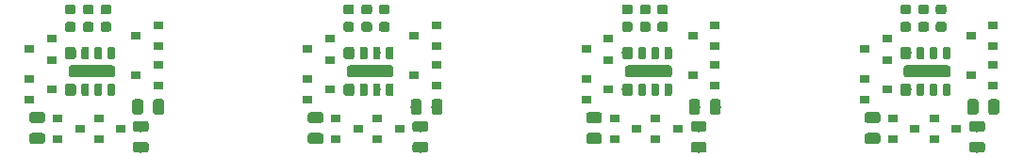
<source format=gbr>
G04 #@! TF.GenerationSoftware,KiCad,Pcbnew,(5.1.2)-2*
G04 #@! TF.CreationDate,2020-02-18T23:36:01-05:00*
G04 #@! TF.ProjectId,_autosave-AddressableLED,5f617574-6f73-4617-9665-2d4164647265,rev?*
G04 #@! TF.SameCoordinates,Original*
G04 #@! TF.FileFunction,Paste,Top*
G04 #@! TF.FilePolarity,Positive*
%FSLAX46Y46*%
G04 Gerber Fmt 4.6, Leading zero omitted, Abs format (unit mm)*
G04 Created by KiCad (PCBNEW (5.1.2)-2) date 2020-02-18 23:36:01*
%MOMM*%
%LPD*%
G04 APERTURE LIST*
%ADD10C,0.100000*%
%ADD11C,1.100000*%
%ADD12C,0.670000*%
%ADD13C,0.980000*%
%ADD14R,0.900000X0.800000*%
%ADD15C,0.975000*%
%ADD16C,0.875000*%
G04 APERTURE END LIST*
D10*
G36*
X179341955Y-109451324D02*
G01*
X179368650Y-109455284D01*
X179394828Y-109461841D01*
X179420238Y-109470933D01*
X179444634Y-109482472D01*
X179467782Y-109496346D01*
X179489458Y-109512422D01*
X179509454Y-109530546D01*
X179527578Y-109550542D01*
X179543654Y-109572218D01*
X179557528Y-109595366D01*
X179569067Y-109619762D01*
X179578159Y-109645172D01*
X179584716Y-109671350D01*
X179588676Y-109698045D01*
X179590000Y-109725000D01*
X179590000Y-110275000D01*
X179588676Y-110301955D01*
X179584716Y-110328650D01*
X179578159Y-110354828D01*
X179569067Y-110380238D01*
X179557528Y-110404634D01*
X179543654Y-110427782D01*
X179527578Y-110449458D01*
X179509454Y-110469454D01*
X179489458Y-110487578D01*
X179467782Y-110503654D01*
X179444634Y-110517528D01*
X179420238Y-110529067D01*
X179394828Y-110538159D01*
X179368650Y-110544716D01*
X179341955Y-110548676D01*
X179315000Y-110550000D01*
X175685000Y-110550000D01*
X175658045Y-110548676D01*
X175631350Y-110544716D01*
X175605172Y-110538159D01*
X175579762Y-110529067D01*
X175555366Y-110517528D01*
X175532218Y-110503654D01*
X175510542Y-110487578D01*
X175490546Y-110469454D01*
X175472422Y-110449458D01*
X175456346Y-110427782D01*
X175442472Y-110404634D01*
X175430933Y-110380238D01*
X175421841Y-110354828D01*
X175415284Y-110328650D01*
X175411324Y-110301955D01*
X175410000Y-110275000D01*
X175410000Y-109725000D01*
X175411324Y-109698045D01*
X175415284Y-109671350D01*
X175421841Y-109645172D01*
X175430933Y-109619762D01*
X175442472Y-109595366D01*
X175456346Y-109572218D01*
X175472422Y-109550542D01*
X175490546Y-109530546D01*
X175510542Y-109512422D01*
X175532218Y-109496346D01*
X175555366Y-109482472D01*
X175579762Y-109470933D01*
X175605172Y-109461841D01*
X175631350Y-109455284D01*
X175658045Y-109451324D01*
X175685000Y-109450000D01*
X179315000Y-109450000D01*
X179341955Y-109451324D01*
X179341955Y-109451324D01*
G37*
D11*
X177500000Y-110000000D03*
D10*
G36*
X179438918Y-111098307D02*
G01*
X179455178Y-111100718D01*
X179471123Y-111104712D01*
X179486599Y-111110250D01*
X179501459Y-111117278D01*
X179515558Y-111125729D01*
X179528761Y-111135521D01*
X179540940Y-111146560D01*
X179551979Y-111158739D01*
X179561771Y-111171942D01*
X179570222Y-111186041D01*
X179577250Y-111200901D01*
X179582788Y-111216377D01*
X179586782Y-111232322D01*
X179589193Y-111248582D01*
X179590000Y-111265000D01*
X179590000Y-112030000D01*
X179589193Y-112046418D01*
X179586782Y-112062678D01*
X179582788Y-112078623D01*
X179577250Y-112094099D01*
X179570222Y-112108959D01*
X179561771Y-112123058D01*
X179551979Y-112136261D01*
X179540940Y-112148440D01*
X179528761Y-112159479D01*
X179515558Y-112169271D01*
X179501459Y-112177722D01*
X179486599Y-112184750D01*
X179471123Y-112190288D01*
X179455178Y-112194282D01*
X179438918Y-112196693D01*
X179422500Y-112197500D01*
X179087500Y-112197500D01*
X179071082Y-112196693D01*
X179054822Y-112194282D01*
X179038877Y-112190288D01*
X179023401Y-112184750D01*
X179008541Y-112177722D01*
X178994442Y-112169271D01*
X178981239Y-112159479D01*
X178969060Y-112148440D01*
X178958021Y-112136261D01*
X178948229Y-112123058D01*
X178939778Y-112108959D01*
X178932750Y-112094099D01*
X178927212Y-112078623D01*
X178923218Y-112062678D01*
X178920807Y-112046418D01*
X178920000Y-112030000D01*
X178920000Y-111265000D01*
X178920807Y-111248582D01*
X178923218Y-111232322D01*
X178927212Y-111216377D01*
X178932750Y-111200901D01*
X178939778Y-111186041D01*
X178948229Y-111171942D01*
X178958021Y-111158739D01*
X178969060Y-111146560D01*
X178981239Y-111135521D01*
X178994442Y-111125729D01*
X179008541Y-111117278D01*
X179023401Y-111110250D01*
X179038877Y-111104712D01*
X179054822Y-111100718D01*
X179071082Y-111098307D01*
X179087500Y-111097500D01*
X179422500Y-111097500D01*
X179438918Y-111098307D01*
X179438918Y-111098307D01*
G37*
D12*
X179255000Y-111647500D03*
D10*
G36*
X179438918Y-107803307D02*
G01*
X179455178Y-107805718D01*
X179471123Y-107809712D01*
X179486599Y-107815250D01*
X179501459Y-107822278D01*
X179515558Y-107830729D01*
X179528761Y-107840521D01*
X179540940Y-107851560D01*
X179551979Y-107863739D01*
X179561771Y-107876942D01*
X179570222Y-107891041D01*
X179577250Y-107905901D01*
X179582788Y-107921377D01*
X179586782Y-107937322D01*
X179589193Y-107953582D01*
X179590000Y-107970000D01*
X179590000Y-108735000D01*
X179589193Y-108751418D01*
X179586782Y-108767678D01*
X179582788Y-108783623D01*
X179577250Y-108799099D01*
X179570222Y-108813959D01*
X179561771Y-108828058D01*
X179551979Y-108841261D01*
X179540940Y-108853440D01*
X179528761Y-108864479D01*
X179515558Y-108874271D01*
X179501459Y-108882722D01*
X179486599Y-108889750D01*
X179471123Y-108895288D01*
X179455178Y-108899282D01*
X179438918Y-108901693D01*
X179422500Y-108902500D01*
X179087500Y-108902500D01*
X179071082Y-108901693D01*
X179054822Y-108899282D01*
X179038877Y-108895288D01*
X179023401Y-108889750D01*
X179008541Y-108882722D01*
X178994442Y-108874271D01*
X178981239Y-108864479D01*
X178969060Y-108853440D01*
X178958021Y-108841261D01*
X178948229Y-108828058D01*
X178939778Y-108813959D01*
X178932750Y-108799099D01*
X178927212Y-108783623D01*
X178923218Y-108767678D01*
X178920807Y-108751418D01*
X178920000Y-108735000D01*
X178920000Y-107970000D01*
X178920807Y-107953582D01*
X178923218Y-107937322D01*
X178927212Y-107921377D01*
X178932750Y-107905901D01*
X178939778Y-107891041D01*
X178948229Y-107876942D01*
X178958021Y-107863739D01*
X178969060Y-107851560D01*
X178981239Y-107840521D01*
X178994442Y-107830729D01*
X179008541Y-107822278D01*
X179023401Y-107815250D01*
X179038877Y-107809712D01*
X179054822Y-107805718D01*
X179071082Y-107803307D01*
X179087500Y-107802500D01*
X179422500Y-107802500D01*
X179438918Y-107803307D01*
X179438918Y-107803307D01*
G37*
D12*
X179255000Y-108352500D03*
D10*
G36*
X178268918Y-111098307D02*
G01*
X178285178Y-111100718D01*
X178301123Y-111104712D01*
X178316599Y-111110250D01*
X178331459Y-111117278D01*
X178345558Y-111125729D01*
X178358761Y-111135521D01*
X178370940Y-111146560D01*
X178381979Y-111158739D01*
X178391771Y-111171942D01*
X178400222Y-111186041D01*
X178407250Y-111200901D01*
X178412788Y-111216377D01*
X178416782Y-111232322D01*
X178419193Y-111248582D01*
X178420000Y-111265000D01*
X178420000Y-112030000D01*
X178419193Y-112046418D01*
X178416782Y-112062678D01*
X178412788Y-112078623D01*
X178407250Y-112094099D01*
X178400222Y-112108959D01*
X178391771Y-112123058D01*
X178381979Y-112136261D01*
X178370940Y-112148440D01*
X178358761Y-112159479D01*
X178345558Y-112169271D01*
X178331459Y-112177722D01*
X178316599Y-112184750D01*
X178301123Y-112190288D01*
X178285178Y-112194282D01*
X178268918Y-112196693D01*
X178252500Y-112197500D01*
X177917500Y-112197500D01*
X177901082Y-112196693D01*
X177884822Y-112194282D01*
X177868877Y-112190288D01*
X177853401Y-112184750D01*
X177838541Y-112177722D01*
X177824442Y-112169271D01*
X177811239Y-112159479D01*
X177799060Y-112148440D01*
X177788021Y-112136261D01*
X177778229Y-112123058D01*
X177769778Y-112108959D01*
X177762750Y-112094099D01*
X177757212Y-112078623D01*
X177753218Y-112062678D01*
X177750807Y-112046418D01*
X177750000Y-112030000D01*
X177750000Y-111265000D01*
X177750807Y-111248582D01*
X177753218Y-111232322D01*
X177757212Y-111216377D01*
X177762750Y-111200901D01*
X177769778Y-111186041D01*
X177778229Y-111171942D01*
X177788021Y-111158739D01*
X177799060Y-111146560D01*
X177811239Y-111135521D01*
X177824442Y-111125729D01*
X177838541Y-111117278D01*
X177853401Y-111110250D01*
X177868877Y-111104712D01*
X177884822Y-111100718D01*
X177901082Y-111098307D01*
X177917500Y-111097500D01*
X178252500Y-111097500D01*
X178268918Y-111098307D01*
X178268918Y-111098307D01*
G37*
D12*
X178085000Y-111647500D03*
D10*
G36*
X178268918Y-107803307D02*
G01*
X178285178Y-107805718D01*
X178301123Y-107809712D01*
X178316599Y-107815250D01*
X178331459Y-107822278D01*
X178345558Y-107830729D01*
X178358761Y-107840521D01*
X178370940Y-107851560D01*
X178381979Y-107863739D01*
X178391771Y-107876942D01*
X178400222Y-107891041D01*
X178407250Y-107905901D01*
X178412788Y-107921377D01*
X178416782Y-107937322D01*
X178419193Y-107953582D01*
X178420000Y-107970000D01*
X178420000Y-108735000D01*
X178419193Y-108751418D01*
X178416782Y-108767678D01*
X178412788Y-108783623D01*
X178407250Y-108799099D01*
X178400222Y-108813959D01*
X178391771Y-108828058D01*
X178381979Y-108841261D01*
X178370940Y-108853440D01*
X178358761Y-108864479D01*
X178345558Y-108874271D01*
X178331459Y-108882722D01*
X178316599Y-108889750D01*
X178301123Y-108895288D01*
X178285178Y-108899282D01*
X178268918Y-108901693D01*
X178252500Y-108902500D01*
X177917500Y-108902500D01*
X177901082Y-108901693D01*
X177884822Y-108899282D01*
X177868877Y-108895288D01*
X177853401Y-108889750D01*
X177838541Y-108882722D01*
X177824442Y-108874271D01*
X177811239Y-108864479D01*
X177799060Y-108853440D01*
X177788021Y-108841261D01*
X177778229Y-108828058D01*
X177769778Y-108813959D01*
X177762750Y-108799099D01*
X177757212Y-108783623D01*
X177753218Y-108767678D01*
X177750807Y-108751418D01*
X177750000Y-108735000D01*
X177750000Y-107970000D01*
X177750807Y-107953582D01*
X177753218Y-107937322D01*
X177757212Y-107921377D01*
X177762750Y-107905901D01*
X177769778Y-107891041D01*
X177778229Y-107876942D01*
X177788021Y-107863739D01*
X177799060Y-107851560D01*
X177811239Y-107840521D01*
X177824442Y-107830729D01*
X177838541Y-107822278D01*
X177853401Y-107815250D01*
X177868877Y-107809712D01*
X177884822Y-107805718D01*
X177901082Y-107803307D01*
X177917500Y-107802500D01*
X178252500Y-107802500D01*
X178268918Y-107803307D01*
X178268918Y-107803307D01*
G37*
D12*
X178085000Y-108352500D03*
D10*
G36*
X177098918Y-111098307D02*
G01*
X177115178Y-111100718D01*
X177131123Y-111104712D01*
X177146599Y-111110250D01*
X177161459Y-111117278D01*
X177175558Y-111125729D01*
X177188761Y-111135521D01*
X177200940Y-111146560D01*
X177211979Y-111158739D01*
X177221771Y-111171942D01*
X177230222Y-111186041D01*
X177237250Y-111200901D01*
X177242788Y-111216377D01*
X177246782Y-111232322D01*
X177249193Y-111248582D01*
X177250000Y-111265000D01*
X177250000Y-112030000D01*
X177249193Y-112046418D01*
X177246782Y-112062678D01*
X177242788Y-112078623D01*
X177237250Y-112094099D01*
X177230222Y-112108959D01*
X177221771Y-112123058D01*
X177211979Y-112136261D01*
X177200940Y-112148440D01*
X177188761Y-112159479D01*
X177175558Y-112169271D01*
X177161459Y-112177722D01*
X177146599Y-112184750D01*
X177131123Y-112190288D01*
X177115178Y-112194282D01*
X177098918Y-112196693D01*
X177082500Y-112197500D01*
X176747500Y-112197500D01*
X176731082Y-112196693D01*
X176714822Y-112194282D01*
X176698877Y-112190288D01*
X176683401Y-112184750D01*
X176668541Y-112177722D01*
X176654442Y-112169271D01*
X176641239Y-112159479D01*
X176629060Y-112148440D01*
X176618021Y-112136261D01*
X176608229Y-112123058D01*
X176599778Y-112108959D01*
X176592750Y-112094099D01*
X176587212Y-112078623D01*
X176583218Y-112062678D01*
X176580807Y-112046418D01*
X176580000Y-112030000D01*
X176580000Y-111265000D01*
X176580807Y-111248582D01*
X176583218Y-111232322D01*
X176587212Y-111216377D01*
X176592750Y-111200901D01*
X176599778Y-111186041D01*
X176608229Y-111171942D01*
X176618021Y-111158739D01*
X176629060Y-111146560D01*
X176641239Y-111135521D01*
X176654442Y-111125729D01*
X176668541Y-111117278D01*
X176683401Y-111110250D01*
X176698877Y-111104712D01*
X176714822Y-111100718D01*
X176731082Y-111098307D01*
X176747500Y-111097500D01*
X177082500Y-111097500D01*
X177098918Y-111098307D01*
X177098918Y-111098307D01*
G37*
D12*
X176915000Y-111647500D03*
D10*
G36*
X177098918Y-107803307D02*
G01*
X177115178Y-107805718D01*
X177131123Y-107809712D01*
X177146599Y-107815250D01*
X177161459Y-107822278D01*
X177175558Y-107830729D01*
X177188761Y-107840521D01*
X177200940Y-107851560D01*
X177211979Y-107863739D01*
X177221771Y-107876942D01*
X177230222Y-107891041D01*
X177237250Y-107905901D01*
X177242788Y-107921377D01*
X177246782Y-107937322D01*
X177249193Y-107953582D01*
X177250000Y-107970000D01*
X177250000Y-108735000D01*
X177249193Y-108751418D01*
X177246782Y-108767678D01*
X177242788Y-108783623D01*
X177237250Y-108799099D01*
X177230222Y-108813959D01*
X177221771Y-108828058D01*
X177211979Y-108841261D01*
X177200940Y-108853440D01*
X177188761Y-108864479D01*
X177175558Y-108874271D01*
X177161459Y-108882722D01*
X177146599Y-108889750D01*
X177131123Y-108895288D01*
X177115178Y-108899282D01*
X177098918Y-108901693D01*
X177082500Y-108902500D01*
X176747500Y-108902500D01*
X176731082Y-108901693D01*
X176714822Y-108899282D01*
X176698877Y-108895288D01*
X176683401Y-108889750D01*
X176668541Y-108882722D01*
X176654442Y-108874271D01*
X176641239Y-108864479D01*
X176629060Y-108853440D01*
X176618021Y-108841261D01*
X176608229Y-108828058D01*
X176599778Y-108813959D01*
X176592750Y-108799099D01*
X176587212Y-108783623D01*
X176583218Y-108767678D01*
X176580807Y-108751418D01*
X176580000Y-108735000D01*
X176580000Y-107970000D01*
X176580807Y-107953582D01*
X176583218Y-107937322D01*
X176587212Y-107921377D01*
X176592750Y-107905901D01*
X176599778Y-107891041D01*
X176608229Y-107876942D01*
X176618021Y-107863739D01*
X176629060Y-107851560D01*
X176641239Y-107840521D01*
X176654442Y-107830729D01*
X176668541Y-107822278D01*
X176683401Y-107815250D01*
X176698877Y-107809712D01*
X176714822Y-107805718D01*
X176731082Y-107803307D01*
X176747500Y-107802500D01*
X177082500Y-107802500D01*
X177098918Y-107803307D01*
X177098918Y-107803307D01*
G37*
D12*
X176915000Y-108352500D03*
D10*
G36*
X175859014Y-111098680D02*
G01*
X175882797Y-111102208D01*
X175906120Y-111108050D01*
X175928757Y-111116150D01*
X175950492Y-111126429D01*
X175971115Y-111138790D01*
X175990426Y-111153112D01*
X176008241Y-111169259D01*
X176024388Y-111187074D01*
X176038710Y-111206385D01*
X176051071Y-111227008D01*
X176061350Y-111248743D01*
X176069450Y-111271380D01*
X176075292Y-111294703D01*
X176078820Y-111318486D01*
X176080000Y-111342500D01*
X176080000Y-111952500D01*
X176078820Y-111976514D01*
X176075292Y-112000297D01*
X176069450Y-112023620D01*
X176061350Y-112046257D01*
X176051071Y-112067992D01*
X176038710Y-112088615D01*
X176024388Y-112107926D01*
X176008241Y-112125741D01*
X175990426Y-112141888D01*
X175971115Y-112156210D01*
X175950492Y-112168571D01*
X175928757Y-112178850D01*
X175906120Y-112186950D01*
X175882797Y-112192792D01*
X175859014Y-112196320D01*
X175835000Y-112197500D01*
X175345000Y-112197500D01*
X175320986Y-112196320D01*
X175297203Y-112192792D01*
X175273880Y-112186950D01*
X175251243Y-112178850D01*
X175229508Y-112168571D01*
X175208885Y-112156210D01*
X175189574Y-112141888D01*
X175171759Y-112125741D01*
X175155612Y-112107926D01*
X175141290Y-112088615D01*
X175128929Y-112067992D01*
X175118650Y-112046257D01*
X175110550Y-112023620D01*
X175104708Y-112000297D01*
X175101180Y-111976514D01*
X175100000Y-111952500D01*
X175100000Y-111342500D01*
X175101180Y-111318486D01*
X175104708Y-111294703D01*
X175110550Y-111271380D01*
X175118650Y-111248743D01*
X175128929Y-111227008D01*
X175141290Y-111206385D01*
X175155612Y-111187074D01*
X175171759Y-111169259D01*
X175189574Y-111153112D01*
X175208885Y-111138790D01*
X175229508Y-111126429D01*
X175251243Y-111116150D01*
X175273880Y-111108050D01*
X175297203Y-111102208D01*
X175320986Y-111098680D01*
X175345000Y-111097500D01*
X175835000Y-111097500D01*
X175859014Y-111098680D01*
X175859014Y-111098680D01*
G37*
D13*
X175590000Y-111647500D03*
D10*
G36*
X175859014Y-107803680D02*
G01*
X175882797Y-107807208D01*
X175906120Y-107813050D01*
X175928757Y-107821150D01*
X175950492Y-107831429D01*
X175971115Y-107843790D01*
X175990426Y-107858112D01*
X176008241Y-107874259D01*
X176024388Y-107892074D01*
X176038710Y-107911385D01*
X176051071Y-107932008D01*
X176061350Y-107953743D01*
X176069450Y-107976380D01*
X176075292Y-107999703D01*
X176078820Y-108023486D01*
X176080000Y-108047500D01*
X176080000Y-108657500D01*
X176078820Y-108681514D01*
X176075292Y-108705297D01*
X176069450Y-108728620D01*
X176061350Y-108751257D01*
X176051071Y-108772992D01*
X176038710Y-108793615D01*
X176024388Y-108812926D01*
X176008241Y-108830741D01*
X175990426Y-108846888D01*
X175971115Y-108861210D01*
X175950492Y-108873571D01*
X175928757Y-108883850D01*
X175906120Y-108891950D01*
X175882797Y-108897792D01*
X175859014Y-108901320D01*
X175835000Y-108902500D01*
X175345000Y-108902500D01*
X175320986Y-108901320D01*
X175297203Y-108897792D01*
X175273880Y-108891950D01*
X175251243Y-108883850D01*
X175229508Y-108873571D01*
X175208885Y-108861210D01*
X175189574Y-108846888D01*
X175171759Y-108830741D01*
X175155612Y-108812926D01*
X175141290Y-108793615D01*
X175128929Y-108772992D01*
X175118650Y-108751257D01*
X175110550Y-108728620D01*
X175104708Y-108705297D01*
X175101180Y-108681514D01*
X175100000Y-108657500D01*
X175100000Y-108047500D01*
X175101180Y-108023486D01*
X175104708Y-107999703D01*
X175110550Y-107976380D01*
X175118650Y-107953743D01*
X175128929Y-107932008D01*
X175141290Y-107911385D01*
X175155612Y-107892074D01*
X175171759Y-107874259D01*
X175189574Y-107858112D01*
X175208885Y-107843790D01*
X175229508Y-107831429D01*
X175251243Y-107821150D01*
X175273880Y-107813050D01*
X175297203Y-107807208D01*
X175320986Y-107803680D01*
X175345000Y-107802500D01*
X175835000Y-107802500D01*
X175859014Y-107803680D01*
X175859014Y-107803680D01*
G37*
D13*
X175590000Y-108352500D03*
D10*
G36*
X154341955Y-109451324D02*
G01*
X154368650Y-109455284D01*
X154394828Y-109461841D01*
X154420238Y-109470933D01*
X154444634Y-109482472D01*
X154467782Y-109496346D01*
X154489458Y-109512422D01*
X154509454Y-109530546D01*
X154527578Y-109550542D01*
X154543654Y-109572218D01*
X154557528Y-109595366D01*
X154569067Y-109619762D01*
X154578159Y-109645172D01*
X154584716Y-109671350D01*
X154588676Y-109698045D01*
X154590000Y-109725000D01*
X154590000Y-110275000D01*
X154588676Y-110301955D01*
X154584716Y-110328650D01*
X154578159Y-110354828D01*
X154569067Y-110380238D01*
X154557528Y-110404634D01*
X154543654Y-110427782D01*
X154527578Y-110449458D01*
X154509454Y-110469454D01*
X154489458Y-110487578D01*
X154467782Y-110503654D01*
X154444634Y-110517528D01*
X154420238Y-110529067D01*
X154394828Y-110538159D01*
X154368650Y-110544716D01*
X154341955Y-110548676D01*
X154315000Y-110550000D01*
X150685000Y-110550000D01*
X150658045Y-110548676D01*
X150631350Y-110544716D01*
X150605172Y-110538159D01*
X150579762Y-110529067D01*
X150555366Y-110517528D01*
X150532218Y-110503654D01*
X150510542Y-110487578D01*
X150490546Y-110469454D01*
X150472422Y-110449458D01*
X150456346Y-110427782D01*
X150442472Y-110404634D01*
X150430933Y-110380238D01*
X150421841Y-110354828D01*
X150415284Y-110328650D01*
X150411324Y-110301955D01*
X150410000Y-110275000D01*
X150410000Y-109725000D01*
X150411324Y-109698045D01*
X150415284Y-109671350D01*
X150421841Y-109645172D01*
X150430933Y-109619762D01*
X150442472Y-109595366D01*
X150456346Y-109572218D01*
X150472422Y-109550542D01*
X150490546Y-109530546D01*
X150510542Y-109512422D01*
X150532218Y-109496346D01*
X150555366Y-109482472D01*
X150579762Y-109470933D01*
X150605172Y-109461841D01*
X150631350Y-109455284D01*
X150658045Y-109451324D01*
X150685000Y-109450000D01*
X154315000Y-109450000D01*
X154341955Y-109451324D01*
X154341955Y-109451324D01*
G37*
D11*
X152500000Y-110000000D03*
D10*
G36*
X154438918Y-111098307D02*
G01*
X154455178Y-111100718D01*
X154471123Y-111104712D01*
X154486599Y-111110250D01*
X154501459Y-111117278D01*
X154515558Y-111125729D01*
X154528761Y-111135521D01*
X154540940Y-111146560D01*
X154551979Y-111158739D01*
X154561771Y-111171942D01*
X154570222Y-111186041D01*
X154577250Y-111200901D01*
X154582788Y-111216377D01*
X154586782Y-111232322D01*
X154589193Y-111248582D01*
X154590000Y-111265000D01*
X154590000Y-112030000D01*
X154589193Y-112046418D01*
X154586782Y-112062678D01*
X154582788Y-112078623D01*
X154577250Y-112094099D01*
X154570222Y-112108959D01*
X154561771Y-112123058D01*
X154551979Y-112136261D01*
X154540940Y-112148440D01*
X154528761Y-112159479D01*
X154515558Y-112169271D01*
X154501459Y-112177722D01*
X154486599Y-112184750D01*
X154471123Y-112190288D01*
X154455178Y-112194282D01*
X154438918Y-112196693D01*
X154422500Y-112197500D01*
X154087500Y-112197500D01*
X154071082Y-112196693D01*
X154054822Y-112194282D01*
X154038877Y-112190288D01*
X154023401Y-112184750D01*
X154008541Y-112177722D01*
X153994442Y-112169271D01*
X153981239Y-112159479D01*
X153969060Y-112148440D01*
X153958021Y-112136261D01*
X153948229Y-112123058D01*
X153939778Y-112108959D01*
X153932750Y-112094099D01*
X153927212Y-112078623D01*
X153923218Y-112062678D01*
X153920807Y-112046418D01*
X153920000Y-112030000D01*
X153920000Y-111265000D01*
X153920807Y-111248582D01*
X153923218Y-111232322D01*
X153927212Y-111216377D01*
X153932750Y-111200901D01*
X153939778Y-111186041D01*
X153948229Y-111171942D01*
X153958021Y-111158739D01*
X153969060Y-111146560D01*
X153981239Y-111135521D01*
X153994442Y-111125729D01*
X154008541Y-111117278D01*
X154023401Y-111110250D01*
X154038877Y-111104712D01*
X154054822Y-111100718D01*
X154071082Y-111098307D01*
X154087500Y-111097500D01*
X154422500Y-111097500D01*
X154438918Y-111098307D01*
X154438918Y-111098307D01*
G37*
D12*
X154255000Y-111647500D03*
D10*
G36*
X154438918Y-107803307D02*
G01*
X154455178Y-107805718D01*
X154471123Y-107809712D01*
X154486599Y-107815250D01*
X154501459Y-107822278D01*
X154515558Y-107830729D01*
X154528761Y-107840521D01*
X154540940Y-107851560D01*
X154551979Y-107863739D01*
X154561771Y-107876942D01*
X154570222Y-107891041D01*
X154577250Y-107905901D01*
X154582788Y-107921377D01*
X154586782Y-107937322D01*
X154589193Y-107953582D01*
X154590000Y-107970000D01*
X154590000Y-108735000D01*
X154589193Y-108751418D01*
X154586782Y-108767678D01*
X154582788Y-108783623D01*
X154577250Y-108799099D01*
X154570222Y-108813959D01*
X154561771Y-108828058D01*
X154551979Y-108841261D01*
X154540940Y-108853440D01*
X154528761Y-108864479D01*
X154515558Y-108874271D01*
X154501459Y-108882722D01*
X154486599Y-108889750D01*
X154471123Y-108895288D01*
X154455178Y-108899282D01*
X154438918Y-108901693D01*
X154422500Y-108902500D01*
X154087500Y-108902500D01*
X154071082Y-108901693D01*
X154054822Y-108899282D01*
X154038877Y-108895288D01*
X154023401Y-108889750D01*
X154008541Y-108882722D01*
X153994442Y-108874271D01*
X153981239Y-108864479D01*
X153969060Y-108853440D01*
X153958021Y-108841261D01*
X153948229Y-108828058D01*
X153939778Y-108813959D01*
X153932750Y-108799099D01*
X153927212Y-108783623D01*
X153923218Y-108767678D01*
X153920807Y-108751418D01*
X153920000Y-108735000D01*
X153920000Y-107970000D01*
X153920807Y-107953582D01*
X153923218Y-107937322D01*
X153927212Y-107921377D01*
X153932750Y-107905901D01*
X153939778Y-107891041D01*
X153948229Y-107876942D01*
X153958021Y-107863739D01*
X153969060Y-107851560D01*
X153981239Y-107840521D01*
X153994442Y-107830729D01*
X154008541Y-107822278D01*
X154023401Y-107815250D01*
X154038877Y-107809712D01*
X154054822Y-107805718D01*
X154071082Y-107803307D01*
X154087500Y-107802500D01*
X154422500Y-107802500D01*
X154438918Y-107803307D01*
X154438918Y-107803307D01*
G37*
D12*
X154255000Y-108352500D03*
D10*
G36*
X153268918Y-111098307D02*
G01*
X153285178Y-111100718D01*
X153301123Y-111104712D01*
X153316599Y-111110250D01*
X153331459Y-111117278D01*
X153345558Y-111125729D01*
X153358761Y-111135521D01*
X153370940Y-111146560D01*
X153381979Y-111158739D01*
X153391771Y-111171942D01*
X153400222Y-111186041D01*
X153407250Y-111200901D01*
X153412788Y-111216377D01*
X153416782Y-111232322D01*
X153419193Y-111248582D01*
X153420000Y-111265000D01*
X153420000Y-112030000D01*
X153419193Y-112046418D01*
X153416782Y-112062678D01*
X153412788Y-112078623D01*
X153407250Y-112094099D01*
X153400222Y-112108959D01*
X153391771Y-112123058D01*
X153381979Y-112136261D01*
X153370940Y-112148440D01*
X153358761Y-112159479D01*
X153345558Y-112169271D01*
X153331459Y-112177722D01*
X153316599Y-112184750D01*
X153301123Y-112190288D01*
X153285178Y-112194282D01*
X153268918Y-112196693D01*
X153252500Y-112197500D01*
X152917500Y-112197500D01*
X152901082Y-112196693D01*
X152884822Y-112194282D01*
X152868877Y-112190288D01*
X152853401Y-112184750D01*
X152838541Y-112177722D01*
X152824442Y-112169271D01*
X152811239Y-112159479D01*
X152799060Y-112148440D01*
X152788021Y-112136261D01*
X152778229Y-112123058D01*
X152769778Y-112108959D01*
X152762750Y-112094099D01*
X152757212Y-112078623D01*
X152753218Y-112062678D01*
X152750807Y-112046418D01*
X152750000Y-112030000D01*
X152750000Y-111265000D01*
X152750807Y-111248582D01*
X152753218Y-111232322D01*
X152757212Y-111216377D01*
X152762750Y-111200901D01*
X152769778Y-111186041D01*
X152778229Y-111171942D01*
X152788021Y-111158739D01*
X152799060Y-111146560D01*
X152811239Y-111135521D01*
X152824442Y-111125729D01*
X152838541Y-111117278D01*
X152853401Y-111110250D01*
X152868877Y-111104712D01*
X152884822Y-111100718D01*
X152901082Y-111098307D01*
X152917500Y-111097500D01*
X153252500Y-111097500D01*
X153268918Y-111098307D01*
X153268918Y-111098307D01*
G37*
D12*
X153085000Y-111647500D03*
D10*
G36*
X153268918Y-107803307D02*
G01*
X153285178Y-107805718D01*
X153301123Y-107809712D01*
X153316599Y-107815250D01*
X153331459Y-107822278D01*
X153345558Y-107830729D01*
X153358761Y-107840521D01*
X153370940Y-107851560D01*
X153381979Y-107863739D01*
X153391771Y-107876942D01*
X153400222Y-107891041D01*
X153407250Y-107905901D01*
X153412788Y-107921377D01*
X153416782Y-107937322D01*
X153419193Y-107953582D01*
X153420000Y-107970000D01*
X153420000Y-108735000D01*
X153419193Y-108751418D01*
X153416782Y-108767678D01*
X153412788Y-108783623D01*
X153407250Y-108799099D01*
X153400222Y-108813959D01*
X153391771Y-108828058D01*
X153381979Y-108841261D01*
X153370940Y-108853440D01*
X153358761Y-108864479D01*
X153345558Y-108874271D01*
X153331459Y-108882722D01*
X153316599Y-108889750D01*
X153301123Y-108895288D01*
X153285178Y-108899282D01*
X153268918Y-108901693D01*
X153252500Y-108902500D01*
X152917500Y-108902500D01*
X152901082Y-108901693D01*
X152884822Y-108899282D01*
X152868877Y-108895288D01*
X152853401Y-108889750D01*
X152838541Y-108882722D01*
X152824442Y-108874271D01*
X152811239Y-108864479D01*
X152799060Y-108853440D01*
X152788021Y-108841261D01*
X152778229Y-108828058D01*
X152769778Y-108813959D01*
X152762750Y-108799099D01*
X152757212Y-108783623D01*
X152753218Y-108767678D01*
X152750807Y-108751418D01*
X152750000Y-108735000D01*
X152750000Y-107970000D01*
X152750807Y-107953582D01*
X152753218Y-107937322D01*
X152757212Y-107921377D01*
X152762750Y-107905901D01*
X152769778Y-107891041D01*
X152778229Y-107876942D01*
X152788021Y-107863739D01*
X152799060Y-107851560D01*
X152811239Y-107840521D01*
X152824442Y-107830729D01*
X152838541Y-107822278D01*
X152853401Y-107815250D01*
X152868877Y-107809712D01*
X152884822Y-107805718D01*
X152901082Y-107803307D01*
X152917500Y-107802500D01*
X153252500Y-107802500D01*
X153268918Y-107803307D01*
X153268918Y-107803307D01*
G37*
D12*
X153085000Y-108352500D03*
D10*
G36*
X152098918Y-111098307D02*
G01*
X152115178Y-111100718D01*
X152131123Y-111104712D01*
X152146599Y-111110250D01*
X152161459Y-111117278D01*
X152175558Y-111125729D01*
X152188761Y-111135521D01*
X152200940Y-111146560D01*
X152211979Y-111158739D01*
X152221771Y-111171942D01*
X152230222Y-111186041D01*
X152237250Y-111200901D01*
X152242788Y-111216377D01*
X152246782Y-111232322D01*
X152249193Y-111248582D01*
X152250000Y-111265000D01*
X152250000Y-112030000D01*
X152249193Y-112046418D01*
X152246782Y-112062678D01*
X152242788Y-112078623D01*
X152237250Y-112094099D01*
X152230222Y-112108959D01*
X152221771Y-112123058D01*
X152211979Y-112136261D01*
X152200940Y-112148440D01*
X152188761Y-112159479D01*
X152175558Y-112169271D01*
X152161459Y-112177722D01*
X152146599Y-112184750D01*
X152131123Y-112190288D01*
X152115178Y-112194282D01*
X152098918Y-112196693D01*
X152082500Y-112197500D01*
X151747500Y-112197500D01*
X151731082Y-112196693D01*
X151714822Y-112194282D01*
X151698877Y-112190288D01*
X151683401Y-112184750D01*
X151668541Y-112177722D01*
X151654442Y-112169271D01*
X151641239Y-112159479D01*
X151629060Y-112148440D01*
X151618021Y-112136261D01*
X151608229Y-112123058D01*
X151599778Y-112108959D01*
X151592750Y-112094099D01*
X151587212Y-112078623D01*
X151583218Y-112062678D01*
X151580807Y-112046418D01*
X151580000Y-112030000D01*
X151580000Y-111265000D01*
X151580807Y-111248582D01*
X151583218Y-111232322D01*
X151587212Y-111216377D01*
X151592750Y-111200901D01*
X151599778Y-111186041D01*
X151608229Y-111171942D01*
X151618021Y-111158739D01*
X151629060Y-111146560D01*
X151641239Y-111135521D01*
X151654442Y-111125729D01*
X151668541Y-111117278D01*
X151683401Y-111110250D01*
X151698877Y-111104712D01*
X151714822Y-111100718D01*
X151731082Y-111098307D01*
X151747500Y-111097500D01*
X152082500Y-111097500D01*
X152098918Y-111098307D01*
X152098918Y-111098307D01*
G37*
D12*
X151915000Y-111647500D03*
D10*
G36*
X152098918Y-107803307D02*
G01*
X152115178Y-107805718D01*
X152131123Y-107809712D01*
X152146599Y-107815250D01*
X152161459Y-107822278D01*
X152175558Y-107830729D01*
X152188761Y-107840521D01*
X152200940Y-107851560D01*
X152211979Y-107863739D01*
X152221771Y-107876942D01*
X152230222Y-107891041D01*
X152237250Y-107905901D01*
X152242788Y-107921377D01*
X152246782Y-107937322D01*
X152249193Y-107953582D01*
X152250000Y-107970000D01*
X152250000Y-108735000D01*
X152249193Y-108751418D01*
X152246782Y-108767678D01*
X152242788Y-108783623D01*
X152237250Y-108799099D01*
X152230222Y-108813959D01*
X152221771Y-108828058D01*
X152211979Y-108841261D01*
X152200940Y-108853440D01*
X152188761Y-108864479D01*
X152175558Y-108874271D01*
X152161459Y-108882722D01*
X152146599Y-108889750D01*
X152131123Y-108895288D01*
X152115178Y-108899282D01*
X152098918Y-108901693D01*
X152082500Y-108902500D01*
X151747500Y-108902500D01*
X151731082Y-108901693D01*
X151714822Y-108899282D01*
X151698877Y-108895288D01*
X151683401Y-108889750D01*
X151668541Y-108882722D01*
X151654442Y-108874271D01*
X151641239Y-108864479D01*
X151629060Y-108853440D01*
X151618021Y-108841261D01*
X151608229Y-108828058D01*
X151599778Y-108813959D01*
X151592750Y-108799099D01*
X151587212Y-108783623D01*
X151583218Y-108767678D01*
X151580807Y-108751418D01*
X151580000Y-108735000D01*
X151580000Y-107970000D01*
X151580807Y-107953582D01*
X151583218Y-107937322D01*
X151587212Y-107921377D01*
X151592750Y-107905901D01*
X151599778Y-107891041D01*
X151608229Y-107876942D01*
X151618021Y-107863739D01*
X151629060Y-107851560D01*
X151641239Y-107840521D01*
X151654442Y-107830729D01*
X151668541Y-107822278D01*
X151683401Y-107815250D01*
X151698877Y-107809712D01*
X151714822Y-107805718D01*
X151731082Y-107803307D01*
X151747500Y-107802500D01*
X152082500Y-107802500D01*
X152098918Y-107803307D01*
X152098918Y-107803307D01*
G37*
D12*
X151915000Y-108352500D03*
D10*
G36*
X150859014Y-111098680D02*
G01*
X150882797Y-111102208D01*
X150906120Y-111108050D01*
X150928757Y-111116150D01*
X150950492Y-111126429D01*
X150971115Y-111138790D01*
X150990426Y-111153112D01*
X151008241Y-111169259D01*
X151024388Y-111187074D01*
X151038710Y-111206385D01*
X151051071Y-111227008D01*
X151061350Y-111248743D01*
X151069450Y-111271380D01*
X151075292Y-111294703D01*
X151078820Y-111318486D01*
X151080000Y-111342500D01*
X151080000Y-111952500D01*
X151078820Y-111976514D01*
X151075292Y-112000297D01*
X151069450Y-112023620D01*
X151061350Y-112046257D01*
X151051071Y-112067992D01*
X151038710Y-112088615D01*
X151024388Y-112107926D01*
X151008241Y-112125741D01*
X150990426Y-112141888D01*
X150971115Y-112156210D01*
X150950492Y-112168571D01*
X150928757Y-112178850D01*
X150906120Y-112186950D01*
X150882797Y-112192792D01*
X150859014Y-112196320D01*
X150835000Y-112197500D01*
X150345000Y-112197500D01*
X150320986Y-112196320D01*
X150297203Y-112192792D01*
X150273880Y-112186950D01*
X150251243Y-112178850D01*
X150229508Y-112168571D01*
X150208885Y-112156210D01*
X150189574Y-112141888D01*
X150171759Y-112125741D01*
X150155612Y-112107926D01*
X150141290Y-112088615D01*
X150128929Y-112067992D01*
X150118650Y-112046257D01*
X150110550Y-112023620D01*
X150104708Y-112000297D01*
X150101180Y-111976514D01*
X150100000Y-111952500D01*
X150100000Y-111342500D01*
X150101180Y-111318486D01*
X150104708Y-111294703D01*
X150110550Y-111271380D01*
X150118650Y-111248743D01*
X150128929Y-111227008D01*
X150141290Y-111206385D01*
X150155612Y-111187074D01*
X150171759Y-111169259D01*
X150189574Y-111153112D01*
X150208885Y-111138790D01*
X150229508Y-111126429D01*
X150251243Y-111116150D01*
X150273880Y-111108050D01*
X150297203Y-111102208D01*
X150320986Y-111098680D01*
X150345000Y-111097500D01*
X150835000Y-111097500D01*
X150859014Y-111098680D01*
X150859014Y-111098680D01*
G37*
D13*
X150590000Y-111647500D03*
D10*
G36*
X150859014Y-107803680D02*
G01*
X150882797Y-107807208D01*
X150906120Y-107813050D01*
X150928757Y-107821150D01*
X150950492Y-107831429D01*
X150971115Y-107843790D01*
X150990426Y-107858112D01*
X151008241Y-107874259D01*
X151024388Y-107892074D01*
X151038710Y-107911385D01*
X151051071Y-107932008D01*
X151061350Y-107953743D01*
X151069450Y-107976380D01*
X151075292Y-107999703D01*
X151078820Y-108023486D01*
X151080000Y-108047500D01*
X151080000Y-108657500D01*
X151078820Y-108681514D01*
X151075292Y-108705297D01*
X151069450Y-108728620D01*
X151061350Y-108751257D01*
X151051071Y-108772992D01*
X151038710Y-108793615D01*
X151024388Y-108812926D01*
X151008241Y-108830741D01*
X150990426Y-108846888D01*
X150971115Y-108861210D01*
X150950492Y-108873571D01*
X150928757Y-108883850D01*
X150906120Y-108891950D01*
X150882797Y-108897792D01*
X150859014Y-108901320D01*
X150835000Y-108902500D01*
X150345000Y-108902500D01*
X150320986Y-108901320D01*
X150297203Y-108897792D01*
X150273880Y-108891950D01*
X150251243Y-108883850D01*
X150229508Y-108873571D01*
X150208885Y-108861210D01*
X150189574Y-108846888D01*
X150171759Y-108830741D01*
X150155612Y-108812926D01*
X150141290Y-108793615D01*
X150128929Y-108772992D01*
X150118650Y-108751257D01*
X150110550Y-108728620D01*
X150104708Y-108705297D01*
X150101180Y-108681514D01*
X150100000Y-108657500D01*
X150100000Y-108047500D01*
X150101180Y-108023486D01*
X150104708Y-107999703D01*
X150110550Y-107976380D01*
X150118650Y-107953743D01*
X150128929Y-107932008D01*
X150141290Y-107911385D01*
X150155612Y-107892074D01*
X150171759Y-107874259D01*
X150189574Y-107858112D01*
X150208885Y-107843790D01*
X150229508Y-107831429D01*
X150251243Y-107821150D01*
X150273880Y-107813050D01*
X150297203Y-107807208D01*
X150320986Y-107803680D01*
X150345000Y-107802500D01*
X150835000Y-107802500D01*
X150859014Y-107803680D01*
X150859014Y-107803680D01*
G37*
D13*
X150590000Y-108352500D03*
D10*
G36*
X129341955Y-109451324D02*
G01*
X129368650Y-109455284D01*
X129394828Y-109461841D01*
X129420238Y-109470933D01*
X129444634Y-109482472D01*
X129467782Y-109496346D01*
X129489458Y-109512422D01*
X129509454Y-109530546D01*
X129527578Y-109550542D01*
X129543654Y-109572218D01*
X129557528Y-109595366D01*
X129569067Y-109619762D01*
X129578159Y-109645172D01*
X129584716Y-109671350D01*
X129588676Y-109698045D01*
X129590000Y-109725000D01*
X129590000Y-110275000D01*
X129588676Y-110301955D01*
X129584716Y-110328650D01*
X129578159Y-110354828D01*
X129569067Y-110380238D01*
X129557528Y-110404634D01*
X129543654Y-110427782D01*
X129527578Y-110449458D01*
X129509454Y-110469454D01*
X129489458Y-110487578D01*
X129467782Y-110503654D01*
X129444634Y-110517528D01*
X129420238Y-110529067D01*
X129394828Y-110538159D01*
X129368650Y-110544716D01*
X129341955Y-110548676D01*
X129315000Y-110550000D01*
X125685000Y-110550000D01*
X125658045Y-110548676D01*
X125631350Y-110544716D01*
X125605172Y-110538159D01*
X125579762Y-110529067D01*
X125555366Y-110517528D01*
X125532218Y-110503654D01*
X125510542Y-110487578D01*
X125490546Y-110469454D01*
X125472422Y-110449458D01*
X125456346Y-110427782D01*
X125442472Y-110404634D01*
X125430933Y-110380238D01*
X125421841Y-110354828D01*
X125415284Y-110328650D01*
X125411324Y-110301955D01*
X125410000Y-110275000D01*
X125410000Y-109725000D01*
X125411324Y-109698045D01*
X125415284Y-109671350D01*
X125421841Y-109645172D01*
X125430933Y-109619762D01*
X125442472Y-109595366D01*
X125456346Y-109572218D01*
X125472422Y-109550542D01*
X125490546Y-109530546D01*
X125510542Y-109512422D01*
X125532218Y-109496346D01*
X125555366Y-109482472D01*
X125579762Y-109470933D01*
X125605172Y-109461841D01*
X125631350Y-109455284D01*
X125658045Y-109451324D01*
X125685000Y-109450000D01*
X129315000Y-109450000D01*
X129341955Y-109451324D01*
X129341955Y-109451324D01*
G37*
D11*
X127500000Y-110000000D03*
D10*
G36*
X129438918Y-111098307D02*
G01*
X129455178Y-111100718D01*
X129471123Y-111104712D01*
X129486599Y-111110250D01*
X129501459Y-111117278D01*
X129515558Y-111125729D01*
X129528761Y-111135521D01*
X129540940Y-111146560D01*
X129551979Y-111158739D01*
X129561771Y-111171942D01*
X129570222Y-111186041D01*
X129577250Y-111200901D01*
X129582788Y-111216377D01*
X129586782Y-111232322D01*
X129589193Y-111248582D01*
X129590000Y-111265000D01*
X129590000Y-112030000D01*
X129589193Y-112046418D01*
X129586782Y-112062678D01*
X129582788Y-112078623D01*
X129577250Y-112094099D01*
X129570222Y-112108959D01*
X129561771Y-112123058D01*
X129551979Y-112136261D01*
X129540940Y-112148440D01*
X129528761Y-112159479D01*
X129515558Y-112169271D01*
X129501459Y-112177722D01*
X129486599Y-112184750D01*
X129471123Y-112190288D01*
X129455178Y-112194282D01*
X129438918Y-112196693D01*
X129422500Y-112197500D01*
X129087500Y-112197500D01*
X129071082Y-112196693D01*
X129054822Y-112194282D01*
X129038877Y-112190288D01*
X129023401Y-112184750D01*
X129008541Y-112177722D01*
X128994442Y-112169271D01*
X128981239Y-112159479D01*
X128969060Y-112148440D01*
X128958021Y-112136261D01*
X128948229Y-112123058D01*
X128939778Y-112108959D01*
X128932750Y-112094099D01*
X128927212Y-112078623D01*
X128923218Y-112062678D01*
X128920807Y-112046418D01*
X128920000Y-112030000D01*
X128920000Y-111265000D01*
X128920807Y-111248582D01*
X128923218Y-111232322D01*
X128927212Y-111216377D01*
X128932750Y-111200901D01*
X128939778Y-111186041D01*
X128948229Y-111171942D01*
X128958021Y-111158739D01*
X128969060Y-111146560D01*
X128981239Y-111135521D01*
X128994442Y-111125729D01*
X129008541Y-111117278D01*
X129023401Y-111110250D01*
X129038877Y-111104712D01*
X129054822Y-111100718D01*
X129071082Y-111098307D01*
X129087500Y-111097500D01*
X129422500Y-111097500D01*
X129438918Y-111098307D01*
X129438918Y-111098307D01*
G37*
D12*
X129255000Y-111647500D03*
D10*
G36*
X129438918Y-107803307D02*
G01*
X129455178Y-107805718D01*
X129471123Y-107809712D01*
X129486599Y-107815250D01*
X129501459Y-107822278D01*
X129515558Y-107830729D01*
X129528761Y-107840521D01*
X129540940Y-107851560D01*
X129551979Y-107863739D01*
X129561771Y-107876942D01*
X129570222Y-107891041D01*
X129577250Y-107905901D01*
X129582788Y-107921377D01*
X129586782Y-107937322D01*
X129589193Y-107953582D01*
X129590000Y-107970000D01*
X129590000Y-108735000D01*
X129589193Y-108751418D01*
X129586782Y-108767678D01*
X129582788Y-108783623D01*
X129577250Y-108799099D01*
X129570222Y-108813959D01*
X129561771Y-108828058D01*
X129551979Y-108841261D01*
X129540940Y-108853440D01*
X129528761Y-108864479D01*
X129515558Y-108874271D01*
X129501459Y-108882722D01*
X129486599Y-108889750D01*
X129471123Y-108895288D01*
X129455178Y-108899282D01*
X129438918Y-108901693D01*
X129422500Y-108902500D01*
X129087500Y-108902500D01*
X129071082Y-108901693D01*
X129054822Y-108899282D01*
X129038877Y-108895288D01*
X129023401Y-108889750D01*
X129008541Y-108882722D01*
X128994442Y-108874271D01*
X128981239Y-108864479D01*
X128969060Y-108853440D01*
X128958021Y-108841261D01*
X128948229Y-108828058D01*
X128939778Y-108813959D01*
X128932750Y-108799099D01*
X128927212Y-108783623D01*
X128923218Y-108767678D01*
X128920807Y-108751418D01*
X128920000Y-108735000D01*
X128920000Y-107970000D01*
X128920807Y-107953582D01*
X128923218Y-107937322D01*
X128927212Y-107921377D01*
X128932750Y-107905901D01*
X128939778Y-107891041D01*
X128948229Y-107876942D01*
X128958021Y-107863739D01*
X128969060Y-107851560D01*
X128981239Y-107840521D01*
X128994442Y-107830729D01*
X129008541Y-107822278D01*
X129023401Y-107815250D01*
X129038877Y-107809712D01*
X129054822Y-107805718D01*
X129071082Y-107803307D01*
X129087500Y-107802500D01*
X129422500Y-107802500D01*
X129438918Y-107803307D01*
X129438918Y-107803307D01*
G37*
D12*
X129255000Y-108352500D03*
D10*
G36*
X128268918Y-111098307D02*
G01*
X128285178Y-111100718D01*
X128301123Y-111104712D01*
X128316599Y-111110250D01*
X128331459Y-111117278D01*
X128345558Y-111125729D01*
X128358761Y-111135521D01*
X128370940Y-111146560D01*
X128381979Y-111158739D01*
X128391771Y-111171942D01*
X128400222Y-111186041D01*
X128407250Y-111200901D01*
X128412788Y-111216377D01*
X128416782Y-111232322D01*
X128419193Y-111248582D01*
X128420000Y-111265000D01*
X128420000Y-112030000D01*
X128419193Y-112046418D01*
X128416782Y-112062678D01*
X128412788Y-112078623D01*
X128407250Y-112094099D01*
X128400222Y-112108959D01*
X128391771Y-112123058D01*
X128381979Y-112136261D01*
X128370940Y-112148440D01*
X128358761Y-112159479D01*
X128345558Y-112169271D01*
X128331459Y-112177722D01*
X128316599Y-112184750D01*
X128301123Y-112190288D01*
X128285178Y-112194282D01*
X128268918Y-112196693D01*
X128252500Y-112197500D01*
X127917500Y-112197500D01*
X127901082Y-112196693D01*
X127884822Y-112194282D01*
X127868877Y-112190288D01*
X127853401Y-112184750D01*
X127838541Y-112177722D01*
X127824442Y-112169271D01*
X127811239Y-112159479D01*
X127799060Y-112148440D01*
X127788021Y-112136261D01*
X127778229Y-112123058D01*
X127769778Y-112108959D01*
X127762750Y-112094099D01*
X127757212Y-112078623D01*
X127753218Y-112062678D01*
X127750807Y-112046418D01*
X127750000Y-112030000D01*
X127750000Y-111265000D01*
X127750807Y-111248582D01*
X127753218Y-111232322D01*
X127757212Y-111216377D01*
X127762750Y-111200901D01*
X127769778Y-111186041D01*
X127778229Y-111171942D01*
X127788021Y-111158739D01*
X127799060Y-111146560D01*
X127811239Y-111135521D01*
X127824442Y-111125729D01*
X127838541Y-111117278D01*
X127853401Y-111110250D01*
X127868877Y-111104712D01*
X127884822Y-111100718D01*
X127901082Y-111098307D01*
X127917500Y-111097500D01*
X128252500Y-111097500D01*
X128268918Y-111098307D01*
X128268918Y-111098307D01*
G37*
D12*
X128085000Y-111647500D03*
D10*
G36*
X128268918Y-107803307D02*
G01*
X128285178Y-107805718D01*
X128301123Y-107809712D01*
X128316599Y-107815250D01*
X128331459Y-107822278D01*
X128345558Y-107830729D01*
X128358761Y-107840521D01*
X128370940Y-107851560D01*
X128381979Y-107863739D01*
X128391771Y-107876942D01*
X128400222Y-107891041D01*
X128407250Y-107905901D01*
X128412788Y-107921377D01*
X128416782Y-107937322D01*
X128419193Y-107953582D01*
X128420000Y-107970000D01*
X128420000Y-108735000D01*
X128419193Y-108751418D01*
X128416782Y-108767678D01*
X128412788Y-108783623D01*
X128407250Y-108799099D01*
X128400222Y-108813959D01*
X128391771Y-108828058D01*
X128381979Y-108841261D01*
X128370940Y-108853440D01*
X128358761Y-108864479D01*
X128345558Y-108874271D01*
X128331459Y-108882722D01*
X128316599Y-108889750D01*
X128301123Y-108895288D01*
X128285178Y-108899282D01*
X128268918Y-108901693D01*
X128252500Y-108902500D01*
X127917500Y-108902500D01*
X127901082Y-108901693D01*
X127884822Y-108899282D01*
X127868877Y-108895288D01*
X127853401Y-108889750D01*
X127838541Y-108882722D01*
X127824442Y-108874271D01*
X127811239Y-108864479D01*
X127799060Y-108853440D01*
X127788021Y-108841261D01*
X127778229Y-108828058D01*
X127769778Y-108813959D01*
X127762750Y-108799099D01*
X127757212Y-108783623D01*
X127753218Y-108767678D01*
X127750807Y-108751418D01*
X127750000Y-108735000D01*
X127750000Y-107970000D01*
X127750807Y-107953582D01*
X127753218Y-107937322D01*
X127757212Y-107921377D01*
X127762750Y-107905901D01*
X127769778Y-107891041D01*
X127778229Y-107876942D01*
X127788021Y-107863739D01*
X127799060Y-107851560D01*
X127811239Y-107840521D01*
X127824442Y-107830729D01*
X127838541Y-107822278D01*
X127853401Y-107815250D01*
X127868877Y-107809712D01*
X127884822Y-107805718D01*
X127901082Y-107803307D01*
X127917500Y-107802500D01*
X128252500Y-107802500D01*
X128268918Y-107803307D01*
X128268918Y-107803307D01*
G37*
D12*
X128085000Y-108352500D03*
D10*
G36*
X127098918Y-111098307D02*
G01*
X127115178Y-111100718D01*
X127131123Y-111104712D01*
X127146599Y-111110250D01*
X127161459Y-111117278D01*
X127175558Y-111125729D01*
X127188761Y-111135521D01*
X127200940Y-111146560D01*
X127211979Y-111158739D01*
X127221771Y-111171942D01*
X127230222Y-111186041D01*
X127237250Y-111200901D01*
X127242788Y-111216377D01*
X127246782Y-111232322D01*
X127249193Y-111248582D01*
X127250000Y-111265000D01*
X127250000Y-112030000D01*
X127249193Y-112046418D01*
X127246782Y-112062678D01*
X127242788Y-112078623D01*
X127237250Y-112094099D01*
X127230222Y-112108959D01*
X127221771Y-112123058D01*
X127211979Y-112136261D01*
X127200940Y-112148440D01*
X127188761Y-112159479D01*
X127175558Y-112169271D01*
X127161459Y-112177722D01*
X127146599Y-112184750D01*
X127131123Y-112190288D01*
X127115178Y-112194282D01*
X127098918Y-112196693D01*
X127082500Y-112197500D01*
X126747500Y-112197500D01*
X126731082Y-112196693D01*
X126714822Y-112194282D01*
X126698877Y-112190288D01*
X126683401Y-112184750D01*
X126668541Y-112177722D01*
X126654442Y-112169271D01*
X126641239Y-112159479D01*
X126629060Y-112148440D01*
X126618021Y-112136261D01*
X126608229Y-112123058D01*
X126599778Y-112108959D01*
X126592750Y-112094099D01*
X126587212Y-112078623D01*
X126583218Y-112062678D01*
X126580807Y-112046418D01*
X126580000Y-112030000D01*
X126580000Y-111265000D01*
X126580807Y-111248582D01*
X126583218Y-111232322D01*
X126587212Y-111216377D01*
X126592750Y-111200901D01*
X126599778Y-111186041D01*
X126608229Y-111171942D01*
X126618021Y-111158739D01*
X126629060Y-111146560D01*
X126641239Y-111135521D01*
X126654442Y-111125729D01*
X126668541Y-111117278D01*
X126683401Y-111110250D01*
X126698877Y-111104712D01*
X126714822Y-111100718D01*
X126731082Y-111098307D01*
X126747500Y-111097500D01*
X127082500Y-111097500D01*
X127098918Y-111098307D01*
X127098918Y-111098307D01*
G37*
D12*
X126915000Y-111647500D03*
D10*
G36*
X127098918Y-107803307D02*
G01*
X127115178Y-107805718D01*
X127131123Y-107809712D01*
X127146599Y-107815250D01*
X127161459Y-107822278D01*
X127175558Y-107830729D01*
X127188761Y-107840521D01*
X127200940Y-107851560D01*
X127211979Y-107863739D01*
X127221771Y-107876942D01*
X127230222Y-107891041D01*
X127237250Y-107905901D01*
X127242788Y-107921377D01*
X127246782Y-107937322D01*
X127249193Y-107953582D01*
X127250000Y-107970000D01*
X127250000Y-108735000D01*
X127249193Y-108751418D01*
X127246782Y-108767678D01*
X127242788Y-108783623D01*
X127237250Y-108799099D01*
X127230222Y-108813959D01*
X127221771Y-108828058D01*
X127211979Y-108841261D01*
X127200940Y-108853440D01*
X127188761Y-108864479D01*
X127175558Y-108874271D01*
X127161459Y-108882722D01*
X127146599Y-108889750D01*
X127131123Y-108895288D01*
X127115178Y-108899282D01*
X127098918Y-108901693D01*
X127082500Y-108902500D01*
X126747500Y-108902500D01*
X126731082Y-108901693D01*
X126714822Y-108899282D01*
X126698877Y-108895288D01*
X126683401Y-108889750D01*
X126668541Y-108882722D01*
X126654442Y-108874271D01*
X126641239Y-108864479D01*
X126629060Y-108853440D01*
X126618021Y-108841261D01*
X126608229Y-108828058D01*
X126599778Y-108813959D01*
X126592750Y-108799099D01*
X126587212Y-108783623D01*
X126583218Y-108767678D01*
X126580807Y-108751418D01*
X126580000Y-108735000D01*
X126580000Y-107970000D01*
X126580807Y-107953582D01*
X126583218Y-107937322D01*
X126587212Y-107921377D01*
X126592750Y-107905901D01*
X126599778Y-107891041D01*
X126608229Y-107876942D01*
X126618021Y-107863739D01*
X126629060Y-107851560D01*
X126641239Y-107840521D01*
X126654442Y-107830729D01*
X126668541Y-107822278D01*
X126683401Y-107815250D01*
X126698877Y-107809712D01*
X126714822Y-107805718D01*
X126731082Y-107803307D01*
X126747500Y-107802500D01*
X127082500Y-107802500D01*
X127098918Y-107803307D01*
X127098918Y-107803307D01*
G37*
D12*
X126915000Y-108352500D03*
D10*
G36*
X125859014Y-111098680D02*
G01*
X125882797Y-111102208D01*
X125906120Y-111108050D01*
X125928757Y-111116150D01*
X125950492Y-111126429D01*
X125971115Y-111138790D01*
X125990426Y-111153112D01*
X126008241Y-111169259D01*
X126024388Y-111187074D01*
X126038710Y-111206385D01*
X126051071Y-111227008D01*
X126061350Y-111248743D01*
X126069450Y-111271380D01*
X126075292Y-111294703D01*
X126078820Y-111318486D01*
X126080000Y-111342500D01*
X126080000Y-111952500D01*
X126078820Y-111976514D01*
X126075292Y-112000297D01*
X126069450Y-112023620D01*
X126061350Y-112046257D01*
X126051071Y-112067992D01*
X126038710Y-112088615D01*
X126024388Y-112107926D01*
X126008241Y-112125741D01*
X125990426Y-112141888D01*
X125971115Y-112156210D01*
X125950492Y-112168571D01*
X125928757Y-112178850D01*
X125906120Y-112186950D01*
X125882797Y-112192792D01*
X125859014Y-112196320D01*
X125835000Y-112197500D01*
X125345000Y-112197500D01*
X125320986Y-112196320D01*
X125297203Y-112192792D01*
X125273880Y-112186950D01*
X125251243Y-112178850D01*
X125229508Y-112168571D01*
X125208885Y-112156210D01*
X125189574Y-112141888D01*
X125171759Y-112125741D01*
X125155612Y-112107926D01*
X125141290Y-112088615D01*
X125128929Y-112067992D01*
X125118650Y-112046257D01*
X125110550Y-112023620D01*
X125104708Y-112000297D01*
X125101180Y-111976514D01*
X125100000Y-111952500D01*
X125100000Y-111342500D01*
X125101180Y-111318486D01*
X125104708Y-111294703D01*
X125110550Y-111271380D01*
X125118650Y-111248743D01*
X125128929Y-111227008D01*
X125141290Y-111206385D01*
X125155612Y-111187074D01*
X125171759Y-111169259D01*
X125189574Y-111153112D01*
X125208885Y-111138790D01*
X125229508Y-111126429D01*
X125251243Y-111116150D01*
X125273880Y-111108050D01*
X125297203Y-111102208D01*
X125320986Y-111098680D01*
X125345000Y-111097500D01*
X125835000Y-111097500D01*
X125859014Y-111098680D01*
X125859014Y-111098680D01*
G37*
D13*
X125590000Y-111647500D03*
D10*
G36*
X125859014Y-107803680D02*
G01*
X125882797Y-107807208D01*
X125906120Y-107813050D01*
X125928757Y-107821150D01*
X125950492Y-107831429D01*
X125971115Y-107843790D01*
X125990426Y-107858112D01*
X126008241Y-107874259D01*
X126024388Y-107892074D01*
X126038710Y-107911385D01*
X126051071Y-107932008D01*
X126061350Y-107953743D01*
X126069450Y-107976380D01*
X126075292Y-107999703D01*
X126078820Y-108023486D01*
X126080000Y-108047500D01*
X126080000Y-108657500D01*
X126078820Y-108681514D01*
X126075292Y-108705297D01*
X126069450Y-108728620D01*
X126061350Y-108751257D01*
X126051071Y-108772992D01*
X126038710Y-108793615D01*
X126024388Y-108812926D01*
X126008241Y-108830741D01*
X125990426Y-108846888D01*
X125971115Y-108861210D01*
X125950492Y-108873571D01*
X125928757Y-108883850D01*
X125906120Y-108891950D01*
X125882797Y-108897792D01*
X125859014Y-108901320D01*
X125835000Y-108902500D01*
X125345000Y-108902500D01*
X125320986Y-108901320D01*
X125297203Y-108897792D01*
X125273880Y-108891950D01*
X125251243Y-108883850D01*
X125229508Y-108873571D01*
X125208885Y-108861210D01*
X125189574Y-108846888D01*
X125171759Y-108830741D01*
X125155612Y-108812926D01*
X125141290Y-108793615D01*
X125128929Y-108772992D01*
X125118650Y-108751257D01*
X125110550Y-108728620D01*
X125104708Y-108705297D01*
X125101180Y-108681514D01*
X125100000Y-108657500D01*
X125100000Y-108047500D01*
X125101180Y-108023486D01*
X125104708Y-107999703D01*
X125110550Y-107976380D01*
X125118650Y-107953743D01*
X125128929Y-107932008D01*
X125141290Y-107911385D01*
X125155612Y-107892074D01*
X125171759Y-107874259D01*
X125189574Y-107858112D01*
X125208885Y-107843790D01*
X125229508Y-107831429D01*
X125251243Y-107821150D01*
X125273880Y-107813050D01*
X125297203Y-107807208D01*
X125320986Y-107803680D01*
X125345000Y-107802500D01*
X125835000Y-107802500D01*
X125859014Y-107803680D01*
X125859014Y-107803680D01*
G37*
D13*
X125590000Y-108352500D03*
D10*
G36*
X104341955Y-109451324D02*
G01*
X104368650Y-109455284D01*
X104394828Y-109461841D01*
X104420238Y-109470933D01*
X104444634Y-109482472D01*
X104467782Y-109496346D01*
X104489458Y-109512422D01*
X104509454Y-109530546D01*
X104527578Y-109550542D01*
X104543654Y-109572218D01*
X104557528Y-109595366D01*
X104569067Y-109619762D01*
X104578159Y-109645172D01*
X104584716Y-109671350D01*
X104588676Y-109698045D01*
X104590000Y-109725000D01*
X104590000Y-110275000D01*
X104588676Y-110301955D01*
X104584716Y-110328650D01*
X104578159Y-110354828D01*
X104569067Y-110380238D01*
X104557528Y-110404634D01*
X104543654Y-110427782D01*
X104527578Y-110449458D01*
X104509454Y-110469454D01*
X104489458Y-110487578D01*
X104467782Y-110503654D01*
X104444634Y-110517528D01*
X104420238Y-110529067D01*
X104394828Y-110538159D01*
X104368650Y-110544716D01*
X104341955Y-110548676D01*
X104315000Y-110550000D01*
X100685000Y-110550000D01*
X100658045Y-110548676D01*
X100631350Y-110544716D01*
X100605172Y-110538159D01*
X100579762Y-110529067D01*
X100555366Y-110517528D01*
X100532218Y-110503654D01*
X100510542Y-110487578D01*
X100490546Y-110469454D01*
X100472422Y-110449458D01*
X100456346Y-110427782D01*
X100442472Y-110404634D01*
X100430933Y-110380238D01*
X100421841Y-110354828D01*
X100415284Y-110328650D01*
X100411324Y-110301955D01*
X100410000Y-110275000D01*
X100410000Y-109725000D01*
X100411324Y-109698045D01*
X100415284Y-109671350D01*
X100421841Y-109645172D01*
X100430933Y-109619762D01*
X100442472Y-109595366D01*
X100456346Y-109572218D01*
X100472422Y-109550542D01*
X100490546Y-109530546D01*
X100510542Y-109512422D01*
X100532218Y-109496346D01*
X100555366Y-109482472D01*
X100579762Y-109470933D01*
X100605172Y-109461841D01*
X100631350Y-109455284D01*
X100658045Y-109451324D01*
X100685000Y-109450000D01*
X104315000Y-109450000D01*
X104341955Y-109451324D01*
X104341955Y-109451324D01*
G37*
D11*
X102500000Y-110000000D03*
D10*
G36*
X104438918Y-111098307D02*
G01*
X104455178Y-111100718D01*
X104471123Y-111104712D01*
X104486599Y-111110250D01*
X104501459Y-111117278D01*
X104515558Y-111125729D01*
X104528761Y-111135521D01*
X104540940Y-111146560D01*
X104551979Y-111158739D01*
X104561771Y-111171942D01*
X104570222Y-111186041D01*
X104577250Y-111200901D01*
X104582788Y-111216377D01*
X104586782Y-111232322D01*
X104589193Y-111248582D01*
X104590000Y-111265000D01*
X104590000Y-112030000D01*
X104589193Y-112046418D01*
X104586782Y-112062678D01*
X104582788Y-112078623D01*
X104577250Y-112094099D01*
X104570222Y-112108959D01*
X104561771Y-112123058D01*
X104551979Y-112136261D01*
X104540940Y-112148440D01*
X104528761Y-112159479D01*
X104515558Y-112169271D01*
X104501459Y-112177722D01*
X104486599Y-112184750D01*
X104471123Y-112190288D01*
X104455178Y-112194282D01*
X104438918Y-112196693D01*
X104422500Y-112197500D01*
X104087500Y-112197500D01*
X104071082Y-112196693D01*
X104054822Y-112194282D01*
X104038877Y-112190288D01*
X104023401Y-112184750D01*
X104008541Y-112177722D01*
X103994442Y-112169271D01*
X103981239Y-112159479D01*
X103969060Y-112148440D01*
X103958021Y-112136261D01*
X103948229Y-112123058D01*
X103939778Y-112108959D01*
X103932750Y-112094099D01*
X103927212Y-112078623D01*
X103923218Y-112062678D01*
X103920807Y-112046418D01*
X103920000Y-112030000D01*
X103920000Y-111265000D01*
X103920807Y-111248582D01*
X103923218Y-111232322D01*
X103927212Y-111216377D01*
X103932750Y-111200901D01*
X103939778Y-111186041D01*
X103948229Y-111171942D01*
X103958021Y-111158739D01*
X103969060Y-111146560D01*
X103981239Y-111135521D01*
X103994442Y-111125729D01*
X104008541Y-111117278D01*
X104023401Y-111110250D01*
X104038877Y-111104712D01*
X104054822Y-111100718D01*
X104071082Y-111098307D01*
X104087500Y-111097500D01*
X104422500Y-111097500D01*
X104438918Y-111098307D01*
X104438918Y-111098307D01*
G37*
D12*
X104255000Y-111647500D03*
D10*
G36*
X104438918Y-107803307D02*
G01*
X104455178Y-107805718D01*
X104471123Y-107809712D01*
X104486599Y-107815250D01*
X104501459Y-107822278D01*
X104515558Y-107830729D01*
X104528761Y-107840521D01*
X104540940Y-107851560D01*
X104551979Y-107863739D01*
X104561771Y-107876942D01*
X104570222Y-107891041D01*
X104577250Y-107905901D01*
X104582788Y-107921377D01*
X104586782Y-107937322D01*
X104589193Y-107953582D01*
X104590000Y-107970000D01*
X104590000Y-108735000D01*
X104589193Y-108751418D01*
X104586782Y-108767678D01*
X104582788Y-108783623D01*
X104577250Y-108799099D01*
X104570222Y-108813959D01*
X104561771Y-108828058D01*
X104551979Y-108841261D01*
X104540940Y-108853440D01*
X104528761Y-108864479D01*
X104515558Y-108874271D01*
X104501459Y-108882722D01*
X104486599Y-108889750D01*
X104471123Y-108895288D01*
X104455178Y-108899282D01*
X104438918Y-108901693D01*
X104422500Y-108902500D01*
X104087500Y-108902500D01*
X104071082Y-108901693D01*
X104054822Y-108899282D01*
X104038877Y-108895288D01*
X104023401Y-108889750D01*
X104008541Y-108882722D01*
X103994442Y-108874271D01*
X103981239Y-108864479D01*
X103969060Y-108853440D01*
X103958021Y-108841261D01*
X103948229Y-108828058D01*
X103939778Y-108813959D01*
X103932750Y-108799099D01*
X103927212Y-108783623D01*
X103923218Y-108767678D01*
X103920807Y-108751418D01*
X103920000Y-108735000D01*
X103920000Y-107970000D01*
X103920807Y-107953582D01*
X103923218Y-107937322D01*
X103927212Y-107921377D01*
X103932750Y-107905901D01*
X103939778Y-107891041D01*
X103948229Y-107876942D01*
X103958021Y-107863739D01*
X103969060Y-107851560D01*
X103981239Y-107840521D01*
X103994442Y-107830729D01*
X104008541Y-107822278D01*
X104023401Y-107815250D01*
X104038877Y-107809712D01*
X104054822Y-107805718D01*
X104071082Y-107803307D01*
X104087500Y-107802500D01*
X104422500Y-107802500D01*
X104438918Y-107803307D01*
X104438918Y-107803307D01*
G37*
D12*
X104255000Y-108352500D03*
D10*
G36*
X103268918Y-111098307D02*
G01*
X103285178Y-111100718D01*
X103301123Y-111104712D01*
X103316599Y-111110250D01*
X103331459Y-111117278D01*
X103345558Y-111125729D01*
X103358761Y-111135521D01*
X103370940Y-111146560D01*
X103381979Y-111158739D01*
X103391771Y-111171942D01*
X103400222Y-111186041D01*
X103407250Y-111200901D01*
X103412788Y-111216377D01*
X103416782Y-111232322D01*
X103419193Y-111248582D01*
X103420000Y-111265000D01*
X103420000Y-112030000D01*
X103419193Y-112046418D01*
X103416782Y-112062678D01*
X103412788Y-112078623D01*
X103407250Y-112094099D01*
X103400222Y-112108959D01*
X103391771Y-112123058D01*
X103381979Y-112136261D01*
X103370940Y-112148440D01*
X103358761Y-112159479D01*
X103345558Y-112169271D01*
X103331459Y-112177722D01*
X103316599Y-112184750D01*
X103301123Y-112190288D01*
X103285178Y-112194282D01*
X103268918Y-112196693D01*
X103252500Y-112197500D01*
X102917500Y-112197500D01*
X102901082Y-112196693D01*
X102884822Y-112194282D01*
X102868877Y-112190288D01*
X102853401Y-112184750D01*
X102838541Y-112177722D01*
X102824442Y-112169271D01*
X102811239Y-112159479D01*
X102799060Y-112148440D01*
X102788021Y-112136261D01*
X102778229Y-112123058D01*
X102769778Y-112108959D01*
X102762750Y-112094099D01*
X102757212Y-112078623D01*
X102753218Y-112062678D01*
X102750807Y-112046418D01*
X102750000Y-112030000D01*
X102750000Y-111265000D01*
X102750807Y-111248582D01*
X102753218Y-111232322D01*
X102757212Y-111216377D01*
X102762750Y-111200901D01*
X102769778Y-111186041D01*
X102778229Y-111171942D01*
X102788021Y-111158739D01*
X102799060Y-111146560D01*
X102811239Y-111135521D01*
X102824442Y-111125729D01*
X102838541Y-111117278D01*
X102853401Y-111110250D01*
X102868877Y-111104712D01*
X102884822Y-111100718D01*
X102901082Y-111098307D01*
X102917500Y-111097500D01*
X103252500Y-111097500D01*
X103268918Y-111098307D01*
X103268918Y-111098307D01*
G37*
D12*
X103085000Y-111647500D03*
D10*
G36*
X103268918Y-107803307D02*
G01*
X103285178Y-107805718D01*
X103301123Y-107809712D01*
X103316599Y-107815250D01*
X103331459Y-107822278D01*
X103345558Y-107830729D01*
X103358761Y-107840521D01*
X103370940Y-107851560D01*
X103381979Y-107863739D01*
X103391771Y-107876942D01*
X103400222Y-107891041D01*
X103407250Y-107905901D01*
X103412788Y-107921377D01*
X103416782Y-107937322D01*
X103419193Y-107953582D01*
X103420000Y-107970000D01*
X103420000Y-108735000D01*
X103419193Y-108751418D01*
X103416782Y-108767678D01*
X103412788Y-108783623D01*
X103407250Y-108799099D01*
X103400222Y-108813959D01*
X103391771Y-108828058D01*
X103381979Y-108841261D01*
X103370940Y-108853440D01*
X103358761Y-108864479D01*
X103345558Y-108874271D01*
X103331459Y-108882722D01*
X103316599Y-108889750D01*
X103301123Y-108895288D01*
X103285178Y-108899282D01*
X103268918Y-108901693D01*
X103252500Y-108902500D01*
X102917500Y-108902500D01*
X102901082Y-108901693D01*
X102884822Y-108899282D01*
X102868877Y-108895288D01*
X102853401Y-108889750D01*
X102838541Y-108882722D01*
X102824442Y-108874271D01*
X102811239Y-108864479D01*
X102799060Y-108853440D01*
X102788021Y-108841261D01*
X102778229Y-108828058D01*
X102769778Y-108813959D01*
X102762750Y-108799099D01*
X102757212Y-108783623D01*
X102753218Y-108767678D01*
X102750807Y-108751418D01*
X102750000Y-108735000D01*
X102750000Y-107970000D01*
X102750807Y-107953582D01*
X102753218Y-107937322D01*
X102757212Y-107921377D01*
X102762750Y-107905901D01*
X102769778Y-107891041D01*
X102778229Y-107876942D01*
X102788021Y-107863739D01*
X102799060Y-107851560D01*
X102811239Y-107840521D01*
X102824442Y-107830729D01*
X102838541Y-107822278D01*
X102853401Y-107815250D01*
X102868877Y-107809712D01*
X102884822Y-107805718D01*
X102901082Y-107803307D01*
X102917500Y-107802500D01*
X103252500Y-107802500D01*
X103268918Y-107803307D01*
X103268918Y-107803307D01*
G37*
D12*
X103085000Y-108352500D03*
D10*
G36*
X102098918Y-111098307D02*
G01*
X102115178Y-111100718D01*
X102131123Y-111104712D01*
X102146599Y-111110250D01*
X102161459Y-111117278D01*
X102175558Y-111125729D01*
X102188761Y-111135521D01*
X102200940Y-111146560D01*
X102211979Y-111158739D01*
X102221771Y-111171942D01*
X102230222Y-111186041D01*
X102237250Y-111200901D01*
X102242788Y-111216377D01*
X102246782Y-111232322D01*
X102249193Y-111248582D01*
X102250000Y-111265000D01*
X102250000Y-112030000D01*
X102249193Y-112046418D01*
X102246782Y-112062678D01*
X102242788Y-112078623D01*
X102237250Y-112094099D01*
X102230222Y-112108959D01*
X102221771Y-112123058D01*
X102211979Y-112136261D01*
X102200940Y-112148440D01*
X102188761Y-112159479D01*
X102175558Y-112169271D01*
X102161459Y-112177722D01*
X102146599Y-112184750D01*
X102131123Y-112190288D01*
X102115178Y-112194282D01*
X102098918Y-112196693D01*
X102082500Y-112197500D01*
X101747500Y-112197500D01*
X101731082Y-112196693D01*
X101714822Y-112194282D01*
X101698877Y-112190288D01*
X101683401Y-112184750D01*
X101668541Y-112177722D01*
X101654442Y-112169271D01*
X101641239Y-112159479D01*
X101629060Y-112148440D01*
X101618021Y-112136261D01*
X101608229Y-112123058D01*
X101599778Y-112108959D01*
X101592750Y-112094099D01*
X101587212Y-112078623D01*
X101583218Y-112062678D01*
X101580807Y-112046418D01*
X101580000Y-112030000D01*
X101580000Y-111265000D01*
X101580807Y-111248582D01*
X101583218Y-111232322D01*
X101587212Y-111216377D01*
X101592750Y-111200901D01*
X101599778Y-111186041D01*
X101608229Y-111171942D01*
X101618021Y-111158739D01*
X101629060Y-111146560D01*
X101641239Y-111135521D01*
X101654442Y-111125729D01*
X101668541Y-111117278D01*
X101683401Y-111110250D01*
X101698877Y-111104712D01*
X101714822Y-111100718D01*
X101731082Y-111098307D01*
X101747500Y-111097500D01*
X102082500Y-111097500D01*
X102098918Y-111098307D01*
X102098918Y-111098307D01*
G37*
D12*
X101915000Y-111647500D03*
D10*
G36*
X102098918Y-107803307D02*
G01*
X102115178Y-107805718D01*
X102131123Y-107809712D01*
X102146599Y-107815250D01*
X102161459Y-107822278D01*
X102175558Y-107830729D01*
X102188761Y-107840521D01*
X102200940Y-107851560D01*
X102211979Y-107863739D01*
X102221771Y-107876942D01*
X102230222Y-107891041D01*
X102237250Y-107905901D01*
X102242788Y-107921377D01*
X102246782Y-107937322D01*
X102249193Y-107953582D01*
X102250000Y-107970000D01*
X102250000Y-108735000D01*
X102249193Y-108751418D01*
X102246782Y-108767678D01*
X102242788Y-108783623D01*
X102237250Y-108799099D01*
X102230222Y-108813959D01*
X102221771Y-108828058D01*
X102211979Y-108841261D01*
X102200940Y-108853440D01*
X102188761Y-108864479D01*
X102175558Y-108874271D01*
X102161459Y-108882722D01*
X102146599Y-108889750D01*
X102131123Y-108895288D01*
X102115178Y-108899282D01*
X102098918Y-108901693D01*
X102082500Y-108902500D01*
X101747500Y-108902500D01*
X101731082Y-108901693D01*
X101714822Y-108899282D01*
X101698877Y-108895288D01*
X101683401Y-108889750D01*
X101668541Y-108882722D01*
X101654442Y-108874271D01*
X101641239Y-108864479D01*
X101629060Y-108853440D01*
X101618021Y-108841261D01*
X101608229Y-108828058D01*
X101599778Y-108813959D01*
X101592750Y-108799099D01*
X101587212Y-108783623D01*
X101583218Y-108767678D01*
X101580807Y-108751418D01*
X101580000Y-108735000D01*
X101580000Y-107970000D01*
X101580807Y-107953582D01*
X101583218Y-107937322D01*
X101587212Y-107921377D01*
X101592750Y-107905901D01*
X101599778Y-107891041D01*
X101608229Y-107876942D01*
X101618021Y-107863739D01*
X101629060Y-107851560D01*
X101641239Y-107840521D01*
X101654442Y-107830729D01*
X101668541Y-107822278D01*
X101683401Y-107815250D01*
X101698877Y-107809712D01*
X101714822Y-107805718D01*
X101731082Y-107803307D01*
X101747500Y-107802500D01*
X102082500Y-107802500D01*
X102098918Y-107803307D01*
X102098918Y-107803307D01*
G37*
D12*
X101915000Y-108352500D03*
D10*
G36*
X100859014Y-111098680D02*
G01*
X100882797Y-111102208D01*
X100906120Y-111108050D01*
X100928757Y-111116150D01*
X100950492Y-111126429D01*
X100971115Y-111138790D01*
X100990426Y-111153112D01*
X101008241Y-111169259D01*
X101024388Y-111187074D01*
X101038710Y-111206385D01*
X101051071Y-111227008D01*
X101061350Y-111248743D01*
X101069450Y-111271380D01*
X101075292Y-111294703D01*
X101078820Y-111318486D01*
X101080000Y-111342500D01*
X101080000Y-111952500D01*
X101078820Y-111976514D01*
X101075292Y-112000297D01*
X101069450Y-112023620D01*
X101061350Y-112046257D01*
X101051071Y-112067992D01*
X101038710Y-112088615D01*
X101024388Y-112107926D01*
X101008241Y-112125741D01*
X100990426Y-112141888D01*
X100971115Y-112156210D01*
X100950492Y-112168571D01*
X100928757Y-112178850D01*
X100906120Y-112186950D01*
X100882797Y-112192792D01*
X100859014Y-112196320D01*
X100835000Y-112197500D01*
X100345000Y-112197500D01*
X100320986Y-112196320D01*
X100297203Y-112192792D01*
X100273880Y-112186950D01*
X100251243Y-112178850D01*
X100229508Y-112168571D01*
X100208885Y-112156210D01*
X100189574Y-112141888D01*
X100171759Y-112125741D01*
X100155612Y-112107926D01*
X100141290Y-112088615D01*
X100128929Y-112067992D01*
X100118650Y-112046257D01*
X100110550Y-112023620D01*
X100104708Y-112000297D01*
X100101180Y-111976514D01*
X100100000Y-111952500D01*
X100100000Y-111342500D01*
X100101180Y-111318486D01*
X100104708Y-111294703D01*
X100110550Y-111271380D01*
X100118650Y-111248743D01*
X100128929Y-111227008D01*
X100141290Y-111206385D01*
X100155612Y-111187074D01*
X100171759Y-111169259D01*
X100189574Y-111153112D01*
X100208885Y-111138790D01*
X100229508Y-111126429D01*
X100251243Y-111116150D01*
X100273880Y-111108050D01*
X100297203Y-111102208D01*
X100320986Y-111098680D01*
X100345000Y-111097500D01*
X100835000Y-111097500D01*
X100859014Y-111098680D01*
X100859014Y-111098680D01*
G37*
D13*
X100590000Y-111647500D03*
D10*
G36*
X100859014Y-107803680D02*
G01*
X100882797Y-107807208D01*
X100906120Y-107813050D01*
X100928757Y-107821150D01*
X100950492Y-107831429D01*
X100971115Y-107843790D01*
X100990426Y-107858112D01*
X101008241Y-107874259D01*
X101024388Y-107892074D01*
X101038710Y-107911385D01*
X101051071Y-107932008D01*
X101061350Y-107953743D01*
X101069450Y-107976380D01*
X101075292Y-107999703D01*
X101078820Y-108023486D01*
X101080000Y-108047500D01*
X101080000Y-108657500D01*
X101078820Y-108681514D01*
X101075292Y-108705297D01*
X101069450Y-108728620D01*
X101061350Y-108751257D01*
X101051071Y-108772992D01*
X101038710Y-108793615D01*
X101024388Y-108812926D01*
X101008241Y-108830741D01*
X100990426Y-108846888D01*
X100971115Y-108861210D01*
X100950492Y-108873571D01*
X100928757Y-108883850D01*
X100906120Y-108891950D01*
X100882797Y-108897792D01*
X100859014Y-108901320D01*
X100835000Y-108902500D01*
X100345000Y-108902500D01*
X100320986Y-108901320D01*
X100297203Y-108897792D01*
X100273880Y-108891950D01*
X100251243Y-108883850D01*
X100229508Y-108873571D01*
X100208885Y-108861210D01*
X100189574Y-108846888D01*
X100171759Y-108830741D01*
X100155612Y-108812926D01*
X100141290Y-108793615D01*
X100128929Y-108772992D01*
X100118650Y-108751257D01*
X100110550Y-108728620D01*
X100104708Y-108705297D01*
X100101180Y-108681514D01*
X100100000Y-108657500D01*
X100100000Y-108047500D01*
X100101180Y-108023486D01*
X100104708Y-107999703D01*
X100110550Y-107976380D01*
X100118650Y-107953743D01*
X100128929Y-107932008D01*
X100141290Y-107911385D01*
X100155612Y-107892074D01*
X100171759Y-107874259D01*
X100189574Y-107858112D01*
X100208885Y-107843790D01*
X100229508Y-107831429D01*
X100251243Y-107821150D01*
X100273880Y-107813050D01*
X100297203Y-107807208D01*
X100320986Y-107803680D01*
X100345000Y-107802500D01*
X100835000Y-107802500D01*
X100859014Y-107803680D01*
X100859014Y-107803680D01*
G37*
D13*
X100590000Y-108352500D03*
D14*
X171900000Y-108000000D03*
X173900000Y-107050000D03*
X173900000Y-108950000D03*
D10*
G36*
X182480142Y-114476174D02*
G01*
X182503803Y-114479684D01*
X182527007Y-114485496D01*
X182549529Y-114493554D01*
X182571153Y-114503782D01*
X182591670Y-114516079D01*
X182610883Y-114530329D01*
X182628607Y-114546393D01*
X182644671Y-114564117D01*
X182658921Y-114583330D01*
X182671218Y-114603847D01*
X182681446Y-114625471D01*
X182689504Y-114647993D01*
X182695316Y-114671197D01*
X182698826Y-114694858D01*
X182700000Y-114718750D01*
X182700000Y-115206250D01*
X182698826Y-115230142D01*
X182695316Y-115253803D01*
X182689504Y-115277007D01*
X182681446Y-115299529D01*
X182671218Y-115321153D01*
X182658921Y-115341670D01*
X182644671Y-115360883D01*
X182628607Y-115378607D01*
X182610883Y-115394671D01*
X182591670Y-115408921D01*
X182571153Y-115421218D01*
X182549529Y-115431446D01*
X182527007Y-115439504D01*
X182503803Y-115445316D01*
X182480142Y-115448826D01*
X182456250Y-115450000D01*
X181543750Y-115450000D01*
X181519858Y-115448826D01*
X181496197Y-115445316D01*
X181472993Y-115439504D01*
X181450471Y-115431446D01*
X181428847Y-115421218D01*
X181408330Y-115408921D01*
X181389117Y-115394671D01*
X181371393Y-115378607D01*
X181355329Y-115360883D01*
X181341079Y-115341670D01*
X181328782Y-115321153D01*
X181318554Y-115299529D01*
X181310496Y-115277007D01*
X181304684Y-115253803D01*
X181301174Y-115230142D01*
X181300000Y-115206250D01*
X181300000Y-114718750D01*
X181301174Y-114694858D01*
X181304684Y-114671197D01*
X181310496Y-114647993D01*
X181318554Y-114625471D01*
X181328782Y-114603847D01*
X181341079Y-114583330D01*
X181355329Y-114564117D01*
X181371393Y-114546393D01*
X181389117Y-114530329D01*
X181408330Y-114516079D01*
X181428847Y-114503782D01*
X181450471Y-114493554D01*
X181472993Y-114485496D01*
X181496197Y-114479684D01*
X181519858Y-114476174D01*
X181543750Y-114475000D01*
X182456250Y-114475000D01*
X182480142Y-114476174D01*
X182480142Y-114476174D01*
G37*
D15*
X182000000Y-114962500D03*
D10*
G36*
X182480142Y-116351174D02*
G01*
X182503803Y-116354684D01*
X182527007Y-116360496D01*
X182549529Y-116368554D01*
X182571153Y-116378782D01*
X182591670Y-116391079D01*
X182610883Y-116405329D01*
X182628607Y-116421393D01*
X182644671Y-116439117D01*
X182658921Y-116458330D01*
X182671218Y-116478847D01*
X182681446Y-116500471D01*
X182689504Y-116522993D01*
X182695316Y-116546197D01*
X182698826Y-116569858D01*
X182700000Y-116593750D01*
X182700000Y-117081250D01*
X182698826Y-117105142D01*
X182695316Y-117128803D01*
X182689504Y-117152007D01*
X182681446Y-117174529D01*
X182671218Y-117196153D01*
X182658921Y-117216670D01*
X182644671Y-117235883D01*
X182628607Y-117253607D01*
X182610883Y-117269671D01*
X182591670Y-117283921D01*
X182571153Y-117296218D01*
X182549529Y-117306446D01*
X182527007Y-117314504D01*
X182503803Y-117320316D01*
X182480142Y-117323826D01*
X182456250Y-117325000D01*
X181543750Y-117325000D01*
X181519858Y-117323826D01*
X181496197Y-117320316D01*
X181472993Y-117314504D01*
X181450471Y-117306446D01*
X181428847Y-117296218D01*
X181408330Y-117283921D01*
X181389117Y-117269671D01*
X181371393Y-117253607D01*
X181355329Y-117235883D01*
X181341079Y-117216670D01*
X181328782Y-117196153D01*
X181318554Y-117174529D01*
X181310496Y-117152007D01*
X181304684Y-117128803D01*
X181301174Y-117105142D01*
X181300000Y-117081250D01*
X181300000Y-116593750D01*
X181301174Y-116569858D01*
X181304684Y-116546197D01*
X181310496Y-116522993D01*
X181318554Y-116500471D01*
X181328782Y-116478847D01*
X181341079Y-116458330D01*
X181355329Y-116439117D01*
X181371393Y-116421393D01*
X181389117Y-116405329D01*
X181408330Y-116391079D01*
X181428847Y-116378782D01*
X181450471Y-116368554D01*
X181472993Y-116360496D01*
X181496197Y-116354684D01*
X181519858Y-116351174D01*
X181543750Y-116350000D01*
X182456250Y-116350000D01*
X182480142Y-116351174D01*
X182480142Y-116351174D01*
G37*
D15*
X182000000Y-116837500D03*
D10*
G36*
X177466791Y-105551053D02*
G01*
X177488026Y-105554203D01*
X177508850Y-105559419D01*
X177529062Y-105566651D01*
X177548468Y-105575830D01*
X177566881Y-105586866D01*
X177584124Y-105599654D01*
X177600030Y-105614070D01*
X177614446Y-105629976D01*
X177627234Y-105647219D01*
X177638270Y-105665632D01*
X177647449Y-105685038D01*
X177654681Y-105705250D01*
X177659897Y-105726074D01*
X177663047Y-105747309D01*
X177664100Y-105768750D01*
X177664100Y-106206250D01*
X177663047Y-106227691D01*
X177659897Y-106248926D01*
X177654681Y-106269750D01*
X177647449Y-106289962D01*
X177638270Y-106309368D01*
X177627234Y-106327781D01*
X177614446Y-106345024D01*
X177600030Y-106360930D01*
X177584124Y-106375346D01*
X177566881Y-106388134D01*
X177548468Y-106399170D01*
X177529062Y-106408349D01*
X177508850Y-106415581D01*
X177488026Y-106420797D01*
X177466791Y-106423947D01*
X177445350Y-106425000D01*
X176932850Y-106425000D01*
X176911409Y-106423947D01*
X176890174Y-106420797D01*
X176869350Y-106415581D01*
X176849138Y-106408349D01*
X176829732Y-106399170D01*
X176811319Y-106388134D01*
X176794076Y-106375346D01*
X176778170Y-106360930D01*
X176763754Y-106345024D01*
X176750966Y-106327781D01*
X176739930Y-106309368D01*
X176730751Y-106289962D01*
X176723519Y-106269750D01*
X176718303Y-106248926D01*
X176715153Y-106227691D01*
X176714100Y-106206250D01*
X176714100Y-105768750D01*
X176715153Y-105747309D01*
X176718303Y-105726074D01*
X176723519Y-105705250D01*
X176730751Y-105685038D01*
X176739930Y-105665632D01*
X176750966Y-105647219D01*
X176763754Y-105629976D01*
X176778170Y-105614070D01*
X176794076Y-105599654D01*
X176811319Y-105586866D01*
X176829732Y-105575830D01*
X176849138Y-105566651D01*
X176869350Y-105559419D01*
X176890174Y-105554203D01*
X176911409Y-105551053D01*
X176932850Y-105550000D01*
X177445350Y-105550000D01*
X177466791Y-105551053D01*
X177466791Y-105551053D01*
G37*
D16*
X177189100Y-105987500D03*
D10*
G36*
X177466791Y-103976053D02*
G01*
X177488026Y-103979203D01*
X177508850Y-103984419D01*
X177529062Y-103991651D01*
X177548468Y-104000830D01*
X177566881Y-104011866D01*
X177584124Y-104024654D01*
X177600030Y-104039070D01*
X177614446Y-104054976D01*
X177627234Y-104072219D01*
X177638270Y-104090632D01*
X177647449Y-104110038D01*
X177654681Y-104130250D01*
X177659897Y-104151074D01*
X177663047Y-104172309D01*
X177664100Y-104193750D01*
X177664100Y-104631250D01*
X177663047Y-104652691D01*
X177659897Y-104673926D01*
X177654681Y-104694750D01*
X177647449Y-104714962D01*
X177638270Y-104734368D01*
X177627234Y-104752781D01*
X177614446Y-104770024D01*
X177600030Y-104785930D01*
X177584124Y-104800346D01*
X177566881Y-104813134D01*
X177548468Y-104824170D01*
X177529062Y-104833349D01*
X177508850Y-104840581D01*
X177488026Y-104845797D01*
X177466791Y-104848947D01*
X177445350Y-104850000D01*
X176932850Y-104850000D01*
X176911409Y-104848947D01*
X176890174Y-104845797D01*
X176869350Y-104840581D01*
X176849138Y-104833349D01*
X176829732Y-104824170D01*
X176811319Y-104813134D01*
X176794076Y-104800346D01*
X176778170Y-104785930D01*
X176763754Y-104770024D01*
X176750966Y-104752781D01*
X176739930Y-104734368D01*
X176730751Y-104714962D01*
X176723519Y-104694750D01*
X176718303Y-104673926D01*
X176715153Y-104652691D01*
X176714100Y-104631250D01*
X176714100Y-104193750D01*
X176715153Y-104172309D01*
X176718303Y-104151074D01*
X176723519Y-104130250D01*
X176730751Y-104110038D01*
X176739930Y-104090632D01*
X176750966Y-104072219D01*
X176763754Y-104054976D01*
X176778170Y-104039070D01*
X176794076Y-104024654D01*
X176811319Y-104011866D01*
X176829732Y-104000830D01*
X176849138Y-103991651D01*
X176869350Y-103984419D01*
X176890174Y-103979203D01*
X176911409Y-103976053D01*
X176932850Y-103975000D01*
X177445350Y-103975000D01*
X177466791Y-103976053D01*
X177466791Y-103976053D01*
G37*
D16*
X177189100Y-104412500D03*
D10*
G36*
X173080142Y-115551174D02*
G01*
X173103803Y-115554684D01*
X173127007Y-115560496D01*
X173149529Y-115568554D01*
X173171153Y-115578782D01*
X173191670Y-115591079D01*
X173210883Y-115605329D01*
X173228607Y-115621393D01*
X173244671Y-115639117D01*
X173258921Y-115658330D01*
X173271218Y-115678847D01*
X173281446Y-115700471D01*
X173289504Y-115722993D01*
X173295316Y-115746197D01*
X173298826Y-115769858D01*
X173300000Y-115793750D01*
X173300000Y-116281250D01*
X173298826Y-116305142D01*
X173295316Y-116328803D01*
X173289504Y-116352007D01*
X173281446Y-116374529D01*
X173271218Y-116396153D01*
X173258921Y-116416670D01*
X173244671Y-116435883D01*
X173228607Y-116453607D01*
X173210883Y-116469671D01*
X173191670Y-116483921D01*
X173171153Y-116496218D01*
X173149529Y-116506446D01*
X173127007Y-116514504D01*
X173103803Y-116520316D01*
X173080142Y-116523826D01*
X173056250Y-116525000D01*
X172143750Y-116525000D01*
X172119858Y-116523826D01*
X172096197Y-116520316D01*
X172072993Y-116514504D01*
X172050471Y-116506446D01*
X172028847Y-116496218D01*
X172008330Y-116483921D01*
X171989117Y-116469671D01*
X171971393Y-116453607D01*
X171955329Y-116435883D01*
X171941079Y-116416670D01*
X171928782Y-116396153D01*
X171918554Y-116374529D01*
X171910496Y-116352007D01*
X171904684Y-116328803D01*
X171901174Y-116305142D01*
X171900000Y-116281250D01*
X171900000Y-115793750D01*
X171901174Y-115769858D01*
X171904684Y-115746197D01*
X171910496Y-115722993D01*
X171918554Y-115700471D01*
X171928782Y-115678847D01*
X171941079Y-115658330D01*
X171955329Y-115639117D01*
X171971393Y-115621393D01*
X171989117Y-115605329D01*
X172008330Y-115591079D01*
X172028847Y-115578782D01*
X172050471Y-115568554D01*
X172072993Y-115560496D01*
X172096197Y-115554684D01*
X172119858Y-115551174D01*
X172143750Y-115550000D01*
X173056250Y-115550000D01*
X173080142Y-115551174D01*
X173080142Y-115551174D01*
G37*
D15*
X172600000Y-116037500D03*
D10*
G36*
X173080142Y-113676174D02*
G01*
X173103803Y-113679684D01*
X173127007Y-113685496D01*
X173149529Y-113693554D01*
X173171153Y-113703782D01*
X173191670Y-113716079D01*
X173210883Y-113730329D01*
X173228607Y-113746393D01*
X173244671Y-113764117D01*
X173258921Y-113783330D01*
X173271218Y-113803847D01*
X173281446Y-113825471D01*
X173289504Y-113847993D01*
X173295316Y-113871197D01*
X173298826Y-113894858D01*
X173300000Y-113918750D01*
X173300000Y-114406250D01*
X173298826Y-114430142D01*
X173295316Y-114453803D01*
X173289504Y-114477007D01*
X173281446Y-114499529D01*
X173271218Y-114521153D01*
X173258921Y-114541670D01*
X173244671Y-114560883D01*
X173228607Y-114578607D01*
X173210883Y-114594671D01*
X173191670Y-114608921D01*
X173171153Y-114621218D01*
X173149529Y-114631446D01*
X173127007Y-114639504D01*
X173103803Y-114645316D01*
X173080142Y-114648826D01*
X173056250Y-114650000D01*
X172143750Y-114650000D01*
X172119858Y-114648826D01*
X172096197Y-114645316D01*
X172072993Y-114639504D01*
X172050471Y-114631446D01*
X172028847Y-114621218D01*
X172008330Y-114608921D01*
X171989117Y-114594671D01*
X171971393Y-114578607D01*
X171955329Y-114560883D01*
X171941079Y-114541670D01*
X171928782Y-114521153D01*
X171918554Y-114499529D01*
X171910496Y-114477007D01*
X171904684Y-114453803D01*
X171901174Y-114430142D01*
X171900000Y-114406250D01*
X171900000Y-113918750D01*
X171901174Y-113894858D01*
X171904684Y-113871197D01*
X171910496Y-113847993D01*
X171918554Y-113825471D01*
X171928782Y-113803847D01*
X171941079Y-113783330D01*
X171955329Y-113764117D01*
X171971393Y-113746393D01*
X171989117Y-113730329D01*
X172008330Y-113716079D01*
X172028847Y-113703782D01*
X172050471Y-113693554D01*
X172072993Y-113685496D01*
X172096197Y-113679684D01*
X172119858Y-113676174D01*
X172143750Y-113675000D01*
X173056250Y-113675000D01*
X173080142Y-113676174D01*
X173080142Y-113676174D01*
G37*
D15*
X172600000Y-114162500D03*
D10*
G36*
X175853891Y-105551053D02*
G01*
X175875126Y-105554203D01*
X175895950Y-105559419D01*
X175916162Y-105566651D01*
X175935568Y-105575830D01*
X175953981Y-105586866D01*
X175971224Y-105599654D01*
X175987130Y-105614070D01*
X176001546Y-105629976D01*
X176014334Y-105647219D01*
X176025370Y-105665632D01*
X176034549Y-105685038D01*
X176041781Y-105705250D01*
X176046997Y-105726074D01*
X176050147Y-105747309D01*
X176051200Y-105768750D01*
X176051200Y-106206250D01*
X176050147Y-106227691D01*
X176046997Y-106248926D01*
X176041781Y-106269750D01*
X176034549Y-106289962D01*
X176025370Y-106309368D01*
X176014334Y-106327781D01*
X176001546Y-106345024D01*
X175987130Y-106360930D01*
X175971224Y-106375346D01*
X175953981Y-106388134D01*
X175935568Y-106399170D01*
X175916162Y-106408349D01*
X175895950Y-106415581D01*
X175875126Y-106420797D01*
X175853891Y-106423947D01*
X175832450Y-106425000D01*
X175319950Y-106425000D01*
X175298509Y-106423947D01*
X175277274Y-106420797D01*
X175256450Y-106415581D01*
X175236238Y-106408349D01*
X175216832Y-106399170D01*
X175198419Y-106388134D01*
X175181176Y-106375346D01*
X175165270Y-106360930D01*
X175150854Y-106345024D01*
X175138066Y-106327781D01*
X175127030Y-106309368D01*
X175117851Y-106289962D01*
X175110619Y-106269750D01*
X175105403Y-106248926D01*
X175102253Y-106227691D01*
X175101200Y-106206250D01*
X175101200Y-105768750D01*
X175102253Y-105747309D01*
X175105403Y-105726074D01*
X175110619Y-105705250D01*
X175117851Y-105685038D01*
X175127030Y-105665632D01*
X175138066Y-105647219D01*
X175150854Y-105629976D01*
X175165270Y-105614070D01*
X175181176Y-105599654D01*
X175198419Y-105586866D01*
X175216832Y-105575830D01*
X175236238Y-105566651D01*
X175256450Y-105559419D01*
X175277274Y-105554203D01*
X175298509Y-105551053D01*
X175319950Y-105550000D01*
X175832450Y-105550000D01*
X175853891Y-105551053D01*
X175853891Y-105551053D01*
G37*
D16*
X175576200Y-105987500D03*
D10*
G36*
X175853891Y-103976053D02*
G01*
X175875126Y-103979203D01*
X175895950Y-103984419D01*
X175916162Y-103991651D01*
X175935568Y-104000830D01*
X175953981Y-104011866D01*
X175971224Y-104024654D01*
X175987130Y-104039070D01*
X176001546Y-104054976D01*
X176014334Y-104072219D01*
X176025370Y-104090632D01*
X176034549Y-104110038D01*
X176041781Y-104130250D01*
X176046997Y-104151074D01*
X176050147Y-104172309D01*
X176051200Y-104193750D01*
X176051200Y-104631250D01*
X176050147Y-104652691D01*
X176046997Y-104673926D01*
X176041781Y-104694750D01*
X176034549Y-104714962D01*
X176025370Y-104734368D01*
X176014334Y-104752781D01*
X176001546Y-104770024D01*
X175987130Y-104785930D01*
X175971224Y-104800346D01*
X175953981Y-104813134D01*
X175935568Y-104824170D01*
X175916162Y-104833349D01*
X175895950Y-104840581D01*
X175875126Y-104845797D01*
X175853891Y-104848947D01*
X175832450Y-104850000D01*
X175319950Y-104850000D01*
X175298509Y-104848947D01*
X175277274Y-104845797D01*
X175256450Y-104840581D01*
X175236238Y-104833349D01*
X175216832Y-104824170D01*
X175198419Y-104813134D01*
X175181176Y-104800346D01*
X175165270Y-104785930D01*
X175150854Y-104770024D01*
X175138066Y-104752781D01*
X175127030Y-104734368D01*
X175117851Y-104714962D01*
X175110619Y-104694750D01*
X175105403Y-104673926D01*
X175102253Y-104652691D01*
X175101200Y-104631250D01*
X175101200Y-104193750D01*
X175102253Y-104172309D01*
X175105403Y-104151074D01*
X175110619Y-104130250D01*
X175117851Y-104110038D01*
X175127030Y-104090632D01*
X175138066Y-104072219D01*
X175150854Y-104054976D01*
X175165270Y-104039070D01*
X175181176Y-104024654D01*
X175198419Y-104011866D01*
X175216832Y-104000830D01*
X175236238Y-103991651D01*
X175256450Y-103984419D01*
X175277274Y-103979203D01*
X175298509Y-103976053D01*
X175319950Y-103975000D01*
X175832450Y-103975000D01*
X175853891Y-103976053D01*
X175853891Y-103976053D01*
G37*
D16*
X175576200Y-104412500D03*
D10*
G36*
X181888742Y-112501174D02*
G01*
X181912403Y-112504684D01*
X181935607Y-112510496D01*
X181958129Y-112518554D01*
X181979753Y-112528782D01*
X182000270Y-112541079D01*
X182019483Y-112555329D01*
X182037207Y-112571393D01*
X182053271Y-112589117D01*
X182067521Y-112608330D01*
X182079818Y-112628847D01*
X182090046Y-112650471D01*
X182098104Y-112672993D01*
X182103916Y-112696197D01*
X182107426Y-112719858D01*
X182108600Y-112743750D01*
X182108600Y-113656250D01*
X182107426Y-113680142D01*
X182103916Y-113703803D01*
X182098104Y-113727007D01*
X182090046Y-113749529D01*
X182079818Y-113771153D01*
X182067521Y-113791670D01*
X182053271Y-113810883D01*
X182037207Y-113828607D01*
X182019483Y-113844671D01*
X182000270Y-113858921D01*
X181979753Y-113871218D01*
X181958129Y-113881446D01*
X181935607Y-113889504D01*
X181912403Y-113895316D01*
X181888742Y-113898826D01*
X181864850Y-113900000D01*
X181377350Y-113900000D01*
X181353458Y-113898826D01*
X181329797Y-113895316D01*
X181306593Y-113889504D01*
X181284071Y-113881446D01*
X181262447Y-113871218D01*
X181241930Y-113858921D01*
X181222717Y-113844671D01*
X181204993Y-113828607D01*
X181188929Y-113810883D01*
X181174679Y-113791670D01*
X181162382Y-113771153D01*
X181152154Y-113749529D01*
X181144096Y-113727007D01*
X181138284Y-113703803D01*
X181134774Y-113680142D01*
X181133600Y-113656250D01*
X181133600Y-112743750D01*
X181134774Y-112719858D01*
X181138284Y-112696197D01*
X181144096Y-112672993D01*
X181152154Y-112650471D01*
X181162382Y-112628847D01*
X181174679Y-112608330D01*
X181188929Y-112589117D01*
X181204993Y-112571393D01*
X181222717Y-112555329D01*
X181241930Y-112541079D01*
X181262447Y-112528782D01*
X181284071Y-112518554D01*
X181306593Y-112510496D01*
X181329797Y-112504684D01*
X181353458Y-112501174D01*
X181377350Y-112500000D01*
X181864850Y-112500000D01*
X181888742Y-112501174D01*
X181888742Y-112501174D01*
G37*
D15*
X181621100Y-113200000D03*
D10*
G36*
X183763742Y-112501174D02*
G01*
X183787403Y-112504684D01*
X183810607Y-112510496D01*
X183833129Y-112518554D01*
X183854753Y-112528782D01*
X183875270Y-112541079D01*
X183894483Y-112555329D01*
X183912207Y-112571393D01*
X183928271Y-112589117D01*
X183942521Y-112608330D01*
X183954818Y-112628847D01*
X183965046Y-112650471D01*
X183973104Y-112672993D01*
X183978916Y-112696197D01*
X183982426Y-112719858D01*
X183983600Y-112743750D01*
X183983600Y-113656250D01*
X183982426Y-113680142D01*
X183978916Y-113703803D01*
X183973104Y-113727007D01*
X183965046Y-113749529D01*
X183954818Y-113771153D01*
X183942521Y-113791670D01*
X183928271Y-113810883D01*
X183912207Y-113828607D01*
X183894483Y-113844671D01*
X183875270Y-113858921D01*
X183854753Y-113871218D01*
X183833129Y-113881446D01*
X183810607Y-113889504D01*
X183787403Y-113895316D01*
X183763742Y-113898826D01*
X183739850Y-113900000D01*
X183252350Y-113900000D01*
X183228458Y-113898826D01*
X183204797Y-113895316D01*
X183181593Y-113889504D01*
X183159071Y-113881446D01*
X183137447Y-113871218D01*
X183116930Y-113858921D01*
X183097717Y-113844671D01*
X183079993Y-113828607D01*
X183063929Y-113810883D01*
X183049679Y-113791670D01*
X183037382Y-113771153D01*
X183027154Y-113749529D01*
X183019096Y-113727007D01*
X183013284Y-113703803D01*
X183009774Y-113680142D01*
X183008600Y-113656250D01*
X183008600Y-112743750D01*
X183009774Y-112719858D01*
X183013284Y-112696197D01*
X183019096Y-112672993D01*
X183027154Y-112650471D01*
X183037382Y-112628847D01*
X183049679Y-112608330D01*
X183063929Y-112589117D01*
X183079993Y-112571393D01*
X183097717Y-112555329D01*
X183116930Y-112541079D01*
X183137447Y-112528782D01*
X183159071Y-112518554D01*
X183181593Y-112510496D01*
X183204797Y-112504684D01*
X183228458Y-112501174D01*
X183252350Y-112500000D01*
X183739850Y-112500000D01*
X183763742Y-112501174D01*
X183763742Y-112501174D01*
G37*
D15*
X183496100Y-113200000D03*
D10*
G36*
X179041591Y-105551053D02*
G01*
X179062826Y-105554203D01*
X179083650Y-105559419D01*
X179103862Y-105566651D01*
X179123268Y-105575830D01*
X179141681Y-105586866D01*
X179158924Y-105599654D01*
X179174830Y-105614070D01*
X179189246Y-105629976D01*
X179202034Y-105647219D01*
X179213070Y-105665632D01*
X179222249Y-105685038D01*
X179229481Y-105705250D01*
X179234697Y-105726074D01*
X179237847Y-105747309D01*
X179238900Y-105768750D01*
X179238900Y-106206250D01*
X179237847Y-106227691D01*
X179234697Y-106248926D01*
X179229481Y-106269750D01*
X179222249Y-106289962D01*
X179213070Y-106309368D01*
X179202034Y-106327781D01*
X179189246Y-106345024D01*
X179174830Y-106360930D01*
X179158924Y-106375346D01*
X179141681Y-106388134D01*
X179123268Y-106399170D01*
X179103862Y-106408349D01*
X179083650Y-106415581D01*
X179062826Y-106420797D01*
X179041591Y-106423947D01*
X179020150Y-106425000D01*
X178507650Y-106425000D01*
X178486209Y-106423947D01*
X178464974Y-106420797D01*
X178444150Y-106415581D01*
X178423938Y-106408349D01*
X178404532Y-106399170D01*
X178386119Y-106388134D01*
X178368876Y-106375346D01*
X178352970Y-106360930D01*
X178338554Y-106345024D01*
X178325766Y-106327781D01*
X178314730Y-106309368D01*
X178305551Y-106289962D01*
X178298319Y-106269750D01*
X178293103Y-106248926D01*
X178289953Y-106227691D01*
X178288900Y-106206250D01*
X178288900Y-105768750D01*
X178289953Y-105747309D01*
X178293103Y-105726074D01*
X178298319Y-105705250D01*
X178305551Y-105685038D01*
X178314730Y-105665632D01*
X178325766Y-105647219D01*
X178338554Y-105629976D01*
X178352970Y-105614070D01*
X178368876Y-105599654D01*
X178386119Y-105586866D01*
X178404532Y-105575830D01*
X178423938Y-105566651D01*
X178444150Y-105559419D01*
X178464974Y-105554203D01*
X178486209Y-105551053D01*
X178507650Y-105550000D01*
X179020150Y-105550000D01*
X179041591Y-105551053D01*
X179041591Y-105551053D01*
G37*
D16*
X178763900Y-105987500D03*
D10*
G36*
X179041591Y-103976053D02*
G01*
X179062826Y-103979203D01*
X179083650Y-103984419D01*
X179103862Y-103991651D01*
X179123268Y-104000830D01*
X179141681Y-104011866D01*
X179158924Y-104024654D01*
X179174830Y-104039070D01*
X179189246Y-104054976D01*
X179202034Y-104072219D01*
X179213070Y-104090632D01*
X179222249Y-104110038D01*
X179229481Y-104130250D01*
X179234697Y-104151074D01*
X179237847Y-104172309D01*
X179238900Y-104193750D01*
X179238900Y-104631250D01*
X179237847Y-104652691D01*
X179234697Y-104673926D01*
X179229481Y-104694750D01*
X179222249Y-104714962D01*
X179213070Y-104734368D01*
X179202034Y-104752781D01*
X179189246Y-104770024D01*
X179174830Y-104785930D01*
X179158924Y-104800346D01*
X179141681Y-104813134D01*
X179123268Y-104824170D01*
X179103862Y-104833349D01*
X179083650Y-104840581D01*
X179062826Y-104845797D01*
X179041591Y-104848947D01*
X179020150Y-104850000D01*
X178507650Y-104850000D01*
X178486209Y-104848947D01*
X178464974Y-104845797D01*
X178444150Y-104840581D01*
X178423938Y-104833349D01*
X178404532Y-104824170D01*
X178386119Y-104813134D01*
X178368876Y-104800346D01*
X178352970Y-104785930D01*
X178338554Y-104770024D01*
X178325766Y-104752781D01*
X178314730Y-104734368D01*
X178305551Y-104714962D01*
X178298319Y-104694750D01*
X178293103Y-104673926D01*
X178289953Y-104652691D01*
X178288900Y-104631250D01*
X178288900Y-104193750D01*
X178289953Y-104172309D01*
X178293103Y-104151074D01*
X178298319Y-104130250D01*
X178305551Y-104110038D01*
X178314730Y-104090632D01*
X178325766Y-104072219D01*
X178338554Y-104054976D01*
X178352970Y-104039070D01*
X178368876Y-104024654D01*
X178386119Y-104011866D01*
X178404532Y-104000830D01*
X178423938Y-103991651D01*
X178444150Y-103984419D01*
X178464974Y-103979203D01*
X178486209Y-103976053D01*
X178507650Y-103975000D01*
X179020150Y-103975000D01*
X179041591Y-103976053D01*
X179041591Y-103976053D01*
G37*
D16*
X178763900Y-104412500D03*
D14*
X180122800Y-115184500D03*
X178122800Y-116134500D03*
X178122800Y-114234500D03*
X176427100Y-115184500D03*
X174427100Y-116134500D03*
X174427100Y-114234500D03*
X173900000Y-111600000D03*
X171900000Y-112550000D03*
X171900000Y-110650000D03*
X181448600Y-110352000D03*
X183448600Y-109402000D03*
X183448600Y-111302000D03*
X181448600Y-106770600D03*
X183448600Y-105820600D03*
X183448600Y-107720600D03*
D10*
G36*
X107380142Y-114476174D02*
G01*
X107403803Y-114479684D01*
X107427007Y-114485496D01*
X107449529Y-114493554D01*
X107471153Y-114503782D01*
X107491670Y-114516079D01*
X107510883Y-114530329D01*
X107528607Y-114546393D01*
X107544671Y-114564117D01*
X107558921Y-114583330D01*
X107571218Y-114603847D01*
X107581446Y-114625471D01*
X107589504Y-114647993D01*
X107595316Y-114671197D01*
X107598826Y-114694858D01*
X107600000Y-114718750D01*
X107600000Y-115206250D01*
X107598826Y-115230142D01*
X107595316Y-115253803D01*
X107589504Y-115277007D01*
X107581446Y-115299529D01*
X107571218Y-115321153D01*
X107558921Y-115341670D01*
X107544671Y-115360883D01*
X107528607Y-115378607D01*
X107510883Y-115394671D01*
X107491670Y-115408921D01*
X107471153Y-115421218D01*
X107449529Y-115431446D01*
X107427007Y-115439504D01*
X107403803Y-115445316D01*
X107380142Y-115448826D01*
X107356250Y-115450000D01*
X106443750Y-115450000D01*
X106419858Y-115448826D01*
X106396197Y-115445316D01*
X106372993Y-115439504D01*
X106350471Y-115431446D01*
X106328847Y-115421218D01*
X106308330Y-115408921D01*
X106289117Y-115394671D01*
X106271393Y-115378607D01*
X106255329Y-115360883D01*
X106241079Y-115341670D01*
X106228782Y-115321153D01*
X106218554Y-115299529D01*
X106210496Y-115277007D01*
X106204684Y-115253803D01*
X106201174Y-115230142D01*
X106200000Y-115206250D01*
X106200000Y-114718750D01*
X106201174Y-114694858D01*
X106204684Y-114671197D01*
X106210496Y-114647993D01*
X106218554Y-114625471D01*
X106228782Y-114603847D01*
X106241079Y-114583330D01*
X106255329Y-114564117D01*
X106271393Y-114546393D01*
X106289117Y-114530329D01*
X106308330Y-114516079D01*
X106328847Y-114503782D01*
X106350471Y-114493554D01*
X106372993Y-114485496D01*
X106396197Y-114479684D01*
X106419858Y-114476174D01*
X106443750Y-114475000D01*
X107356250Y-114475000D01*
X107380142Y-114476174D01*
X107380142Y-114476174D01*
G37*
D15*
X106900000Y-114962500D03*
D10*
G36*
X107380142Y-116351174D02*
G01*
X107403803Y-116354684D01*
X107427007Y-116360496D01*
X107449529Y-116368554D01*
X107471153Y-116378782D01*
X107491670Y-116391079D01*
X107510883Y-116405329D01*
X107528607Y-116421393D01*
X107544671Y-116439117D01*
X107558921Y-116458330D01*
X107571218Y-116478847D01*
X107581446Y-116500471D01*
X107589504Y-116522993D01*
X107595316Y-116546197D01*
X107598826Y-116569858D01*
X107600000Y-116593750D01*
X107600000Y-117081250D01*
X107598826Y-117105142D01*
X107595316Y-117128803D01*
X107589504Y-117152007D01*
X107581446Y-117174529D01*
X107571218Y-117196153D01*
X107558921Y-117216670D01*
X107544671Y-117235883D01*
X107528607Y-117253607D01*
X107510883Y-117269671D01*
X107491670Y-117283921D01*
X107471153Y-117296218D01*
X107449529Y-117306446D01*
X107427007Y-117314504D01*
X107403803Y-117320316D01*
X107380142Y-117323826D01*
X107356250Y-117325000D01*
X106443750Y-117325000D01*
X106419858Y-117323826D01*
X106396197Y-117320316D01*
X106372993Y-117314504D01*
X106350471Y-117306446D01*
X106328847Y-117296218D01*
X106308330Y-117283921D01*
X106289117Y-117269671D01*
X106271393Y-117253607D01*
X106255329Y-117235883D01*
X106241079Y-117216670D01*
X106228782Y-117196153D01*
X106218554Y-117174529D01*
X106210496Y-117152007D01*
X106204684Y-117128803D01*
X106201174Y-117105142D01*
X106200000Y-117081250D01*
X106200000Y-116593750D01*
X106201174Y-116569858D01*
X106204684Y-116546197D01*
X106210496Y-116522993D01*
X106218554Y-116500471D01*
X106228782Y-116478847D01*
X106241079Y-116458330D01*
X106255329Y-116439117D01*
X106271393Y-116421393D01*
X106289117Y-116405329D01*
X106308330Y-116391079D01*
X106328847Y-116378782D01*
X106350471Y-116368554D01*
X106372993Y-116360496D01*
X106396197Y-116354684D01*
X106419858Y-116351174D01*
X106443750Y-116350000D01*
X107356250Y-116350000D01*
X107380142Y-116351174D01*
X107380142Y-116351174D01*
G37*
D15*
X106900000Y-116837500D03*
D10*
G36*
X132480142Y-114476174D02*
G01*
X132503803Y-114479684D01*
X132527007Y-114485496D01*
X132549529Y-114493554D01*
X132571153Y-114503782D01*
X132591670Y-114516079D01*
X132610883Y-114530329D01*
X132628607Y-114546393D01*
X132644671Y-114564117D01*
X132658921Y-114583330D01*
X132671218Y-114603847D01*
X132681446Y-114625471D01*
X132689504Y-114647993D01*
X132695316Y-114671197D01*
X132698826Y-114694858D01*
X132700000Y-114718750D01*
X132700000Y-115206250D01*
X132698826Y-115230142D01*
X132695316Y-115253803D01*
X132689504Y-115277007D01*
X132681446Y-115299529D01*
X132671218Y-115321153D01*
X132658921Y-115341670D01*
X132644671Y-115360883D01*
X132628607Y-115378607D01*
X132610883Y-115394671D01*
X132591670Y-115408921D01*
X132571153Y-115421218D01*
X132549529Y-115431446D01*
X132527007Y-115439504D01*
X132503803Y-115445316D01*
X132480142Y-115448826D01*
X132456250Y-115450000D01*
X131543750Y-115450000D01*
X131519858Y-115448826D01*
X131496197Y-115445316D01*
X131472993Y-115439504D01*
X131450471Y-115431446D01*
X131428847Y-115421218D01*
X131408330Y-115408921D01*
X131389117Y-115394671D01*
X131371393Y-115378607D01*
X131355329Y-115360883D01*
X131341079Y-115341670D01*
X131328782Y-115321153D01*
X131318554Y-115299529D01*
X131310496Y-115277007D01*
X131304684Y-115253803D01*
X131301174Y-115230142D01*
X131300000Y-115206250D01*
X131300000Y-114718750D01*
X131301174Y-114694858D01*
X131304684Y-114671197D01*
X131310496Y-114647993D01*
X131318554Y-114625471D01*
X131328782Y-114603847D01*
X131341079Y-114583330D01*
X131355329Y-114564117D01*
X131371393Y-114546393D01*
X131389117Y-114530329D01*
X131408330Y-114516079D01*
X131428847Y-114503782D01*
X131450471Y-114493554D01*
X131472993Y-114485496D01*
X131496197Y-114479684D01*
X131519858Y-114476174D01*
X131543750Y-114475000D01*
X132456250Y-114475000D01*
X132480142Y-114476174D01*
X132480142Y-114476174D01*
G37*
D15*
X132000000Y-114962500D03*
D10*
G36*
X132480142Y-116351174D02*
G01*
X132503803Y-116354684D01*
X132527007Y-116360496D01*
X132549529Y-116368554D01*
X132571153Y-116378782D01*
X132591670Y-116391079D01*
X132610883Y-116405329D01*
X132628607Y-116421393D01*
X132644671Y-116439117D01*
X132658921Y-116458330D01*
X132671218Y-116478847D01*
X132681446Y-116500471D01*
X132689504Y-116522993D01*
X132695316Y-116546197D01*
X132698826Y-116569858D01*
X132700000Y-116593750D01*
X132700000Y-117081250D01*
X132698826Y-117105142D01*
X132695316Y-117128803D01*
X132689504Y-117152007D01*
X132681446Y-117174529D01*
X132671218Y-117196153D01*
X132658921Y-117216670D01*
X132644671Y-117235883D01*
X132628607Y-117253607D01*
X132610883Y-117269671D01*
X132591670Y-117283921D01*
X132571153Y-117296218D01*
X132549529Y-117306446D01*
X132527007Y-117314504D01*
X132503803Y-117320316D01*
X132480142Y-117323826D01*
X132456250Y-117325000D01*
X131543750Y-117325000D01*
X131519858Y-117323826D01*
X131496197Y-117320316D01*
X131472993Y-117314504D01*
X131450471Y-117306446D01*
X131428847Y-117296218D01*
X131408330Y-117283921D01*
X131389117Y-117269671D01*
X131371393Y-117253607D01*
X131355329Y-117235883D01*
X131341079Y-117216670D01*
X131328782Y-117196153D01*
X131318554Y-117174529D01*
X131310496Y-117152007D01*
X131304684Y-117128803D01*
X131301174Y-117105142D01*
X131300000Y-117081250D01*
X131300000Y-116593750D01*
X131301174Y-116569858D01*
X131304684Y-116546197D01*
X131310496Y-116522993D01*
X131318554Y-116500471D01*
X131328782Y-116478847D01*
X131341079Y-116458330D01*
X131355329Y-116439117D01*
X131371393Y-116421393D01*
X131389117Y-116405329D01*
X131408330Y-116391079D01*
X131428847Y-116378782D01*
X131450471Y-116368554D01*
X131472993Y-116360496D01*
X131496197Y-116354684D01*
X131519858Y-116351174D01*
X131543750Y-116350000D01*
X132456250Y-116350000D01*
X132480142Y-116351174D01*
X132480142Y-116351174D01*
G37*
D15*
X132000000Y-116837500D03*
D10*
G36*
X157480142Y-114476174D02*
G01*
X157503803Y-114479684D01*
X157527007Y-114485496D01*
X157549529Y-114493554D01*
X157571153Y-114503782D01*
X157591670Y-114516079D01*
X157610883Y-114530329D01*
X157628607Y-114546393D01*
X157644671Y-114564117D01*
X157658921Y-114583330D01*
X157671218Y-114603847D01*
X157681446Y-114625471D01*
X157689504Y-114647993D01*
X157695316Y-114671197D01*
X157698826Y-114694858D01*
X157700000Y-114718750D01*
X157700000Y-115206250D01*
X157698826Y-115230142D01*
X157695316Y-115253803D01*
X157689504Y-115277007D01*
X157681446Y-115299529D01*
X157671218Y-115321153D01*
X157658921Y-115341670D01*
X157644671Y-115360883D01*
X157628607Y-115378607D01*
X157610883Y-115394671D01*
X157591670Y-115408921D01*
X157571153Y-115421218D01*
X157549529Y-115431446D01*
X157527007Y-115439504D01*
X157503803Y-115445316D01*
X157480142Y-115448826D01*
X157456250Y-115450000D01*
X156543750Y-115450000D01*
X156519858Y-115448826D01*
X156496197Y-115445316D01*
X156472993Y-115439504D01*
X156450471Y-115431446D01*
X156428847Y-115421218D01*
X156408330Y-115408921D01*
X156389117Y-115394671D01*
X156371393Y-115378607D01*
X156355329Y-115360883D01*
X156341079Y-115341670D01*
X156328782Y-115321153D01*
X156318554Y-115299529D01*
X156310496Y-115277007D01*
X156304684Y-115253803D01*
X156301174Y-115230142D01*
X156300000Y-115206250D01*
X156300000Y-114718750D01*
X156301174Y-114694858D01*
X156304684Y-114671197D01*
X156310496Y-114647993D01*
X156318554Y-114625471D01*
X156328782Y-114603847D01*
X156341079Y-114583330D01*
X156355329Y-114564117D01*
X156371393Y-114546393D01*
X156389117Y-114530329D01*
X156408330Y-114516079D01*
X156428847Y-114503782D01*
X156450471Y-114493554D01*
X156472993Y-114485496D01*
X156496197Y-114479684D01*
X156519858Y-114476174D01*
X156543750Y-114475000D01*
X157456250Y-114475000D01*
X157480142Y-114476174D01*
X157480142Y-114476174D01*
G37*
D15*
X157000000Y-114962500D03*
D10*
G36*
X157480142Y-116351174D02*
G01*
X157503803Y-116354684D01*
X157527007Y-116360496D01*
X157549529Y-116368554D01*
X157571153Y-116378782D01*
X157591670Y-116391079D01*
X157610883Y-116405329D01*
X157628607Y-116421393D01*
X157644671Y-116439117D01*
X157658921Y-116458330D01*
X157671218Y-116478847D01*
X157681446Y-116500471D01*
X157689504Y-116522993D01*
X157695316Y-116546197D01*
X157698826Y-116569858D01*
X157700000Y-116593750D01*
X157700000Y-117081250D01*
X157698826Y-117105142D01*
X157695316Y-117128803D01*
X157689504Y-117152007D01*
X157681446Y-117174529D01*
X157671218Y-117196153D01*
X157658921Y-117216670D01*
X157644671Y-117235883D01*
X157628607Y-117253607D01*
X157610883Y-117269671D01*
X157591670Y-117283921D01*
X157571153Y-117296218D01*
X157549529Y-117306446D01*
X157527007Y-117314504D01*
X157503803Y-117320316D01*
X157480142Y-117323826D01*
X157456250Y-117325000D01*
X156543750Y-117325000D01*
X156519858Y-117323826D01*
X156496197Y-117320316D01*
X156472993Y-117314504D01*
X156450471Y-117306446D01*
X156428847Y-117296218D01*
X156408330Y-117283921D01*
X156389117Y-117269671D01*
X156371393Y-117253607D01*
X156355329Y-117235883D01*
X156341079Y-117216670D01*
X156328782Y-117196153D01*
X156318554Y-117174529D01*
X156310496Y-117152007D01*
X156304684Y-117128803D01*
X156301174Y-117105142D01*
X156300000Y-117081250D01*
X156300000Y-116593750D01*
X156301174Y-116569858D01*
X156304684Y-116546197D01*
X156310496Y-116522993D01*
X156318554Y-116500471D01*
X156328782Y-116478847D01*
X156341079Y-116458330D01*
X156355329Y-116439117D01*
X156371393Y-116421393D01*
X156389117Y-116405329D01*
X156408330Y-116391079D01*
X156428847Y-116378782D01*
X156450471Y-116368554D01*
X156472993Y-116360496D01*
X156496197Y-116354684D01*
X156519858Y-116351174D01*
X156543750Y-116350000D01*
X157456250Y-116350000D01*
X157480142Y-116351174D01*
X157480142Y-116351174D01*
G37*
D15*
X157000000Y-116837500D03*
D10*
G36*
X102466791Y-105557853D02*
G01*
X102488026Y-105561003D01*
X102508850Y-105566219D01*
X102529062Y-105573451D01*
X102548468Y-105582630D01*
X102566881Y-105593666D01*
X102584124Y-105606454D01*
X102600030Y-105620870D01*
X102614446Y-105636776D01*
X102627234Y-105654019D01*
X102638270Y-105672432D01*
X102647449Y-105691838D01*
X102654681Y-105712050D01*
X102659897Y-105732874D01*
X102663047Y-105754109D01*
X102664100Y-105775550D01*
X102664100Y-106213050D01*
X102663047Y-106234491D01*
X102659897Y-106255726D01*
X102654681Y-106276550D01*
X102647449Y-106296762D01*
X102638270Y-106316168D01*
X102627234Y-106334581D01*
X102614446Y-106351824D01*
X102600030Y-106367730D01*
X102584124Y-106382146D01*
X102566881Y-106394934D01*
X102548468Y-106405970D01*
X102529062Y-106415149D01*
X102508850Y-106422381D01*
X102488026Y-106427597D01*
X102466791Y-106430747D01*
X102445350Y-106431800D01*
X101932850Y-106431800D01*
X101911409Y-106430747D01*
X101890174Y-106427597D01*
X101869350Y-106422381D01*
X101849138Y-106415149D01*
X101829732Y-106405970D01*
X101811319Y-106394934D01*
X101794076Y-106382146D01*
X101778170Y-106367730D01*
X101763754Y-106351824D01*
X101750966Y-106334581D01*
X101739930Y-106316168D01*
X101730751Y-106296762D01*
X101723519Y-106276550D01*
X101718303Y-106255726D01*
X101715153Y-106234491D01*
X101714100Y-106213050D01*
X101714100Y-105775550D01*
X101715153Y-105754109D01*
X101718303Y-105732874D01*
X101723519Y-105712050D01*
X101730751Y-105691838D01*
X101739930Y-105672432D01*
X101750966Y-105654019D01*
X101763754Y-105636776D01*
X101778170Y-105620870D01*
X101794076Y-105606454D01*
X101811319Y-105593666D01*
X101829732Y-105582630D01*
X101849138Y-105573451D01*
X101869350Y-105566219D01*
X101890174Y-105561003D01*
X101911409Y-105557853D01*
X101932850Y-105556800D01*
X102445350Y-105556800D01*
X102466791Y-105557853D01*
X102466791Y-105557853D01*
G37*
D16*
X102189100Y-105994300D03*
D10*
G36*
X102466791Y-103982853D02*
G01*
X102488026Y-103986003D01*
X102508850Y-103991219D01*
X102529062Y-103998451D01*
X102548468Y-104007630D01*
X102566881Y-104018666D01*
X102584124Y-104031454D01*
X102600030Y-104045870D01*
X102614446Y-104061776D01*
X102627234Y-104079019D01*
X102638270Y-104097432D01*
X102647449Y-104116838D01*
X102654681Y-104137050D01*
X102659897Y-104157874D01*
X102663047Y-104179109D01*
X102664100Y-104200550D01*
X102664100Y-104638050D01*
X102663047Y-104659491D01*
X102659897Y-104680726D01*
X102654681Y-104701550D01*
X102647449Y-104721762D01*
X102638270Y-104741168D01*
X102627234Y-104759581D01*
X102614446Y-104776824D01*
X102600030Y-104792730D01*
X102584124Y-104807146D01*
X102566881Y-104819934D01*
X102548468Y-104830970D01*
X102529062Y-104840149D01*
X102508850Y-104847381D01*
X102488026Y-104852597D01*
X102466791Y-104855747D01*
X102445350Y-104856800D01*
X101932850Y-104856800D01*
X101911409Y-104855747D01*
X101890174Y-104852597D01*
X101869350Y-104847381D01*
X101849138Y-104840149D01*
X101829732Y-104830970D01*
X101811319Y-104819934D01*
X101794076Y-104807146D01*
X101778170Y-104792730D01*
X101763754Y-104776824D01*
X101750966Y-104759581D01*
X101739930Y-104741168D01*
X101730751Y-104721762D01*
X101723519Y-104701550D01*
X101718303Y-104680726D01*
X101715153Y-104659491D01*
X101714100Y-104638050D01*
X101714100Y-104200550D01*
X101715153Y-104179109D01*
X101718303Y-104157874D01*
X101723519Y-104137050D01*
X101730751Y-104116838D01*
X101739930Y-104097432D01*
X101750966Y-104079019D01*
X101763754Y-104061776D01*
X101778170Y-104045870D01*
X101794076Y-104031454D01*
X101811319Y-104018666D01*
X101829732Y-104007630D01*
X101849138Y-103998451D01*
X101869350Y-103991219D01*
X101890174Y-103986003D01*
X101911409Y-103982853D01*
X101932850Y-103981800D01*
X102445350Y-103981800D01*
X102466791Y-103982853D01*
X102466791Y-103982853D01*
G37*
D16*
X102189100Y-104419300D03*
D10*
G36*
X127466791Y-105557853D02*
G01*
X127488026Y-105561003D01*
X127508850Y-105566219D01*
X127529062Y-105573451D01*
X127548468Y-105582630D01*
X127566881Y-105593666D01*
X127584124Y-105606454D01*
X127600030Y-105620870D01*
X127614446Y-105636776D01*
X127627234Y-105654019D01*
X127638270Y-105672432D01*
X127647449Y-105691838D01*
X127654681Y-105712050D01*
X127659897Y-105732874D01*
X127663047Y-105754109D01*
X127664100Y-105775550D01*
X127664100Y-106213050D01*
X127663047Y-106234491D01*
X127659897Y-106255726D01*
X127654681Y-106276550D01*
X127647449Y-106296762D01*
X127638270Y-106316168D01*
X127627234Y-106334581D01*
X127614446Y-106351824D01*
X127600030Y-106367730D01*
X127584124Y-106382146D01*
X127566881Y-106394934D01*
X127548468Y-106405970D01*
X127529062Y-106415149D01*
X127508850Y-106422381D01*
X127488026Y-106427597D01*
X127466791Y-106430747D01*
X127445350Y-106431800D01*
X126932850Y-106431800D01*
X126911409Y-106430747D01*
X126890174Y-106427597D01*
X126869350Y-106422381D01*
X126849138Y-106415149D01*
X126829732Y-106405970D01*
X126811319Y-106394934D01*
X126794076Y-106382146D01*
X126778170Y-106367730D01*
X126763754Y-106351824D01*
X126750966Y-106334581D01*
X126739930Y-106316168D01*
X126730751Y-106296762D01*
X126723519Y-106276550D01*
X126718303Y-106255726D01*
X126715153Y-106234491D01*
X126714100Y-106213050D01*
X126714100Y-105775550D01*
X126715153Y-105754109D01*
X126718303Y-105732874D01*
X126723519Y-105712050D01*
X126730751Y-105691838D01*
X126739930Y-105672432D01*
X126750966Y-105654019D01*
X126763754Y-105636776D01*
X126778170Y-105620870D01*
X126794076Y-105606454D01*
X126811319Y-105593666D01*
X126829732Y-105582630D01*
X126849138Y-105573451D01*
X126869350Y-105566219D01*
X126890174Y-105561003D01*
X126911409Y-105557853D01*
X126932850Y-105556800D01*
X127445350Y-105556800D01*
X127466791Y-105557853D01*
X127466791Y-105557853D01*
G37*
D16*
X127189100Y-105994300D03*
D10*
G36*
X127466791Y-103982853D02*
G01*
X127488026Y-103986003D01*
X127508850Y-103991219D01*
X127529062Y-103998451D01*
X127548468Y-104007630D01*
X127566881Y-104018666D01*
X127584124Y-104031454D01*
X127600030Y-104045870D01*
X127614446Y-104061776D01*
X127627234Y-104079019D01*
X127638270Y-104097432D01*
X127647449Y-104116838D01*
X127654681Y-104137050D01*
X127659897Y-104157874D01*
X127663047Y-104179109D01*
X127664100Y-104200550D01*
X127664100Y-104638050D01*
X127663047Y-104659491D01*
X127659897Y-104680726D01*
X127654681Y-104701550D01*
X127647449Y-104721762D01*
X127638270Y-104741168D01*
X127627234Y-104759581D01*
X127614446Y-104776824D01*
X127600030Y-104792730D01*
X127584124Y-104807146D01*
X127566881Y-104819934D01*
X127548468Y-104830970D01*
X127529062Y-104840149D01*
X127508850Y-104847381D01*
X127488026Y-104852597D01*
X127466791Y-104855747D01*
X127445350Y-104856800D01*
X126932850Y-104856800D01*
X126911409Y-104855747D01*
X126890174Y-104852597D01*
X126869350Y-104847381D01*
X126849138Y-104840149D01*
X126829732Y-104830970D01*
X126811319Y-104819934D01*
X126794076Y-104807146D01*
X126778170Y-104792730D01*
X126763754Y-104776824D01*
X126750966Y-104759581D01*
X126739930Y-104741168D01*
X126730751Y-104721762D01*
X126723519Y-104701550D01*
X126718303Y-104680726D01*
X126715153Y-104659491D01*
X126714100Y-104638050D01*
X126714100Y-104200550D01*
X126715153Y-104179109D01*
X126718303Y-104157874D01*
X126723519Y-104137050D01*
X126730751Y-104116838D01*
X126739930Y-104097432D01*
X126750966Y-104079019D01*
X126763754Y-104061776D01*
X126778170Y-104045870D01*
X126794076Y-104031454D01*
X126811319Y-104018666D01*
X126829732Y-104007630D01*
X126849138Y-103998451D01*
X126869350Y-103991219D01*
X126890174Y-103986003D01*
X126911409Y-103982853D01*
X126932850Y-103981800D01*
X127445350Y-103981800D01*
X127466791Y-103982853D01*
X127466791Y-103982853D01*
G37*
D16*
X127189100Y-104419300D03*
D10*
G36*
X152466791Y-105551053D02*
G01*
X152488026Y-105554203D01*
X152508850Y-105559419D01*
X152529062Y-105566651D01*
X152548468Y-105575830D01*
X152566881Y-105586866D01*
X152584124Y-105599654D01*
X152600030Y-105614070D01*
X152614446Y-105629976D01*
X152627234Y-105647219D01*
X152638270Y-105665632D01*
X152647449Y-105685038D01*
X152654681Y-105705250D01*
X152659897Y-105726074D01*
X152663047Y-105747309D01*
X152664100Y-105768750D01*
X152664100Y-106206250D01*
X152663047Y-106227691D01*
X152659897Y-106248926D01*
X152654681Y-106269750D01*
X152647449Y-106289962D01*
X152638270Y-106309368D01*
X152627234Y-106327781D01*
X152614446Y-106345024D01*
X152600030Y-106360930D01*
X152584124Y-106375346D01*
X152566881Y-106388134D01*
X152548468Y-106399170D01*
X152529062Y-106408349D01*
X152508850Y-106415581D01*
X152488026Y-106420797D01*
X152466791Y-106423947D01*
X152445350Y-106425000D01*
X151932850Y-106425000D01*
X151911409Y-106423947D01*
X151890174Y-106420797D01*
X151869350Y-106415581D01*
X151849138Y-106408349D01*
X151829732Y-106399170D01*
X151811319Y-106388134D01*
X151794076Y-106375346D01*
X151778170Y-106360930D01*
X151763754Y-106345024D01*
X151750966Y-106327781D01*
X151739930Y-106309368D01*
X151730751Y-106289962D01*
X151723519Y-106269750D01*
X151718303Y-106248926D01*
X151715153Y-106227691D01*
X151714100Y-106206250D01*
X151714100Y-105768750D01*
X151715153Y-105747309D01*
X151718303Y-105726074D01*
X151723519Y-105705250D01*
X151730751Y-105685038D01*
X151739930Y-105665632D01*
X151750966Y-105647219D01*
X151763754Y-105629976D01*
X151778170Y-105614070D01*
X151794076Y-105599654D01*
X151811319Y-105586866D01*
X151829732Y-105575830D01*
X151849138Y-105566651D01*
X151869350Y-105559419D01*
X151890174Y-105554203D01*
X151911409Y-105551053D01*
X151932850Y-105550000D01*
X152445350Y-105550000D01*
X152466791Y-105551053D01*
X152466791Y-105551053D01*
G37*
D16*
X152189100Y-105987500D03*
D10*
G36*
X152466791Y-103976053D02*
G01*
X152488026Y-103979203D01*
X152508850Y-103984419D01*
X152529062Y-103991651D01*
X152548468Y-104000830D01*
X152566881Y-104011866D01*
X152584124Y-104024654D01*
X152600030Y-104039070D01*
X152614446Y-104054976D01*
X152627234Y-104072219D01*
X152638270Y-104090632D01*
X152647449Y-104110038D01*
X152654681Y-104130250D01*
X152659897Y-104151074D01*
X152663047Y-104172309D01*
X152664100Y-104193750D01*
X152664100Y-104631250D01*
X152663047Y-104652691D01*
X152659897Y-104673926D01*
X152654681Y-104694750D01*
X152647449Y-104714962D01*
X152638270Y-104734368D01*
X152627234Y-104752781D01*
X152614446Y-104770024D01*
X152600030Y-104785930D01*
X152584124Y-104800346D01*
X152566881Y-104813134D01*
X152548468Y-104824170D01*
X152529062Y-104833349D01*
X152508850Y-104840581D01*
X152488026Y-104845797D01*
X152466791Y-104848947D01*
X152445350Y-104850000D01*
X151932850Y-104850000D01*
X151911409Y-104848947D01*
X151890174Y-104845797D01*
X151869350Y-104840581D01*
X151849138Y-104833349D01*
X151829732Y-104824170D01*
X151811319Y-104813134D01*
X151794076Y-104800346D01*
X151778170Y-104785930D01*
X151763754Y-104770024D01*
X151750966Y-104752781D01*
X151739930Y-104734368D01*
X151730751Y-104714962D01*
X151723519Y-104694750D01*
X151718303Y-104673926D01*
X151715153Y-104652691D01*
X151714100Y-104631250D01*
X151714100Y-104193750D01*
X151715153Y-104172309D01*
X151718303Y-104151074D01*
X151723519Y-104130250D01*
X151730751Y-104110038D01*
X151739930Y-104090632D01*
X151750966Y-104072219D01*
X151763754Y-104054976D01*
X151778170Y-104039070D01*
X151794076Y-104024654D01*
X151811319Y-104011866D01*
X151829732Y-104000830D01*
X151849138Y-103991651D01*
X151869350Y-103984419D01*
X151890174Y-103979203D01*
X151911409Y-103976053D01*
X151932850Y-103975000D01*
X152445350Y-103975000D01*
X152466791Y-103976053D01*
X152466791Y-103976053D01*
G37*
D16*
X152189100Y-104412500D03*
D10*
G36*
X98080142Y-115551174D02*
G01*
X98103803Y-115554684D01*
X98127007Y-115560496D01*
X98149529Y-115568554D01*
X98171153Y-115578782D01*
X98191670Y-115591079D01*
X98210883Y-115605329D01*
X98228607Y-115621393D01*
X98244671Y-115639117D01*
X98258921Y-115658330D01*
X98271218Y-115678847D01*
X98281446Y-115700471D01*
X98289504Y-115722993D01*
X98295316Y-115746197D01*
X98298826Y-115769858D01*
X98300000Y-115793750D01*
X98300000Y-116281250D01*
X98298826Y-116305142D01*
X98295316Y-116328803D01*
X98289504Y-116352007D01*
X98281446Y-116374529D01*
X98271218Y-116396153D01*
X98258921Y-116416670D01*
X98244671Y-116435883D01*
X98228607Y-116453607D01*
X98210883Y-116469671D01*
X98191670Y-116483921D01*
X98171153Y-116496218D01*
X98149529Y-116506446D01*
X98127007Y-116514504D01*
X98103803Y-116520316D01*
X98080142Y-116523826D01*
X98056250Y-116525000D01*
X97143750Y-116525000D01*
X97119858Y-116523826D01*
X97096197Y-116520316D01*
X97072993Y-116514504D01*
X97050471Y-116506446D01*
X97028847Y-116496218D01*
X97008330Y-116483921D01*
X96989117Y-116469671D01*
X96971393Y-116453607D01*
X96955329Y-116435883D01*
X96941079Y-116416670D01*
X96928782Y-116396153D01*
X96918554Y-116374529D01*
X96910496Y-116352007D01*
X96904684Y-116328803D01*
X96901174Y-116305142D01*
X96900000Y-116281250D01*
X96900000Y-115793750D01*
X96901174Y-115769858D01*
X96904684Y-115746197D01*
X96910496Y-115722993D01*
X96918554Y-115700471D01*
X96928782Y-115678847D01*
X96941079Y-115658330D01*
X96955329Y-115639117D01*
X96971393Y-115621393D01*
X96989117Y-115605329D01*
X97008330Y-115591079D01*
X97028847Y-115578782D01*
X97050471Y-115568554D01*
X97072993Y-115560496D01*
X97096197Y-115554684D01*
X97119858Y-115551174D01*
X97143750Y-115550000D01*
X98056250Y-115550000D01*
X98080142Y-115551174D01*
X98080142Y-115551174D01*
G37*
D15*
X97600000Y-116037500D03*
D10*
G36*
X98080142Y-113676174D02*
G01*
X98103803Y-113679684D01*
X98127007Y-113685496D01*
X98149529Y-113693554D01*
X98171153Y-113703782D01*
X98191670Y-113716079D01*
X98210883Y-113730329D01*
X98228607Y-113746393D01*
X98244671Y-113764117D01*
X98258921Y-113783330D01*
X98271218Y-113803847D01*
X98281446Y-113825471D01*
X98289504Y-113847993D01*
X98295316Y-113871197D01*
X98298826Y-113894858D01*
X98300000Y-113918750D01*
X98300000Y-114406250D01*
X98298826Y-114430142D01*
X98295316Y-114453803D01*
X98289504Y-114477007D01*
X98281446Y-114499529D01*
X98271218Y-114521153D01*
X98258921Y-114541670D01*
X98244671Y-114560883D01*
X98228607Y-114578607D01*
X98210883Y-114594671D01*
X98191670Y-114608921D01*
X98171153Y-114621218D01*
X98149529Y-114631446D01*
X98127007Y-114639504D01*
X98103803Y-114645316D01*
X98080142Y-114648826D01*
X98056250Y-114650000D01*
X97143750Y-114650000D01*
X97119858Y-114648826D01*
X97096197Y-114645316D01*
X97072993Y-114639504D01*
X97050471Y-114631446D01*
X97028847Y-114621218D01*
X97008330Y-114608921D01*
X96989117Y-114594671D01*
X96971393Y-114578607D01*
X96955329Y-114560883D01*
X96941079Y-114541670D01*
X96928782Y-114521153D01*
X96918554Y-114499529D01*
X96910496Y-114477007D01*
X96904684Y-114453803D01*
X96901174Y-114430142D01*
X96900000Y-114406250D01*
X96900000Y-113918750D01*
X96901174Y-113894858D01*
X96904684Y-113871197D01*
X96910496Y-113847993D01*
X96918554Y-113825471D01*
X96928782Y-113803847D01*
X96941079Y-113783330D01*
X96955329Y-113764117D01*
X96971393Y-113746393D01*
X96989117Y-113730329D01*
X97008330Y-113716079D01*
X97028847Y-113703782D01*
X97050471Y-113693554D01*
X97072993Y-113685496D01*
X97096197Y-113679684D01*
X97119858Y-113676174D01*
X97143750Y-113675000D01*
X98056250Y-113675000D01*
X98080142Y-113676174D01*
X98080142Y-113676174D01*
G37*
D15*
X97600000Y-114162500D03*
D10*
G36*
X123080142Y-115551174D02*
G01*
X123103803Y-115554684D01*
X123127007Y-115560496D01*
X123149529Y-115568554D01*
X123171153Y-115578782D01*
X123191670Y-115591079D01*
X123210883Y-115605329D01*
X123228607Y-115621393D01*
X123244671Y-115639117D01*
X123258921Y-115658330D01*
X123271218Y-115678847D01*
X123281446Y-115700471D01*
X123289504Y-115722993D01*
X123295316Y-115746197D01*
X123298826Y-115769858D01*
X123300000Y-115793750D01*
X123300000Y-116281250D01*
X123298826Y-116305142D01*
X123295316Y-116328803D01*
X123289504Y-116352007D01*
X123281446Y-116374529D01*
X123271218Y-116396153D01*
X123258921Y-116416670D01*
X123244671Y-116435883D01*
X123228607Y-116453607D01*
X123210883Y-116469671D01*
X123191670Y-116483921D01*
X123171153Y-116496218D01*
X123149529Y-116506446D01*
X123127007Y-116514504D01*
X123103803Y-116520316D01*
X123080142Y-116523826D01*
X123056250Y-116525000D01*
X122143750Y-116525000D01*
X122119858Y-116523826D01*
X122096197Y-116520316D01*
X122072993Y-116514504D01*
X122050471Y-116506446D01*
X122028847Y-116496218D01*
X122008330Y-116483921D01*
X121989117Y-116469671D01*
X121971393Y-116453607D01*
X121955329Y-116435883D01*
X121941079Y-116416670D01*
X121928782Y-116396153D01*
X121918554Y-116374529D01*
X121910496Y-116352007D01*
X121904684Y-116328803D01*
X121901174Y-116305142D01*
X121900000Y-116281250D01*
X121900000Y-115793750D01*
X121901174Y-115769858D01*
X121904684Y-115746197D01*
X121910496Y-115722993D01*
X121918554Y-115700471D01*
X121928782Y-115678847D01*
X121941079Y-115658330D01*
X121955329Y-115639117D01*
X121971393Y-115621393D01*
X121989117Y-115605329D01*
X122008330Y-115591079D01*
X122028847Y-115578782D01*
X122050471Y-115568554D01*
X122072993Y-115560496D01*
X122096197Y-115554684D01*
X122119858Y-115551174D01*
X122143750Y-115550000D01*
X123056250Y-115550000D01*
X123080142Y-115551174D01*
X123080142Y-115551174D01*
G37*
D15*
X122600000Y-116037500D03*
D10*
G36*
X123080142Y-113676174D02*
G01*
X123103803Y-113679684D01*
X123127007Y-113685496D01*
X123149529Y-113693554D01*
X123171153Y-113703782D01*
X123191670Y-113716079D01*
X123210883Y-113730329D01*
X123228607Y-113746393D01*
X123244671Y-113764117D01*
X123258921Y-113783330D01*
X123271218Y-113803847D01*
X123281446Y-113825471D01*
X123289504Y-113847993D01*
X123295316Y-113871197D01*
X123298826Y-113894858D01*
X123300000Y-113918750D01*
X123300000Y-114406250D01*
X123298826Y-114430142D01*
X123295316Y-114453803D01*
X123289504Y-114477007D01*
X123281446Y-114499529D01*
X123271218Y-114521153D01*
X123258921Y-114541670D01*
X123244671Y-114560883D01*
X123228607Y-114578607D01*
X123210883Y-114594671D01*
X123191670Y-114608921D01*
X123171153Y-114621218D01*
X123149529Y-114631446D01*
X123127007Y-114639504D01*
X123103803Y-114645316D01*
X123080142Y-114648826D01*
X123056250Y-114650000D01*
X122143750Y-114650000D01*
X122119858Y-114648826D01*
X122096197Y-114645316D01*
X122072993Y-114639504D01*
X122050471Y-114631446D01*
X122028847Y-114621218D01*
X122008330Y-114608921D01*
X121989117Y-114594671D01*
X121971393Y-114578607D01*
X121955329Y-114560883D01*
X121941079Y-114541670D01*
X121928782Y-114521153D01*
X121918554Y-114499529D01*
X121910496Y-114477007D01*
X121904684Y-114453803D01*
X121901174Y-114430142D01*
X121900000Y-114406250D01*
X121900000Y-113918750D01*
X121901174Y-113894858D01*
X121904684Y-113871197D01*
X121910496Y-113847993D01*
X121918554Y-113825471D01*
X121928782Y-113803847D01*
X121941079Y-113783330D01*
X121955329Y-113764117D01*
X121971393Y-113746393D01*
X121989117Y-113730329D01*
X122008330Y-113716079D01*
X122028847Y-113703782D01*
X122050471Y-113693554D01*
X122072993Y-113685496D01*
X122096197Y-113679684D01*
X122119858Y-113676174D01*
X122143750Y-113675000D01*
X123056250Y-113675000D01*
X123080142Y-113676174D01*
X123080142Y-113676174D01*
G37*
D15*
X122600000Y-114162500D03*
D10*
G36*
X148080142Y-115551174D02*
G01*
X148103803Y-115554684D01*
X148127007Y-115560496D01*
X148149529Y-115568554D01*
X148171153Y-115578782D01*
X148191670Y-115591079D01*
X148210883Y-115605329D01*
X148228607Y-115621393D01*
X148244671Y-115639117D01*
X148258921Y-115658330D01*
X148271218Y-115678847D01*
X148281446Y-115700471D01*
X148289504Y-115722993D01*
X148295316Y-115746197D01*
X148298826Y-115769858D01*
X148300000Y-115793750D01*
X148300000Y-116281250D01*
X148298826Y-116305142D01*
X148295316Y-116328803D01*
X148289504Y-116352007D01*
X148281446Y-116374529D01*
X148271218Y-116396153D01*
X148258921Y-116416670D01*
X148244671Y-116435883D01*
X148228607Y-116453607D01*
X148210883Y-116469671D01*
X148191670Y-116483921D01*
X148171153Y-116496218D01*
X148149529Y-116506446D01*
X148127007Y-116514504D01*
X148103803Y-116520316D01*
X148080142Y-116523826D01*
X148056250Y-116525000D01*
X147143750Y-116525000D01*
X147119858Y-116523826D01*
X147096197Y-116520316D01*
X147072993Y-116514504D01*
X147050471Y-116506446D01*
X147028847Y-116496218D01*
X147008330Y-116483921D01*
X146989117Y-116469671D01*
X146971393Y-116453607D01*
X146955329Y-116435883D01*
X146941079Y-116416670D01*
X146928782Y-116396153D01*
X146918554Y-116374529D01*
X146910496Y-116352007D01*
X146904684Y-116328803D01*
X146901174Y-116305142D01*
X146900000Y-116281250D01*
X146900000Y-115793750D01*
X146901174Y-115769858D01*
X146904684Y-115746197D01*
X146910496Y-115722993D01*
X146918554Y-115700471D01*
X146928782Y-115678847D01*
X146941079Y-115658330D01*
X146955329Y-115639117D01*
X146971393Y-115621393D01*
X146989117Y-115605329D01*
X147008330Y-115591079D01*
X147028847Y-115578782D01*
X147050471Y-115568554D01*
X147072993Y-115560496D01*
X147096197Y-115554684D01*
X147119858Y-115551174D01*
X147143750Y-115550000D01*
X148056250Y-115550000D01*
X148080142Y-115551174D01*
X148080142Y-115551174D01*
G37*
D15*
X147600000Y-116037500D03*
D10*
G36*
X148080142Y-113676174D02*
G01*
X148103803Y-113679684D01*
X148127007Y-113685496D01*
X148149529Y-113693554D01*
X148171153Y-113703782D01*
X148191670Y-113716079D01*
X148210883Y-113730329D01*
X148228607Y-113746393D01*
X148244671Y-113764117D01*
X148258921Y-113783330D01*
X148271218Y-113803847D01*
X148281446Y-113825471D01*
X148289504Y-113847993D01*
X148295316Y-113871197D01*
X148298826Y-113894858D01*
X148300000Y-113918750D01*
X148300000Y-114406250D01*
X148298826Y-114430142D01*
X148295316Y-114453803D01*
X148289504Y-114477007D01*
X148281446Y-114499529D01*
X148271218Y-114521153D01*
X148258921Y-114541670D01*
X148244671Y-114560883D01*
X148228607Y-114578607D01*
X148210883Y-114594671D01*
X148191670Y-114608921D01*
X148171153Y-114621218D01*
X148149529Y-114631446D01*
X148127007Y-114639504D01*
X148103803Y-114645316D01*
X148080142Y-114648826D01*
X148056250Y-114650000D01*
X147143750Y-114650000D01*
X147119858Y-114648826D01*
X147096197Y-114645316D01*
X147072993Y-114639504D01*
X147050471Y-114631446D01*
X147028847Y-114621218D01*
X147008330Y-114608921D01*
X146989117Y-114594671D01*
X146971393Y-114578607D01*
X146955329Y-114560883D01*
X146941079Y-114541670D01*
X146928782Y-114521153D01*
X146918554Y-114499529D01*
X146910496Y-114477007D01*
X146904684Y-114453803D01*
X146901174Y-114430142D01*
X146900000Y-114406250D01*
X146900000Y-113918750D01*
X146901174Y-113894858D01*
X146904684Y-113871197D01*
X146910496Y-113847993D01*
X146918554Y-113825471D01*
X146928782Y-113803847D01*
X146941079Y-113783330D01*
X146955329Y-113764117D01*
X146971393Y-113746393D01*
X146989117Y-113730329D01*
X147008330Y-113716079D01*
X147028847Y-113703782D01*
X147050471Y-113693554D01*
X147072993Y-113685496D01*
X147096197Y-113679684D01*
X147119858Y-113676174D01*
X147143750Y-113675000D01*
X148056250Y-113675000D01*
X148080142Y-113676174D01*
X148080142Y-113676174D01*
G37*
D15*
X147600000Y-114162500D03*
D10*
G36*
X100853891Y-105557853D02*
G01*
X100875126Y-105561003D01*
X100895950Y-105566219D01*
X100916162Y-105573451D01*
X100935568Y-105582630D01*
X100953981Y-105593666D01*
X100971224Y-105606454D01*
X100987130Y-105620870D01*
X101001546Y-105636776D01*
X101014334Y-105654019D01*
X101025370Y-105672432D01*
X101034549Y-105691838D01*
X101041781Y-105712050D01*
X101046997Y-105732874D01*
X101050147Y-105754109D01*
X101051200Y-105775550D01*
X101051200Y-106213050D01*
X101050147Y-106234491D01*
X101046997Y-106255726D01*
X101041781Y-106276550D01*
X101034549Y-106296762D01*
X101025370Y-106316168D01*
X101014334Y-106334581D01*
X101001546Y-106351824D01*
X100987130Y-106367730D01*
X100971224Y-106382146D01*
X100953981Y-106394934D01*
X100935568Y-106405970D01*
X100916162Y-106415149D01*
X100895950Y-106422381D01*
X100875126Y-106427597D01*
X100853891Y-106430747D01*
X100832450Y-106431800D01*
X100319950Y-106431800D01*
X100298509Y-106430747D01*
X100277274Y-106427597D01*
X100256450Y-106422381D01*
X100236238Y-106415149D01*
X100216832Y-106405970D01*
X100198419Y-106394934D01*
X100181176Y-106382146D01*
X100165270Y-106367730D01*
X100150854Y-106351824D01*
X100138066Y-106334581D01*
X100127030Y-106316168D01*
X100117851Y-106296762D01*
X100110619Y-106276550D01*
X100105403Y-106255726D01*
X100102253Y-106234491D01*
X100101200Y-106213050D01*
X100101200Y-105775550D01*
X100102253Y-105754109D01*
X100105403Y-105732874D01*
X100110619Y-105712050D01*
X100117851Y-105691838D01*
X100127030Y-105672432D01*
X100138066Y-105654019D01*
X100150854Y-105636776D01*
X100165270Y-105620870D01*
X100181176Y-105606454D01*
X100198419Y-105593666D01*
X100216832Y-105582630D01*
X100236238Y-105573451D01*
X100256450Y-105566219D01*
X100277274Y-105561003D01*
X100298509Y-105557853D01*
X100319950Y-105556800D01*
X100832450Y-105556800D01*
X100853891Y-105557853D01*
X100853891Y-105557853D01*
G37*
D16*
X100576200Y-105994300D03*
D10*
G36*
X100853891Y-103982853D02*
G01*
X100875126Y-103986003D01*
X100895950Y-103991219D01*
X100916162Y-103998451D01*
X100935568Y-104007630D01*
X100953981Y-104018666D01*
X100971224Y-104031454D01*
X100987130Y-104045870D01*
X101001546Y-104061776D01*
X101014334Y-104079019D01*
X101025370Y-104097432D01*
X101034549Y-104116838D01*
X101041781Y-104137050D01*
X101046997Y-104157874D01*
X101050147Y-104179109D01*
X101051200Y-104200550D01*
X101051200Y-104638050D01*
X101050147Y-104659491D01*
X101046997Y-104680726D01*
X101041781Y-104701550D01*
X101034549Y-104721762D01*
X101025370Y-104741168D01*
X101014334Y-104759581D01*
X101001546Y-104776824D01*
X100987130Y-104792730D01*
X100971224Y-104807146D01*
X100953981Y-104819934D01*
X100935568Y-104830970D01*
X100916162Y-104840149D01*
X100895950Y-104847381D01*
X100875126Y-104852597D01*
X100853891Y-104855747D01*
X100832450Y-104856800D01*
X100319950Y-104856800D01*
X100298509Y-104855747D01*
X100277274Y-104852597D01*
X100256450Y-104847381D01*
X100236238Y-104840149D01*
X100216832Y-104830970D01*
X100198419Y-104819934D01*
X100181176Y-104807146D01*
X100165270Y-104792730D01*
X100150854Y-104776824D01*
X100138066Y-104759581D01*
X100127030Y-104741168D01*
X100117851Y-104721762D01*
X100110619Y-104701550D01*
X100105403Y-104680726D01*
X100102253Y-104659491D01*
X100101200Y-104638050D01*
X100101200Y-104200550D01*
X100102253Y-104179109D01*
X100105403Y-104157874D01*
X100110619Y-104137050D01*
X100117851Y-104116838D01*
X100127030Y-104097432D01*
X100138066Y-104079019D01*
X100150854Y-104061776D01*
X100165270Y-104045870D01*
X100181176Y-104031454D01*
X100198419Y-104018666D01*
X100216832Y-104007630D01*
X100236238Y-103998451D01*
X100256450Y-103991219D01*
X100277274Y-103986003D01*
X100298509Y-103982853D01*
X100319950Y-103981800D01*
X100832450Y-103981800D01*
X100853891Y-103982853D01*
X100853891Y-103982853D01*
G37*
D16*
X100576200Y-104419300D03*
D10*
G36*
X125853891Y-105557853D02*
G01*
X125875126Y-105561003D01*
X125895950Y-105566219D01*
X125916162Y-105573451D01*
X125935568Y-105582630D01*
X125953981Y-105593666D01*
X125971224Y-105606454D01*
X125987130Y-105620870D01*
X126001546Y-105636776D01*
X126014334Y-105654019D01*
X126025370Y-105672432D01*
X126034549Y-105691838D01*
X126041781Y-105712050D01*
X126046997Y-105732874D01*
X126050147Y-105754109D01*
X126051200Y-105775550D01*
X126051200Y-106213050D01*
X126050147Y-106234491D01*
X126046997Y-106255726D01*
X126041781Y-106276550D01*
X126034549Y-106296762D01*
X126025370Y-106316168D01*
X126014334Y-106334581D01*
X126001546Y-106351824D01*
X125987130Y-106367730D01*
X125971224Y-106382146D01*
X125953981Y-106394934D01*
X125935568Y-106405970D01*
X125916162Y-106415149D01*
X125895950Y-106422381D01*
X125875126Y-106427597D01*
X125853891Y-106430747D01*
X125832450Y-106431800D01*
X125319950Y-106431800D01*
X125298509Y-106430747D01*
X125277274Y-106427597D01*
X125256450Y-106422381D01*
X125236238Y-106415149D01*
X125216832Y-106405970D01*
X125198419Y-106394934D01*
X125181176Y-106382146D01*
X125165270Y-106367730D01*
X125150854Y-106351824D01*
X125138066Y-106334581D01*
X125127030Y-106316168D01*
X125117851Y-106296762D01*
X125110619Y-106276550D01*
X125105403Y-106255726D01*
X125102253Y-106234491D01*
X125101200Y-106213050D01*
X125101200Y-105775550D01*
X125102253Y-105754109D01*
X125105403Y-105732874D01*
X125110619Y-105712050D01*
X125117851Y-105691838D01*
X125127030Y-105672432D01*
X125138066Y-105654019D01*
X125150854Y-105636776D01*
X125165270Y-105620870D01*
X125181176Y-105606454D01*
X125198419Y-105593666D01*
X125216832Y-105582630D01*
X125236238Y-105573451D01*
X125256450Y-105566219D01*
X125277274Y-105561003D01*
X125298509Y-105557853D01*
X125319950Y-105556800D01*
X125832450Y-105556800D01*
X125853891Y-105557853D01*
X125853891Y-105557853D01*
G37*
D16*
X125576200Y-105994300D03*
D10*
G36*
X125853891Y-103982853D02*
G01*
X125875126Y-103986003D01*
X125895950Y-103991219D01*
X125916162Y-103998451D01*
X125935568Y-104007630D01*
X125953981Y-104018666D01*
X125971224Y-104031454D01*
X125987130Y-104045870D01*
X126001546Y-104061776D01*
X126014334Y-104079019D01*
X126025370Y-104097432D01*
X126034549Y-104116838D01*
X126041781Y-104137050D01*
X126046997Y-104157874D01*
X126050147Y-104179109D01*
X126051200Y-104200550D01*
X126051200Y-104638050D01*
X126050147Y-104659491D01*
X126046997Y-104680726D01*
X126041781Y-104701550D01*
X126034549Y-104721762D01*
X126025370Y-104741168D01*
X126014334Y-104759581D01*
X126001546Y-104776824D01*
X125987130Y-104792730D01*
X125971224Y-104807146D01*
X125953981Y-104819934D01*
X125935568Y-104830970D01*
X125916162Y-104840149D01*
X125895950Y-104847381D01*
X125875126Y-104852597D01*
X125853891Y-104855747D01*
X125832450Y-104856800D01*
X125319950Y-104856800D01*
X125298509Y-104855747D01*
X125277274Y-104852597D01*
X125256450Y-104847381D01*
X125236238Y-104840149D01*
X125216832Y-104830970D01*
X125198419Y-104819934D01*
X125181176Y-104807146D01*
X125165270Y-104792730D01*
X125150854Y-104776824D01*
X125138066Y-104759581D01*
X125127030Y-104741168D01*
X125117851Y-104721762D01*
X125110619Y-104701550D01*
X125105403Y-104680726D01*
X125102253Y-104659491D01*
X125101200Y-104638050D01*
X125101200Y-104200550D01*
X125102253Y-104179109D01*
X125105403Y-104157874D01*
X125110619Y-104137050D01*
X125117851Y-104116838D01*
X125127030Y-104097432D01*
X125138066Y-104079019D01*
X125150854Y-104061776D01*
X125165270Y-104045870D01*
X125181176Y-104031454D01*
X125198419Y-104018666D01*
X125216832Y-104007630D01*
X125236238Y-103998451D01*
X125256450Y-103991219D01*
X125277274Y-103986003D01*
X125298509Y-103982853D01*
X125319950Y-103981800D01*
X125832450Y-103981800D01*
X125853891Y-103982853D01*
X125853891Y-103982853D01*
G37*
D16*
X125576200Y-104419300D03*
D10*
G36*
X150853891Y-105551053D02*
G01*
X150875126Y-105554203D01*
X150895950Y-105559419D01*
X150916162Y-105566651D01*
X150935568Y-105575830D01*
X150953981Y-105586866D01*
X150971224Y-105599654D01*
X150987130Y-105614070D01*
X151001546Y-105629976D01*
X151014334Y-105647219D01*
X151025370Y-105665632D01*
X151034549Y-105685038D01*
X151041781Y-105705250D01*
X151046997Y-105726074D01*
X151050147Y-105747309D01*
X151051200Y-105768750D01*
X151051200Y-106206250D01*
X151050147Y-106227691D01*
X151046997Y-106248926D01*
X151041781Y-106269750D01*
X151034549Y-106289962D01*
X151025370Y-106309368D01*
X151014334Y-106327781D01*
X151001546Y-106345024D01*
X150987130Y-106360930D01*
X150971224Y-106375346D01*
X150953981Y-106388134D01*
X150935568Y-106399170D01*
X150916162Y-106408349D01*
X150895950Y-106415581D01*
X150875126Y-106420797D01*
X150853891Y-106423947D01*
X150832450Y-106425000D01*
X150319950Y-106425000D01*
X150298509Y-106423947D01*
X150277274Y-106420797D01*
X150256450Y-106415581D01*
X150236238Y-106408349D01*
X150216832Y-106399170D01*
X150198419Y-106388134D01*
X150181176Y-106375346D01*
X150165270Y-106360930D01*
X150150854Y-106345024D01*
X150138066Y-106327781D01*
X150127030Y-106309368D01*
X150117851Y-106289962D01*
X150110619Y-106269750D01*
X150105403Y-106248926D01*
X150102253Y-106227691D01*
X150101200Y-106206250D01*
X150101200Y-105768750D01*
X150102253Y-105747309D01*
X150105403Y-105726074D01*
X150110619Y-105705250D01*
X150117851Y-105685038D01*
X150127030Y-105665632D01*
X150138066Y-105647219D01*
X150150854Y-105629976D01*
X150165270Y-105614070D01*
X150181176Y-105599654D01*
X150198419Y-105586866D01*
X150216832Y-105575830D01*
X150236238Y-105566651D01*
X150256450Y-105559419D01*
X150277274Y-105554203D01*
X150298509Y-105551053D01*
X150319950Y-105550000D01*
X150832450Y-105550000D01*
X150853891Y-105551053D01*
X150853891Y-105551053D01*
G37*
D16*
X150576200Y-105987500D03*
D10*
G36*
X150853891Y-103976053D02*
G01*
X150875126Y-103979203D01*
X150895950Y-103984419D01*
X150916162Y-103991651D01*
X150935568Y-104000830D01*
X150953981Y-104011866D01*
X150971224Y-104024654D01*
X150987130Y-104039070D01*
X151001546Y-104054976D01*
X151014334Y-104072219D01*
X151025370Y-104090632D01*
X151034549Y-104110038D01*
X151041781Y-104130250D01*
X151046997Y-104151074D01*
X151050147Y-104172309D01*
X151051200Y-104193750D01*
X151051200Y-104631250D01*
X151050147Y-104652691D01*
X151046997Y-104673926D01*
X151041781Y-104694750D01*
X151034549Y-104714962D01*
X151025370Y-104734368D01*
X151014334Y-104752781D01*
X151001546Y-104770024D01*
X150987130Y-104785930D01*
X150971224Y-104800346D01*
X150953981Y-104813134D01*
X150935568Y-104824170D01*
X150916162Y-104833349D01*
X150895950Y-104840581D01*
X150875126Y-104845797D01*
X150853891Y-104848947D01*
X150832450Y-104850000D01*
X150319950Y-104850000D01*
X150298509Y-104848947D01*
X150277274Y-104845797D01*
X150256450Y-104840581D01*
X150236238Y-104833349D01*
X150216832Y-104824170D01*
X150198419Y-104813134D01*
X150181176Y-104800346D01*
X150165270Y-104785930D01*
X150150854Y-104770024D01*
X150138066Y-104752781D01*
X150127030Y-104734368D01*
X150117851Y-104714962D01*
X150110619Y-104694750D01*
X150105403Y-104673926D01*
X150102253Y-104652691D01*
X150101200Y-104631250D01*
X150101200Y-104193750D01*
X150102253Y-104172309D01*
X150105403Y-104151074D01*
X150110619Y-104130250D01*
X150117851Y-104110038D01*
X150127030Y-104090632D01*
X150138066Y-104072219D01*
X150150854Y-104054976D01*
X150165270Y-104039070D01*
X150181176Y-104024654D01*
X150198419Y-104011866D01*
X150216832Y-104000830D01*
X150236238Y-103991651D01*
X150256450Y-103984419D01*
X150277274Y-103979203D01*
X150298509Y-103976053D01*
X150319950Y-103975000D01*
X150832450Y-103975000D01*
X150853891Y-103976053D01*
X150853891Y-103976053D01*
G37*
D16*
X150576200Y-104412500D03*
D10*
G36*
X106888742Y-112501174D02*
G01*
X106912403Y-112504684D01*
X106935607Y-112510496D01*
X106958129Y-112518554D01*
X106979753Y-112528782D01*
X107000270Y-112541079D01*
X107019483Y-112555329D01*
X107037207Y-112571393D01*
X107053271Y-112589117D01*
X107067521Y-112608330D01*
X107079818Y-112628847D01*
X107090046Y-112650471D01*
X107098104Y-112672993D01*
X107103916Y-112696197D01*
X107107426Y-112719858D01*
X107108600Y-112743750D01*
X107108600Y-113656250D01*
X107107426Y-113680142D01*
X107103916Y-113703803D01*
X107098104Y-113727007D01*
X107090046Y-113749529D01*
X107079818Y-113771153D01*
X107067521Y-113791670D01*
X107053271Y-113810883D01*
X107037207Y-113828607D01*
X107019483Y-113844671D01*
X107000270Y-113858921D01*
X106979753Y-113871218D01*
X106958129Y-113881446D01*
X106935607Y-113889504D01*
X106912403Y-113895316D01*
X106888742Y-113898826D01*
X106864850Y-113900000D01*
X106377350Y-113900000D01*
X106353458Y-113898826D01*
X106329797Y-113895316D01*
X106306593Y-113889504D01*
X106284071Y-113881446D01*
X106262447Y-113871218D01*
X106241930Y-113858921D01*
X106222717Y-113844671D01*
X106204993Y-113828607D01*
X106188929Y-113810883D01*
X106174679Y-113791670D01*
X106162382Y-113771153D01*
X106152154Y-113749529D01*
X106144096Y-113727007D01*
X106138284Y-113703803D01*
X106134774Y-113680142D01*
X106133600Y-113656250D01*
X106133600Y-112743750D01*
X106134774Y-112719858D01*
X106138284Y-112696197D01*
X106144096Y-112672993D01*
X106152154Y-112650471D01*
X106162382Y-112628847D01*
X106174679Y-112608330D01*
X106188929Y-112589117D01*
X106204993Y-112571393D01*
X106222717Y-112555329D01*
X106241930Y-112541079D01*
X106262447Y-112528782D01*
X106284071Y-112518554D01*
X106306593Y-112510496D01*
X106329797Y-112504684D01*
X106353458Y-112501174D01*
X106377350Y-112500000D01*
X106864850Y-112500000D01*
X106888742Y-112501174D01*
X106888742Y-112501174D01*
G37*
D15*
X106621100Y-113200000D03*
D10*
G36*
X108763742Y-112501174D02*
G01*
X108787403Y-112504684D01*
X108810607Y-112510496D01*
X108833129Y-112518554D01*
X108854753Y-112528782D01*
X108875270Y-112541079D01*
X108894483Y-112555329D01*
X108912207Y-112571393D01*
X108928271Y-112589117D01*
X108942521Y-112608330D01*
X108954818Y-112628847D01*
X108965046Y-112650471D01*
X108973104Y-112672993D01*
X108978916Y-112696197D01*
X108982426Y-112719858D01*
X108983600Y-112743750D01*
X108983600Y-113656250D01*
X108982426Y-113680142D01*
X108978916Y-113703803D01*
X108973104Y-113727007D01*
X108965046Y-113749529D01*
X108954818Y-113771153D01*
X108942521Y-113791670D01*
X108928271Y-113810883D01*
X108912207Y-113828607D01*
X108894483Y-113844671D01*
X108875270Y-113858921D01*
X108854753Y-113871218D01*
X108833129Y-113881446D01*
X108810607Y-113889504D01*
X108787403Y-113895316D01*
X108763742Y-113898826D01*
X108739850Y-113900000D01*
X108252350Y-113900000D01*
X108228458Y-113898826D01*
X108204797Y-113895316D01*
X108181593Y-113889504D01*
X108159071Y-113881446D01*
X108137447Y-113871218D01*
X108116930Y-113858921D01*
X108097717Y-113844671D01*
X108079993Y-113828607D01*
X108063929Y-113810883D01*
X108049679Y-113791670D01*
X108037382Y-113771153D01*
X108027154Y-113749529D01*
X108019096Y-113727007D01*
X108013284Y-113703803D01*
X108009774Y-113680142D01*
X108008600Y-113656250D01*
X108008600Y-112743750D01*
X108009774Y-112719858D01*
X108013284Y-112696197D01*
X108019096Y-112672993D01*
X108027154Y-112650471D01*
X108037382Y-112628847D01*
X108049679Y-112608330D01*
X108063929Y-112589117D01*
X108079993Y-112571393D01*
X108097717Y-112555329D01*
X108116930Y-112541079D01*
X108137447Y-112528782D01*
X108159071Y-112518554D01*
X108181593Y-112510496D01*
X108204797Y-112504684D01*
X108228458Y-112501174D01*
X108252350Y-112500000D01*
X108739850Y-112500000D01*
X108763742Y-112501174D01*
X108763742Y-112501174D01*
G37*
D15*
X108496100Y-113200000D03*
D10*
G36*
X131888742Y-112501174D02*
G01*
X131912403Y-112504684D01*
X131935607Y-112510496D01*
X131958129Y-112518554D01*
X131979753Y-112528782D01*
X132000270Y-112541079D01*
X132019483Y-112555329D01*
X132037207Y-112571393D01*
X132053271Y-112589117D01*
X132067521Y-112608330D01*
X132079818Y-112628847D01*
X132090046Y-112650471D01*
X132098104Y-112672993D01*
X132103916Y-112696197D01*
X132107426Y-112719858D01*
X132108600Y-112743750D01*
X132108600Y-113656250D01*
X132107426Y-113680142D01*
X132103916Y-113703803D01*
X132098104Y-113727007D01*
X132090046Y-113749529D01*
X132079818Y-113771153D01*
X132067521Y-113791670D01*
X132053271Y-113810883D01*
X132037207Y-113828607D01*
X132019483Y-113844671D01*
X132000270Y-113858921D01*
X131979753Y-113871218D01*
X131958129Y-113881446D01*
X131935607Y-113889504D01*
X131912403Y-113895316D01*
X131888742Y-113898826D01*
X131864850Y-113900000D01*
X131377350Y-113900000D01*
X131353458Y-113898826D01*
X131329797Y-113895316D01*
X131306593Y-113889504D01*
X131284071Y-113881446D01*
X131262447Y-113871218D01*
X131241930Y-113858921D01*
X131222717Y-113844671D01*
X131204993Y-113828607D01*
X131188929Y-113810883D01*
X131174679Y-113791670D01*
X131162382Y-113771153D01*
X131152154Y-113749529D01*
X131144096Y-113727007D01*
X131138284Y-113703803D01*
X131134774Y-113680142D01*
X131133600Y-113656250D01*
X131133600Y-112743750D01*
X131134774Y-112719858D01*
X131138284Y-112696197D01*
X131144096Y-112672993D01*
X131152154Y-112650471D01*
X131162382Y-112628847D01*
X131174679Y-112608330D01*
X131188929Y-112589117D01*
X131204993Y-112571393D01*
X131222717Y-112555329D01*
X131241930Y-112541079D01*
X131262447Y-112528782D01*
X131284071Y-112518554D01*
X131306593Y-112510496D01*
X131329797Y-112504684D01*
X131353458Y-112501174D01*
X131377350Y-112500000D01*
X131864850Y-112500000D01*
X131888742Y-112501174D01*
X131888742Y-112501174D01*
G37*
D15*
X131621100Y-113200000D03*
D10*
G36*
X133763742Y-112501174D02*
G01*
X133787403Y-112504684D01*
X133810607Y-112510496D01*
X133833129Y-112518554D01*
X133854753Y-112528782D01*
X133875270Y-112541079D01*
X133894483Y-112555329D01*
X133912207Y-112571393D01*
X133928271Y-112589117D01*
X133942521Y-112608330D01*
X133954818Y-112628847D01*
X133965046Y-112650471D01*
X133973104Y-112672993D01*
X133978916Y-112696197D01*
X133982426Y-112719858D01*
X133983600Y-112743750D01*
X133983600Y-113656250D01*
X133982426Y-113680142D01*
X133978916Y-113703803D01*
X133973104Y-113727007D01*
X133965046Y-113749529D01*
X133954818Y-113771153D01*
X133942521Y-113791670D01*
X133928271Y-113810883D01*
X133912207Y-113828607D01*
X133894483Y-113844671D01*
X133875270Y-113858921D01*
X133854753Y-113871218D01*
X133833129Y-113881446D01*
X133810607Y-113889504D01*
X133787403Y-113895316D01*
X133763742Y-113898826D01*
X133739850Y-113900000D01*
X133252350Y-113900000D01*
X133228458Y-113898826D01*
X133204797Y-113895316D01*
X133181593Y-113889504D01*
X133159071Y-113881446D01*
X133137447Y-113871218D01*
X133116930Y-113858921D01*
X133097717Y-113844671D01*
X133079993Y-113828607D01*
X133063929Y-113810883D01*
X133049679Y-113791670D01*
X133037382Y-113771153D01*
X133027154Y-113749529D01*
X133019096Y-113727007D01*
X133013284Y-113703803D01*
X133009774Y-113680142D01*
X133008600Y-113656250D01*
X133008600Y-112743750D01*
X133009774Y-112719858D01*
X133013284Y-112696197D01*
X133019096Y-112672993D01*
X133027154Y-112650471D01*
X133037382Y-112628847D01*
X133049679Y-112608330D01*
X133063929Y-112589117D01*
X133079993Y-112571393D01*
X133097717Y-112555329D01*
X133116930Y-112541079D01*
X133137447Y-112528782D01*
X133159071Y-112518554D01*
X133181593Y-112510496D01*
X133204797Y-112504684D01*
X133228458Y-112501174D01*
X133252350Y-112500000D01*
X133739850Y-112500000D01*
X133763742Y-112501174D01*
X133763742Y-112501174D01*
G37*
D15*
X133496100Y-113200000D03*
D10*
G36*
X156888742Y-112501174D02*
G01*
X156912403Y-112504684D01*
X156935607Y-112510496D01*
X156958129Y-112518554D01*
X156979753Y-112528782D01*
X157000270Y-112541079D01*
X157019483Y-112555329D01*
X157037207Y-112571393D01*
X157053271Y-112589117D01*
X157067521Y-112608330D01*
X157079818Y-112628847D01*
X157090046Y-112650471D01*
X157098104Y-112672993D01*
X157103916Y-112696197D01*
X157107426Y-112719858D01*
X157108600Y-112743750D01*
X157108600Y-113656250D01*
X157107426Y-113680142D01*
X157103916Y-113703803D01*
X157098104Y-113727007D01*
X157090046Y-113749529D01*
X157079818Y-113771153D01*
X157067521Y-113791670D01*
X157053271Y-113810883D01*
X157037207Y-113828607D01*
X157019483Y-113844671D01*
X157000270Y-113858921D01*
X156979753Y-113871218D01*
X156958129Y-113881446D01*
X156935607Y-113889504D01*
X156912403Y-113895316D01*
X156888742Y-113898826D01*
X156864850Y-113900000D01*
X156377350Y-113900000D01*
X156353458Y-113898826D01*
X156329797Y-113895316D01*
X156306593Y-113889504D01*
X156284071Y-113881446D01*
X156262447Y-113871218D01*
X156241930Y-113858921D01*
X156222717Y-113844671D01*
X156204993Y-113828607D01*
X156188929Y-113810883D01*
X156174679Y-113791670D01*
X156162382Y-113771153D01*
X156152154Y-113749529D01*
X156144096Y-113727007D01*
X156138284Y-113703803D01*
X156134774Y-113680142D01*
X156133600Y-113656250D01*
X156133600Y-112743750D01*
X156134774Y-112719858D01*
X156138284Y-112696197D01*
X156144096Y-112672993D01*
X156152154Y-112650471D01*
X156162382Y-112628847D01*
X156174679Y-112608330D01*
X156188929Y-112589117D01*
X156204993Y-112571393D01*
X156222717Y-112555329D01*
X156241930Y-112541079D01*
X156262447Y-112528782D01*
X156284071Y-112518554D01*
X156306593Y-112510496D01*
X156329797Y-112504684D01*
X156353458Y-112501174D01*
X156377350Y-112500000D01*
X156864850Y-112500000D01*
X156888742Y-112501174D01*
X156888742Y-112501174D01*
G37*
D15*
X156621100Y-113200000D03*
D10*
G36*
X158763742Y-112501174D02*
G01*
X158787403Y-112504684D01*
X158810607Y-112510496D01*
X158833129Y-112518554D01*
X158854753Y-112528782D01*
X158875270Y-112541079D01*
X158894483Y-112555329D01*
X158912207Y-112571393D01*
X158928271Y-112589117D01*
X158942521Y-112608330D01*
X158954818Y-112628847D01*
X158965046Y-112650471D01*
X158973104Y-112672993D01*
X158978916Y-112696197D01*
X158982426Y-112719858D01*
X158983600Y-112743750D01*
X158983600Y-113656250D01*
X158982426Y-113680142D01*
X158978916Y-113703803D01*
X158973104Y-113727007D01*
X158965046Y-113749529D01*
X158954818Y-113771153D01*
X158942521Y-113791670D01*
X158928271Y-113810883D01*
X158912207Y-113828607D01*
X158894483Y-113844671D01*
X158875270Y-113858921D01*
X158854753Y-113871218D01*
X158833129Y-113881446D01*
X158810607Y-113889504D01*
X158787403Y-113895316D01*
X158763742Y-113898826D01*
X158739850Y-113900000D01*
X158252350Y-113900000D01*
X158228458Y-113898826D01*
X158204797Y-113895316D01*
X158181593Y-113889504D01*
X158159071Y-113881446D01*
X158137447Y-113871218D01*
X158116930Y-113858921D01*
X158097717Y-113844671D01*
X158079993Y-113828607D01*
X158063929Y-113810883D01*
X158049679Y-113791670D01*
X158037382Y-113771153D01*
X158027154Y-113749529D01*
X158019096Y-113727007D01*
X158013284Y-113703803D01*
X158009774Y-113680142D01*
X158008600Y-113656250D01*
X158008600Y-112743750D01*
X158009774Y-112719858D01*
X158013284Y-112696197D01*
X158019096Y-112672993D01*
X158027154Y-112650471D01*
X158037382Y-112628847D01*
X158049679Y-112608330D01*
X158063929Y-112589117D01*
X158079993Y-112571393D01*
X158097717Y-112555329D01*
X158116930Y-112541079D01*
X158137447Y-112528782D01*
X158159071Y-112518554D01*
X158181593Y-112510496D01*
X158204797Y-112504684D01*
X158228458Y-112501174D01*
X158252350Y-112500000D01*
X158739850Y-112500000D01*
X158763742Y-112501174D01*
X158763742Y-112501174D01*
G37*
D15*
X158496100Y-113200000D03*
D10*
G36*
X104041591Y-105557853D02*
G01*
X104062826Y-105561003D01*
X104083650Y-105566219D01*
X104103862Y-105573451D01*
X104123268Y-105582630D01*
X104141681Y-105593666D01*
X104158924Y-105606454D01*
X104174830Y-105620870D01*
X104189246Y-105636776D01*
X104202034Y-105654019D01*
X104213070Y-105672432D01*
X104222249Y-105691838D01*
X104229481Y-105712050D01*
X104234697Y-105732874D01*
X104237847Y-105754109D01*
X104238900Y-105775550D01*
X104238900Y-106213050D01*
X104237847Y-106234491D01*
X104234697Y-106255726D01*
X104229481Y-106276550D01*
X104222249Y-106296762D01*
X104213070Y-106316168D01*
X104202034Y-106334581D01*
X104189246Y-106351824D01*
X104174830Y-106367730D01*
X104158924Y-106382146D01*
X104141681Y-106394934D01*
X104123268Y-106405970D01*
X104103862Y-106415149D01*
X104083650Y-106422381D01*
X104062826Y-106427597D01*
X104041591Y-106430747D01*
X104020150Y-106431800D01*
X103507650Y-106431800D01*
X103486209Y-106430747D01*
X103464974Y-106427597D01*
X103444150Y-106422381D01*
X103423938Y-106415149D01*
X103404532Y-106405970D01*
X103386119Y-106394934D01*
X103368876Y-106382146D01*
X103352970Y-106367730D01*
X103338554Y-106351824D01*
X103325766Y-106334581D01*
X103314730Y-106316168D01*
X103305551Y-106296762D01*
X103298319Y-106276550D01*
X103293103Y-106255726D01*
X103289953Y-106234491D01*
X103288900Y-106213050D01*
X103288900Y-105775550D01*
X103289953Y-105754109D01*
X103293103Y-105732874D01*
X103298319Y-105712050D01*
X103305551Y-105691838D01*
X103314730Y-105672432D01*
X103325766Y-105654019D01*
X103338554Y-105636776D01*
X103352970Y-105620870D01*
X103368876Y-105606454D01*
X103386119Y-105593666D01*
X103404532Y-105582630D01*
X103423938Y-105573451D01*
X103444150Y-105566219D01*
X103464974Y-105561003D01*
X103486209Y-105557853D01*
X103507650Y-105556800D01*
X104020150Y-105556800D01*
X104041591Y-105557853D01*
X104041591Y-105557853D01*
G37*
D16*
X103763900Y-105994300D03*
D10*
G36*
X104041591Y-103982853D02*
G01*
X104062826Y-103986003D01*
X104083650Y-103991219D01*
X104103862Y-103998451D01*
X104123268Y-104007630D01*
X104141681Y-104018666D01*
X104158924Y-104031454D01*
X104174830Y-104045870D01*
X104189246Y-104061776D01*
X104202034Y-104079019D01*
X104213070Y-104097432D01*
X104222249Y-104116838D01*
X104229481Y-104137050D01*
X104234697Y-104157874D01*
X104237847Y-104179109D01*
X104238900Y-104200550D01*
X104238900Y-104638050D01*
X104237847Y-104659491D01*
X104234697Y-104680726D01*
X104229481Y-104701550D01*
X104222249Y-104721762D01*
X104213070Y-104741168D01*
X104202034Y-104759581D01*
X104189246Y-104776824D01*
X104174830Y-104792730D01*
X104158924Y-104807146D01*
X104141681Y-104819934D01*
X104123268Y-104830970D01*
X104103862Y-104840149D01*
X104083650Y-104847381D01*
X104062826Y-104852597D01*
X104041591Y-104855747D01*
X104020150Y-104856800D01*
X103507650Y-104856800D01*
X103486209Y-104855747D01*
X103464974Y-104852597D01*
X103444150Y-104847381D01*
X103423938Y-104840149D01*
X103404532Y-104830970D01*
X103386119Y-104819934D01*
X103368876Y-104807146D01*
X103352970Y-104792730D01*
X103338554Y-104776824D01*
X103325766Y-104759581D01*
X103314730Y-104741168D01*
X103305551Y-104721762D01*
X103298319Y-104701550D01*
X103293103Y-104680726D01*
X103289953Y-104659491D01*
X103288900Y-104638050D01*
X103288900Y-104200550D01*
X103289953Y-104179109D01*
X103293103Y-104157874D01*
X103298319Y-104137050D01*
X103305551Y-104116838D01*
X103314730Y-104097432D01*
X103325766Y-104079019D01*
X103338554Y-104061776D01*
X103352970Y-104045870D01*
X103368876Y-104031454D01*
X103386119Y-104018666D01*
X103404532Y-104007630D01*
X103423938Y-103998451D01*
X103444150Y-103991219D01*
X103464974Y-103986003D01*
X103486209Y-103982853D01*
X103507650Y-103981800D01*
X104020150Y-103981800D01*
X104041591Y-103982853D01*
X104041591Y-103982853D01*
G37*
D16*
X103763900Y-104419300D03*
D10*
G36*
X129041591Y-105551053D02*
G01*
X129062826Y-105554203D01*
X129083650Y-105559419D01*
X129103862Y-105566651D01*
X129123268Y-105575830D01*
X129141681Y-105586866D01*
X129158924Y-105599654D01*
X129174830Y-105614070D01*
X129189246Y-105629976D01*
X129202034Y-105647219D01*
X129213070Y-105665632D01*
X129222249Y-105685038D01*
X129229481Y-105705250D01*
X129234697Y-105726074D01*
X129237847Y-105747309D01*
X129238900Y-105768750D01*
X129238900Y-106206250D01*
X129237847Y-106227691D01*
X129234697Y-106248926D01*
X129229481Y-106269750D01*
X129222249Y-106289962D01*
X129213070Y-106309368D01*
X129202034Y-106327781D01*
X129189246Y-106345024D01*
X129174830Y-106360930D01*
X129158924Y-106375346D01*
X129141681Y-106388134D01*
X129123268Y-106399170D01*
X129103862Y-106408349D01*
X129083650Y-106415581D01*
X129062826Y-106420797D01*
X129041591Y-106423947D01*
X129020150Y-106425000D01*
X128507650Y-106425000D01*
X128486209Y-106423947D01*
X128464974Y-106420797D01*
X128444150Y-106415581D01*
X128423938Y-106408349D01*
X128404532Y-106399170D01*
X128386119Y-106388134D01*
X128368876Y-106375346D01*
X128352970Y-106360930D01*
X128338554Y-106345024D01*
X128325766Y-106327781D01*
X128314730Y-106309368D01*
X128305551Y-106289962D01*
X128298319Y-106269750D01*
X128293103Y-106248926D01*
X128289953Y-106227691D01*
X128288900Y-106206250D01*
X128288900Y-105768750D01*
X128289953Y-105747309D01*
X128293103Y-105726074D01*
X128298319Y-105705250D01*
X128305551Y-105685038D01*
X128314730Y-105665632D01*
X128325766Y-105647219D01*
X128338554Y-105629976D01*
X128352970Y-105614070D01*
X128368876Y-105599654D01*
X128386119Y-105586866D01*
X128404532Y-105575830D01*
X128423938Y-105566651D01*
X128444150Y-105559419D01*
X128464974Y-105554203D01*
X128486209Y-105551053D01*
X128507650Y-105550000D01*
X129020150Y-105550000D01*
X129041591Y-105551053D01*
X129041591Y-105551053D01*
G37*
D16*
X128763900Y-105987500D03*
D10*
G36*
X129041591Y-103976053D02*
G01*
X129062826Y-103979203D01*
X129083650Y-103984419D01*
X129103862Y-103991651D01*
X129123268Y-104000830D01*
X129141681Y-104011866D01*
X129158924Y-104024654D01*
X129174830Y-104039070D01*
X129189246Y-104054976D01*
X129202034Y-104072219D01*
X129213070Y-104090632D01*
X129222249Y-104110038D01*
X129229481Y-104130250D01*
X129234697Y-104151074D01*
X129237847Y-104172309D01*
X129238900Y-104193750D01*
X129238900Y-104631250D01*
X129237847Y-104652691D01*
X129234697Y-104673926D01*
X129229481Y-104694750D01*
X129222249Y-104714962D01*
X129213070Y-104734368D01*
X129202034Y-104752781D01*
X129189246Y-104770024D01*
X129174830Y-104785930D01*
X129158924Y-104800346D01*
X129141681Y-104813134D01*
X129123268Y-104824170D01*
X129103862Y-104833349D01*
X129083650Y-104840581D01*
X129062826Y-104845797D01*
X129041591Y-104848947D01*
X129020150Y-104850000D01*
X128507650Y-104850000D01*
X128486209Y-104848947D01*
X128464974Y-104845797D01*
X128444150Y-104840581D01*
X128423938Y-104833349D01*
X128404532Y-104824170D01*
X128386119Y-104813134D01*
X128368876Y-104800346D01*
X128352970Y-104785930D01*
X128338554Y-104770024D01*
X128325766Y-104752781D01*
X128314730Y-104734368D01*
X128305551Y-104714962D01*
X128298319Y-104694750D01*
X128293103Y-104673926D01*
X128289953Y-104652691D01*
X128288900Y-104631250D01*
X128288900Y-104193750D01*
X128289953Y-104172309D01*
X128293103Y-104151074D01*
X128298319Y-104130250D01*
X128305551Y-104110038D01*
X128314730Y-104090632D01*
X128325766Y-104072219D01*
X128338554Y-104054976D01*
X128352970Y-104039070D01*
X128368876Y-104024654D01*
X128386119Y-104011866D01*
X128404532Y-104000830D01*
X128423938Y-103991651D01*
X128444150Y-103984419D01*
X128464974Y-103979203D01*
X128486209Y-103976053D01*
X128507650Y-103975000D01*
X129020150Y-103975000D01*
X129041591Y-103976053D01*
X129041591Y-103976053D01*
G37*
D16*
X128763900Y-104412500D03*
D10*
G36*
X154041591Y-105551053D02*
G01*
X154062826Y-105554203D01*
X154083650Y-105559419D01*
X154103862Y-105566651D01*
X154123268Y-105575830D01*
X154141681Y-105586866D01*
X154158924Y-105599654D01*
X154174830Y-105614070D01*
X154189246Y-105629976D01*
X154202034Y-105647219D01*
X154213070Y-105665632D01*
X154222249Y-105685038D01*
X154229481Y-105705250D01*
X154234697Y-105726074D01*
X154237847Y-105747309D01*
X154238900Y-105768750D01*
X154238900Y-106206250D01*
X154237847Y-106227691D01*
X154234697Y-106248926D01*
X154229481Y-106269750D01*
X154222249Y-106289962D01*
X154213070Y-106309368D01*
X154202034Y-106327781D01*
X154189246Y-106345024D01*
X154174830Y-106360930D01*
X154158924Y-106375346D01*
X154141681Y-106388134D01*
X154123268Y-106399170D01*
X154103862Y-106408349D01*
X154083650Y-106415581D01*
X154062826Y-106420797D01*
X154041591Y-106423947D01*
X154020150Y-106425000D01*
X153507650Y-106425000D01*
X153486209Y-106423947D01*
X153464974Y-106420797D01*
X153444150Y-106415581D01*
X153423938Y-106408349D01*
X153404532Y-106399170D01*
X153386119Y-106388134D01*
X153368876Y-106375346D01*
X153352970Y-106360930D01*
X153338554Y-106345024D01*
X153325766Y-106327781D01*
X153314730Y-106309368D01*
X153305551Y-106289962D01*
X153298319Y-106269750D01*
X153293103Y-106248926D01*
X153289953Y-106227691D01*
X153288900Y-106206250D01*
X153288900Y-105768750D01*
X153289953Y-105747309D01*
X153293103Y-105726074D01*
X153298319Y-105705250D01*
X153305551Y-105685038D01*
X153314730Y-105665632D01*
X153325766Y-105647219D01*
X153338554Y-105629976D01*
X153352970Y-105614070D01*
X153368876Y-105599654D01*
X153386119Y-105586866D01*
X153404532Y-105575830D01*
X153423938Y-105566651D01*
X153444150Y-105559419D01*
X153464974Y-105554203D01*
X153486209Y-105551053D01*
X153507650Y-105550000D01*
X154020150Y-105550000D01*
X154041591Y-105551053D01*
X154041591Y-105551053D01*
G37*
D16*
X153763900Y-105987500D03*
D10*
G36*
X154041591Y-103976053D02*
G01*
X154062826Y-103979203D01*
X154083650Y-103984419D01*
X154103862Y-103991651D01*
X154123268Y-104000830D01*
X154141681Y-104011866D01*
X154158924Y-104024654D01*
X154174830Y-104039070D01*
X154189246Y-104054976D01*
X154202034Y-104072219D01*
X154213070Y-104090632D01*
X154222249Y-104110038D01*
X154229481Y-104130250D01*
X154234697Y-104151074D01*
X154237847Y-104172309D01*
X154238900Y-104193750D01*
X154238900Y-104631250D01*
X154237847Y-104652691D01*
X154234697Y-104673926D01*
X154229481Y-104694750D01*
X154222249Y-104714962D01*
X154213070Y-104734368D01*
X154202034Y-104752781D01*
X154189246Y-104770024D01*
X154174830Y-104785930D01*
X154158924Y-104800346D01*
X154141681Y-104813134D01*
X154123268Y-104824170D01*
X154103862Y-104833349D01*
X154083650Y-104840581D01*
X154062826Y-104845797D01*
X154041591Y-104848947D01*
X154020150Y-104850000D01*
X153507650Y-104850000D01*
X153486209Y-104848947D01*
X153464974Y-104845797D01*
X153444150Y-104840581D01*
X153423938Y-104833349D01*
X153404532Y-104824170D01*
X153386119Y-104813134D01*
X153368876Y-104800346D01*
X153352970Y-104785930D01*
X153338554Y-104770024D01*
X153325766Y-104752781D01*
X153314730Y-104734368D01*
X153305551Y-104714962D01*
X153298319Y-104694750D01*
X153293103Y-104673926D01*
X153289953Y-104652691D01*
X153288900Y-104631250D01*
X153288900Y-104193750D01*
X153289953Y-104172309D01*
X153293103Y-104151074D01*
X153298319Y-104130250D01*
X153305551Y-104110038D01*
X153314730Y-104090632D01*
X153325766Y-104072219D01*
X153338554Y-104054976D01*
X153352970Y-104039070D01*
X153368876Y-104024654D01*
X153386119Y-104011866D01*
X153404532Y-104000830D01*
X153423938Y-103991651D01*
X153444150Y-103984419D01*
X153464974Y-103979203D01*
X153486209Y-103976053D01*
X153507650Y-103975000D01*
X154020150Y-103975000D01*
X154041591Y-103976053D01*
X154041591Y-103976053D01*
G37*
D16*
X153763900Y-104412500D03*
D14*
X105122800Y-115184500D03*
X103122800Y-116134500D03*
X103122800Y-114234500D03*
X130122800Y-115184500D03*
X128122800Y-116134500D03*
X128122800Y-114234500D03*
X155122800Y-115184500D03*
X153122800Y-116134500D03*
X153122800Y-114234500D03*
X101427100Y-115184500D03*
X99427100Y-116134500D03*
X99427100Y-114234500D03*
X126427100Y-115184500D03*
X124427100Y-116134500D03*
X124427100Y-114234500D03*
X151427100Y-115184500D03*
X149427100Y-116134500D03*
X149427100Y-114234500D03*
X98900000Y-111600000D03*
X96900000Y-112550000D03*
X96900000Y-110650000D03*
X123900000Y-111600000D03*
X121900000Y-112550000D03*
X121900000Y-110650000D03*
X148900000Y-111600000D03*
X146900000Y-112550000D03*
X146900000Y-110650000D03*
X96900000Y-108000000D03*
X98900000Y-107050000D03*
X98900000Y-108950000D03*
X121900000Y-108000000D03*
X123900000Y-107050000D03*
X123900000Y-108950000D03*
X146900000Y-108000000D03*
X148900000Y-107050000D03*
X148900000Y-108950000D03*
X106448600Y-110352000D03*
X108448600Y-109402000D03*
X108448600Y-111302000D03*
X131448600Y-110352000D03*
X133448600Y-109402000D03*
X133448600Y-111302000D03*
X156448600Y-110352000D03*
X158448600Y-109402000D03*
X158448600Y-111302000D03*
X106448600Y-106770600D03*
X108448600Y-105820600D03*
X108448600Y-107720600D03*
X131448600Y-106770600D03*
X133448600Y-105820600D03*
X133448600Y-107720600D03*
X156448600Y-106770600D03*
X158448600Y-105820600D03*
X158448600Y-107720600D03*
M02*

</source>
